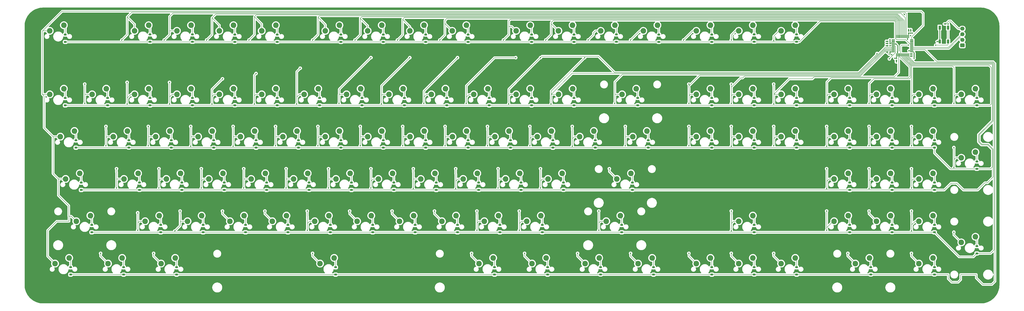
<source format=gbr>
%TF.GenerationSoftware,KiCad,Pcbnew,8.0.5*%
%TF.CreationDate,2025-06-15T08:43:14-07:00*%
%TF.ProjectId,Full Keyboard,46756c6c-204b-4657-9962-6f6172642e6b,2.0.0*%
%TF.SameCoordinates,Original*%
%TF.FileFunction,Copper,L4,Bot*%
%TF.FilePolarity,Positive*%
%FSLAX46Y46*%
G04 Gerber Fmt 4.6, Leading zero omitted, Abs format (unit mm)*
G04 Created by KiCad (PCBNEW 8.0.5) date 2025-06-15 08:43:14*
%MOMM*%
%LPD*%
G01*
G04 APERTURE LIST*
G04 Aperture macros list*
%AMRoundRect*
0 Rectangle with rounded corners*
0 $1 Rounding radius*
0 $2 $3 $4 $5 $6 $7 $8 $9 X,Y pos of 4 corners*
0 Add a 4 corners polygon primitive as box body*
4,1,4,$2,$3,$4,$5,$6,$7,$8,$9,$2,$3,0*
0 Add four circle primitives for the rounded corners*
1,1,$1+$1,$2,$3*
1,1,$1+$1,$4,$5*
1,1,$1+$1,$6,$7*
1,1,$1+$1,$8,$9*
0 Add four rect primitives between the rounded corners*
20,1,$1+$1,$2,$3,$4,$5,0*
20,1,$1+$1,$4,$5,$6,$7,0*
20,1,$1+$1,$6,$7,$8,$9,0*
20,1,$1+$1,$8,$9,$2,$3,0*%
G04 Aperture macros list end*
%TA.AperFunction,ComponentPad*%
%ADD10C,2.500000*%
%TD*%
%TA.AperFunction,SMDPad,CuDef*%
%ADD11RoundRect,0.225000X0.375000X-0.225000X0.375000X0.225000X-0.375000X0.225000X-0.375000X-0.225000X0*%
%TD*%
%TA.AperFunction,SMDPad,CuDef*%
%ADD12RoundRect,0.140000X-0.140000X-0.170000X0.140000X-0.170000X0.140000X0.170000X-0.140000X0.170000X0*%
%TD*%
%TA.AperFunction,SMDPad,CuDef*%
%ADD13RoundRect,0.140000X0.170000X-0.140000X0.170000X0.140000X-0.170000X0.140000X-0.170000X-0.140000X0*%
%TD*%
%TA.AperFunction,ComponentPad*%
%ADD14RoundRect,0.250000X0.725000X-0.600000X0.725000X0.600000X-0.725000X0.600000X-0.725000X-0.600000X0*%
%TD*%
%TA.AperFunction,ComponentPad*%
%ADD15O,1.950000X1.700000*%
%TD*%
%TA.AperFunction,SMDPad,CuDef*%
%ADD16RoundRect,0.140000X-0.170000X0.140000X-0.170000X-0.140000X0.170000X-0.140000X0.170000X0.140000X0*%
%TD*%
%TA.AperFunction,SMDPad,CuDef*%
%ADD17R,1.000000X1.700000*%
%TD*%
%TA.AperFunction,SMDPad,CuDef*%
%ADD18RoundRect,0.075000X-0.662500X-0.075000X0.662500X-0.075000X0.662500X0.075000X-0.662500X0.075000X0*%
%TD*%
%TA.AperFunction,SMDPad,CuDef*%
%ADD19RoundRect,0.075000X-0.075000X-0.662500X0.075000X-0.662500X0.075000X0.662500X-0.075000X0.662500X0*%
%TD*%
%TA.AperFunction,SMDPad,CuDef*%
%ADD20RoundRect,0.135000X-0.135000X-0.185000X0.135000X-0.185000X0.135000X0.185000X-0.135000X0.185000X0*%
%TD*%
%TA.AperFunction,SMDPad,CuDef*%
%ADD21RoundRect,0.140000X0.140000X0.170000X-0.140000X0.170000X-0.140000X-0.170000X0.140000X-0.170000X0*%
%TD*%
%TA.AperFunction,ViaPad*%
%ADD22C,0.600000*%
%TD*%
%TA.AperFunction,Conductor*%
%ADD23C,0.200000*%
%TD*%
%TA.AperFunction,Conductor*%
%ADD24C,0.300000*%
%TD*%
%TA.AperFunction,Conductor*%
%ADD25C,0.400000*%
%TD*%
G04 APERTURE END LIST*
D10*
%TO.P,}1,1,1*%
%TO.N,Col12*%
X347059946Y-274670029D03*
%TO.P,}1,2,2*%
%TO.N,Net-(D50-A)*%
X353409946Y-272130029D03*
%TD*%
%TO.P,{1,1,1*%
%TO.N,Col11*%
X328009946Y-274670029D03*
%TO.P,{1,2,2*%
%TO.N,Net-(D49-A)*%
X334359946Y-272130029D03*
%TD*%
%TO.P,\u005C1,1,1*%
%TO.N,Col13*%
X370872446Y-274670029D03*
%TO.P,\u005C1,2,2*%
%TO.N,Net-(D51-A)*%
X377222446Y-272130029D03*
%TD*%
%TO.P,Z1,1,1*%
%TO.N,Col1*%
X151797446Y-312770029D03*
%TO.P,Z1,2,2*%
%TO.N,Net-(D76-A)*%
X158147446Y-310230029D03*
%TD*%
%TO.P,Y1,1,1*%
%TO.N,Col6*%
X232759946Y-274670029D03*
%TO.P,Y1,2,2*%
%TO.N,Net-(D44-A)*%
X239109946Y-272130029D03*
%TD*%
%TO.P,X1,1,1*%
%TO.N,Col2*%
X170847446Y-312770029D03*
%TO.P,X1,2,2*%
%TO.N,Net-(D77-A)*%
X177197446Y-310230029D03*
%TD*%
%TO.P,W1,1,1*%
%TO.N,Col2*%
X156559946Y-274670029D03*
%TO.P,W1,2,2*%
%TO.N,Net-(D40-A)*%
X162909946Y-272130029D03*
%TD*%
%TO.P,V1,1,1*%
%TO.N,Col4*%
X208947446Y-312770029D03*
%TO.P,V1,2,2*%
%TO.N,Net-(D79-A)*%
X215297446Y-310230029D03*
%TD*%
%TO.P,UpArrow1,1,1*%
%TO.N,Col15*%
X418497446Y-312770029D03*
%TO.P,UpArrow1,2,2*%
%TO.N,Net-(D87-A)*%
X424847446Y-310230029D03*
%TD*%
%TO.P,U2,1,1*%
%TO.N,Col7*%
X251809946Y-274670029D03*
%TO.P,U2,2,2*%
%TO.N,Net-(D45-A)*%
X258159946Y-272130029D03*
%TD*%
%TO.P,Tilde1,1,1*%
%TO.N,Col0*%
X108934946Y-255620029D03*
%TO.P,Tilde1,2,2*%
%TO.N,Net-(D17-A)*%
X115284946Y-253080029D03*
%TD*%
%TO.P,Tab1,1,1*%
%TO.N,Col0*%
X113697446Y-274670029D03*
%TO.P,Tab1,2,2*%
%TO.N,Net-(D38-A)*%
X120047446Y-272130029D03*
%TD*%
%TO.P,T1,1,1*%
%TO.N,Col5*%
X213709946Y-274670029D03*
%TO.P,T1,2,2*%
%TO.N,Net-(D43-A)*%
X220059946Y-272130029D03*
%TD*%
%TO.P,Space1,1,1*%
%TO.N,Col5*%
X230378696Y-331820029D03*
%TO.P,Space1,2,2*%
%TO.N,Net-(D95-A)*%
X236728696Y-329280029D03*
%TD*%
%TO.P,Shift1,1,1*%
%TO.N,Col0*%
X120841196Y-312770029D03*
%TO.P,Shift1,2,2*%
%TO.N,Net-(D75-A)*%
X127191196Y-310230029D03*
%TD*%
%TO.P,ScrollLock1,1,1*%
%TO.N,Col15*%
X418497446Y-227045029D03*
%TO.P,ScrollLock1,2,2*%
%TO.N,Net-(D14-A)*%
X424847446Y-224505029D03*
%TD*%
%TO.P,S1,1,1*%
%TO.N,Col2*%
X161322446Y-293720029D03*
%TO.P,S1,2,2*%
%TO.N,Net-(D61-A)*%
X167672446Y-291180029D03*
%TD*%
%TO.P,RightWin1,1,1*%
%TO.N,Col10*%
X325628696Y-331820029D03*
%TO.P,RightWin1,2,2*%
%TO.N,Net-(D97-A)*%
X331978696Y-329280029D03*
%TD*%
%TO.P,RightShift1,1,1*%
%TO.N,Col11*%
X358966196Y-312770029D03*
%TO.P,RightShift1,2,2*%
%TO.N,Net-(D86-A)*%
X365316196Y-310230029D03*
%TD*%
%TO.P,RightControl1,1,1*%
%TO.N,Col13*%
X373253696Y-331820029D03*
%TO.P,RightControl1,2,2*%
%TO.N,Net-(D99-A)*%
X379603696Y-329280029D03*
%TD*%
%TO.P,RightArrow1,1,1*%
%TO.N,Col16*%
X437547446Y-331820029D03*
%TO.P,RightArrow1,2,2*%
%TO.N,Net-(D102-A)*%
X443897446Y-329280029D03*
%TD*%
%TO.P,RightAlt1,1,1*%
%TO.N,Col9*%
X301816196Y-331820029D03*
%TO.P,RightAlt1,2,2*%
%TO.N,Net-(D96-A)*%
X308166196Y-329280029D03*
%TD*%
%TO.P,R4,1,1*%
%TO.N,Col4*%
X194659946Y-274670029D03*
%TO.P,R4,2,2*%
%TO.N,Net-(D42-A)*%
X201009946Y-272130029D03*
%TD*%
%TO.P,Q1,1,1*%
%TO.N,Col1*%
X137509946Y-274670029D03*
%TO.P,Q1,2,2*%
%TO.N,Net-(D39-A)*%
X143859946Y-272130029D03*
%TD*%
%TO.P,PrtSc1,1,1*%
%TO.N,Col14*%
X399447446Y-227045029D03*
%TO.P,PrtSc1,2,2*%
%TO.N,Net-(D13-A)*%
X405797446Y-224505029D03*
%TD*%
%TO.P,PgUp1,1,1*%
%TO.N,Col16*%
X437547446Y-255620029D03*
%TO.P,PgUp1,2,2*%
%TO.N,Net-(D33-A)*%
X443897446Y-253080029D03*
%TD*%
%TO.P,PgDn1,1,1*%
%TO.N,Col16*%
X437547446Y-274670029D03*
%TO.P,PgDn1,2,2*%
%TO.N,Net-(D54-A)*%
X443897446Y-272130029D03*
%TD*%
%TO.P,PauseBreak1,1,1*%
%TO.N,Col16*%
X437547446Y-227045029D03*
%TO.P,PauseBreak1,2,2*%
%TO.N,Net-(D15-A)*%
X443897446Y-224505029D03*
%TD*%
%TO.P,P1,1,1*%
%TO.N,Col10*%
X308959946Y-274670029D03*
%TO.P,P1,2,2*%
%TO.N,Net-(D48-A)*%
X315309946Y-272130029D03*
%TD*%
%TO.P,O1,1,1*%
%TO.N,Col9*%
X289909946Y-274670029D03*
%TO.P,O1,2,2*%
%TO.N,Net-(D47-A)*%
X296259946Y-272130029D03*
%TD*%
%TO.P,NumLock1,1,1*%
%TO.N,Col17*%
X461359946Y-255620029D03*
%TO.P,NumLock1,2,2*%
%TO.N,Net-(D34-A)*%
X467709946Y-253080029D03*
%TD*%
%TO.P,NumEnter1,1,1*%
%TO.N,Col20*%
X518509946Y-322295029D03*
%TO.P,NumEnter1,2,2*%
%TO.N,Net-(D91-A)*%
X524859946Y-319755029D03*
%TD*%
%TO.P,Num9,1,1*%
%TO.N,Col19*%
X499459946Y-274670029D03*
%TO.P,Num9,2,2*%
%TO.N,Net-(D57-A)*%
X505809946Y-272130029D03*
%TD*%
%TO.P,Num8,1,1*%
%TO.N,Col18*%
X480409946Y-274670029D03*
%TO.P,Num8,2,2*%
%TO.N,Net-(D56-A)*%
X486759946Y-272130029D03*
%TD*%
%TO.P,Num7,1,1*%
%TO.N,Col17*%
X461359946Y-274670029D03*
%TO.P,Num7,2,2*%
%TO.N,Net-(D55-A)*%
X467709946Y-272130029D03*
%TD*%
%TO.P,Num6,1,1*%
%TO.N,Col19*%
X499459946Y-293720029D03*
%TO.P,Num6,2,2*%
%TO.N,Net-(D73-A)*%
X505809946Y-291180029D03*
%TD*%
%TO.P,Num5,1,1*%
%TO.N,Col18*%
X480409946Y-293720029D03*
%TO.P,Num5,2,2*%
%TO.N,Net-(D72-A)*%
X486759946Y-291180029D03*
%TD*%
%TO.P,Num4,1,1*%
%TO.N,Col17*%
X461359946Y-293720029D03*
%TO.P,Num4,2,2*%
%TO.N,Net-(D74-A)*%
X467709946Y-291180029D03*
%TD*%
%TO.P,Num3,1,1*%
%TO.N,Col19*%
X499459946Y-312770029D03*
%TO.P,Num3,2,2*%
%TO.N,Net-(D90-A)*%
X505809946Y-310230029D03*
%TD*%
%TO.P,Num2,1,1*%
%TO.N,Col18*%
X480409946Y-312770029D03*
%TO.P,Num2,2,2*%
%TO.N,Net-(D89-A)*%
X486759946Y-310230029D03*
%TD*%
%TO.P,Num1,1,1*%
%TO.N,Col17*%
X461359946Y-312770029D03*
%TO.P,Num1,2,2*%
%TO.N,Net-(D88-A)*%
X467709946Y-310230029D03*
%TD*%
%TO.P,Num0,1,1*%
%TO.N,Col17*%
X470884946Y-331820029D03*
%TO.P,Num0,2,2*%
%TO.N,Net-(D103-A)*%
X477234946Y-329280029D03*
%TD*%
%TO.P,Num/1,1,1*%
%TO.N,Col18*%
X480409946Y-255620029D03*
%TO.P,Num/1,2,2*%
%TO.N,Net-(D35-A)*%
X486759946Y-253080029D03*
%TD*%
%TO.P,Num.1,1,1*%
%TO.N,Col19*%
X499459946Y-331820029D03*
%TO.P,Num.1,2,2*%
%TO.N,Net-(D104-A)*%
X505809946Y-329280029D03*
%TD*%
%TO.P,Num-1,1,1*%
%TO.N,Col20*%
X518509946Y-255620029D03*
%TO.P,Num-1,2,2*%
%TO.N,Net-(D37-A)*%
X524859946Y-253080029D03*
%TD*%
%TO.P,Num+1,1,1*%
%TO.N,Col20*%
X518509946Y-284195029D03*
%TO.P,Num+1,2,2*%
%TO.N,Net-(D58-A)*%
X524859946Y-281655029D03*
%TD*%
%TO.P,Num\u002A1,1,1*%
%TO.N,Col19*%
X499459946Y-255620029D03*
%TO.P,Num\u002A1,2,2*%
%TO.N,Net-(D36-A)*%
X505809946Y-253080029D03*
%TD*%
%TO.P,N1,1,1*%
%TO.N,Col6*%
X247047446Y-312770029D03*
%TO.P,N1,2,2*%
%TO.N,Net-(D81-A)*%
X253397446Y-310230029D03*
%TD*%
%TO.P,Menu1,1,1*%
%TO.N,Col11*%
X349441196Y-331820029D03*
%TO.P,Menu1,2,2*%
%TO.N,Net-(D98-A)*%
X355791196Y-329280029D03*
%TD*%
%TO.P,M1,1,1*%
%TO.N,Col7*%
X266097446Y-312770029D03*
%TO.P,M1,2,2*%
%TO.N,Net-(D82-A)*%
X272447446Y-310230029D03*
%TD*%
%TO.P,LeftWin1,1,1*%
%TO.N,Col1*%
X135128696Y-331820029D03*
%TO.P,LeftWin1,2,2*%
%TO.N,Net-(D93-A)*%
X141478696Y-329280029D03*
%TD*%
%TO.P,LeftControl1,1,1*%
%TO.N,Col0*%
X111316196Y-331820029D03*
%TO.P,LeftControl1,2,2*%
%TO.N,Net-(D92-A)*%
X117666196Y-329280029D03*
%TD*%
%TO.P,LeftArrow1,1,1*%
%TO.N,Col14*%
X399447446Y-331820029D03*
%TO.P,LeftArrow1,2,2*%
%TO.N,Net-(D100-A)*%
X405797446Y-329280029D03*
%TD*%
%TO.P,LeftAlt1,1,1*%
%TO.N,Col2*%
X158941196Y-331820029D03*
%TO.P,LeftAlt1,2,2*%
%TO.N,Net-(D94-A)*%
X165291196Y-329280029D03*
%TD*%
%TO.P,L1,1,1*%
%TO.N,Col9*%
X294672446Y-293720029D03*
%TO.P,L1,2,2*%
%TO.N,Net-(D68-A)*%
X301022446Y-291180029D03*
%TD*%
%TO.P,K1,1,1*%
%TO.N,Col8*%
X275622446Y-293720029D03*
%TO.P,K1,2,2*%
%TO.N,Net-(D67-A)*%
X281972446Y-291180029D03*
%TD*%
%TO.P,J2,1,1*%
%TO.N,Col7*%
X256572446Y-293720029D03*
%TO.P,J2,2,2*%
%TO.N,Net-(D66-A)*%
X262922446Y-291180029D03*
%TD*%
%TO.P,Insert1,1,1*%
%TO.N,Col14*%
X399447446Y-255620029D03*
%TO.P,Insert1,2,2*%
%TO.N,Net-(D31-A)*%
X405797446Y-253080029D03*
%TD*%
%TO.P,I1,1,1*%
%TO.N,Col8*%
X270859946Y-274670029D03*
%TO.P,I1,2,2*%
%TO.N,Net-(D46-A)*%
X277209946Y-272130029D03*
%TD*%
%TO.P,Home1,1,1*%
%TO.N,Col15*%
X418497446Y-255620029D03*
%TO.P,Home1,2,2*%
%TO.N,Net-(D32-A)*%
X424847446Y-253080029D03*
%TD*%
%TO.P,H1,1,1*%
%TO.N,Col6*%
X237522446Y-293720029D03*
%TO.P,H1,2,2*%
%TO.N,Net-(D65-A)*%
X243872446Y-291180029D03*
%TD*%
%TO.P,G1,1,1*%
%TO.N,Col5*%
X218472446Y-293720029D03*
%TO.P,G1,2,2*%
%TO.N,Net-(D64-A)*%
X224822446Y-291180029D03*
%TD*%
%TO.P,Func1,1,1*%
%TO.N,Col1*%
X147034946Y-227045029D03*
%TO.P,Func1,2,2*%
%TO.N,Net-(D2-A)*%
X153384946Y-224505029D03*
%TD*%
%TO.P,F13,1,1*%
%TO.N,Col4*%
X199422446Y-293720029D03*
%TO.P,F13,2,2*%
%TO.N,Net-(D63-A)*%
X205772446Y-291180029D03*
%TD*%
%TO.P,F12,1,1*%
%TO.N,Col12*%
X375614946Y-227045029D03*
%TO.P,F12,2,2*%
%TO.N,Net-(D16-A)*%
X381964946Y-224505029D03*
%TD*%
%TO.P,F11,1,1*%
%TO.N,Col11*%
X356484946Y-227045029D03*
%TO.P,F11,2,2*%
%TO.N,Net-(D12-A)*%
X362834946Y-224505029D03*
%TD*%
%TO.P,F10,1,1*%
%TO.N,Col10*%
X337484946Y-227045029D03*
%TO.P,F10,2,2*%
%TO.N,Net-(D11-A)*%
X343834946Y-224505029D03*
%TD*%
%TO.P,F9,1,1*%
%TO.N,Col9*%
X318484946Y-227045029D03*
%TO.P,F9,2,2*%
%TO.N,Net-(D10-A)*%
X324834946Y-224505029D03*
%TD*%
%TO.P,F8,1,1*%
%TO.N,Col8*%
X289759946Y-227045029D03*
%TO.P,F8,2,2*%
%TO.N,Net-(D9-A)*%
X296109946Y-224505029D03*
%TD*%
%TO.P,F7,1,1*%
%TO.N,Col7*%
X270759946Y-227045029D03*
%TO.P,F7,2,2*%
%TO.N,Net-(D8-A)*%
X277109946Y-224505029D03*
%TD*%
%TO.P,F6,1,1*%
%TO.N,Col6*%
X251759946Y-227045029D03*
%TO.P,F6,2,2*%
%TO.N,Net-(D7-A)*%
X258109946Y-224505029D03*
%TD*%
%TO.P,F5,1,1*%
%TO.N,Col5*%
X232759946Y-227045029D03*
%TO.P,F5,2,2*%
%TO.N,Net-(D6-A)*%
X239109946Y-224505029D03*
%TD*%
%TO.P,F4,1,1*%
%TO.N,Col4*%
X204184946Y-227045029D03*
%TO.P,F4,2,2*%
%TO.N,Net-(D5-A)*%
X210534946Y-224505029D03*
%TD*%
%TO.P,F3,1,1*%
%TO.N,Col3*%
X185134946Y-227045029D03*
%TO.P,F3,2,2*%
%TO.N,Net-(D4-A)*%
X191484946Y-224505029D03*
%TD*%
%TO.P,F2,1,1*%
%TO.N,Col2*%
X166084946Y-227045029D03*
%TO.P,F2,2,2*%
%TO.N,Net-(D3-A)*%
X172434946Y-224505029D03*
%TD*%
%TO.P,ESC1,1,1*%
%TO.N,Col0*%
X108934946Y-227045029D03*
%TO.P,ESC1,2,2*%
%TO.N,Net-(D1-A)*%
X115284946Y-224505029D03*
%TD*%
%TO.P,Enter1,1,1*%
%TO.N,Col12*%
X363728696Y-293720029D03*
%TO.P,Enter1,2,2*%
%TO.N,Net-(D71-A)*%
X370078696Y-291180029D03*
%TD*%
%TO.P,End1,1,1*%
%TO.N,Col15*%
X418497446Y-274670029D03*
%TO.P,End1,2,2*%
%TO.N,Net-(D53-A)*%
X424847446Y-272130029D03*
%TD*%
%TO.P,E1,1,1*%
%TO.N,Col3*%
X175609946Y-274670029D03*
%TO.P,E1,2,2*%
%TO.N,Net-(D41-A)*%
X181959946Y-272130029D03*
%TD*%
%TO.P,DownArrow1,1,1*%
%TO.N,Col15*%
X418497446Y-331820029D03*
%TO.P,DownArrow1,2,2*%
%TO.N,Net-(D101-A)*%
X424847446Y-329280029D03*
%TD*%
%TO.P,Delete1,1,1*%
%TO.N,Col14*%
X399447446Y-274670029D03*
%TO.P,Delete1,2,2*%
%TO.N,Net-(D52-A)*%
X405797446Y-272130029D03*
%TD*%
%TO.P,D105,1,1*%
%TO.N,Col3*%
X180372446Y-293720029D03*
%TO.P,D105,2,2*%
%TO.N,Net-(D62-A)*%
X186722446Y-291180029D03*
%TD*%
%TO.P,CapsLock1,1,1*%
%TO.N,Col0*%
X116078696Y-293720029D03*
%TO.P,CapsLock1,2,2*%
%TO.N,Net-(D59-A)*%
X122428696Y-291180029D03*
%TD*%
%TO.P,C1,1,1*%
%TO.N,Col3*%
X189897446Y-312770029D03*
%TO.P,C1,2,2*%
%TO.N,Net-(D78-A)*%
X196247446Y-310230029D03*
%TD*%
%TO.P,Backspace1,1,1*%
%TO.N,Col13*%
X366109946Y-255620029D03*
%TO.P,Backspace1,2,2*%
%TO.N,Net-(D30-A)*%
X372459946Y-253080029D03*
%TD*%
%TO.P,B1,1,1*%
%TO.N,Col5*%
X227997446Y-312770029D03*
%TO.P,B1,2,2*%
%TO.N,Net-(D80-A)*%
X234347446Y-310230029D03*
%TD*%
%TO.P,A1,1,1*%
%TO.N,Col1*%
X142272446Y-293720029D03*
%TO.P,A1,2,2*%
%TO.N,Net-(D60-A)*%
X148622446Y-291180029D03*
%TD*%
%TO.P,>1,1,1*%
%TO.N,Col9*%
X304197446Y-312770029D03*
%TO.P,>1,2,2*%
%TO.N,Net-(D84-A)*%
X310547446Y-310230029D03*
%TD*%
%TO.P,<1,1,1*%
%TO.N,Col8*%
X285147446Y-312770029D03*
%TO.P,<1,2,2*%
%TO.N,Net-(D83-A)*%
X291497446Y-310230029D03*
%TD*%
%TO.P,;1,1,1*%
%TO.N,Col10*%
X313722446Y-293720029D03*
%TO.P,;1,2,2*%
%TO.N,Net-(D69-A)*%
X320072446Y-291180029D03*
%TD*%
%TO.P,"?"1,1,1*%
%TO.N,Col10*%
X323247446Y-312770029D03*
%TO.P,"?"1,2,2*%
%TO.N,Net-(D85-A)*%
X329597446Y-310230029D03*
%TD*%
%TO.P,"="1,1,1*%
%TO.N,Col12*%
X337534946Y-255620029D03*
%TO.P,"="1,2,2*%
%TO.N,Net-(D29-A)*%
X343884946Y-253080029D03*
%TD*%
%TO.P,"9"1,1,1*%
%TO.N,Col9*%
X280384946Y-255620029D03*
%TO.P,"9"1,2,2*%
%TO.N,Net-(D26-A)*%
X286734946Y-253080029D03*
%TD*%
%TO.P,"8"1,1,1*%
%TO.N,Col8*%
X261334946Y-255620029D03*
%TO.P,"8"1,2,2*%
%TO.N,Net-(D25-A)*%
X267684946Y-253080029D03*
%TD*%
%TO.P,"7"1,1,1*%
%TO.N,Col7*%
X242284946Y-255620029D03*
%TO.P,"7"1,2,2*%
%TO.N,Net-(D24-A)*%
X248634946Y-253080029D03*
%TD*%
%TO.P,"6"1,1,1*%
%TO.N,Col6*%
X223234946Y-255620029D03*
%TO.P,"6"1,2,2*%
%TO.N,Net-(D23-A)*%
X229584946Y-253080029D03*
%TD*%
%TO.P,"5"1,1,1*%
%TO.N,Col5*%
X204184946Y-255620029D03*
%TO.P,"5"1,2,2*%
%TO.N,Net-(D22-A)*%
X210534946Y-253080029D03*
%TD*%
%TO.P,"4"1,1,1*%
%TO.N,Col4*%
X185134946Y-255620029D03*
%TO.P,"4"1,2,2*%
%TO.N,Net-(D21-A)*%
X191484946Y-253080029D03*
%TD*%
%TO.P,"3"1,1,1*%
%TO.N,Col3*%
X166084946Y-255620029D03*
%TO.P,"3"1,2,2*%
%TO.N,Net-(D20-A)*%
X172434946Y-253080029D03*
%TD*%
%TO.P,"2"1,1,1*%
%TO.N,Col2*%
X147034946Y-255620029D03*
%TO.P,"2"1,2,2*%
%TO.N,Net-(D19-A)*%
X153384946Y-253080029D03*
%TD*%
%TO.P,"1"1,1,1*%
%TO.N,Col1*%
X127984946Y-255620029D03*
%TO.P,"1"1,2,2*%
%TO.N,Net-(D18-A)*%
X134334946Y-253080029D03*
%TD*%
%TO.P,"1,1,1*%
%TO.N,Col11*%
X332772446Y-293720029D03*
%TO.P,"1,2,2*%
%TO.N,Net-(D70-A)*%
X339122446Y-291180029D03*
%TD*%
%TO.P,"0"1,1,1*%
%TO.N,Col10*%
X299434946Y-255620029D03*
%TO.P,"0"1,2,2*%
%TO.N,Net-(D27-A)*%
X305784946Y-253080029D03*
%TD*%
%TO.P,"-"1,1,1*%
%TO.N,Col11*%
X318484946Y-255620029D03*
%TO.P,"-"1,2,2*%
%TO.N,Net-(D28-A)*%
X324834946Y-253080029D03*
%TD*%
D11*
%TO.P,D93,1,K*%
%TO.N,Row5*%
X142111246Y-336796529D03*
%TO.P,D93,2,A*%
%TO.N,Net-(D93-A)*%
X142111246Y-333496529D03*
%TD*%
%TO.P,D20,1,K*%
%TO.N,Row1*%
X173065546Y-260538729D03*
%TO.P,D20,2,A*%
%TO.N,Net-(D20-A)*%
X173065546Y-257238729D03*
%TD*%
%TO.P,D77,1,K*%
%TO.N,Row4*%
X177827746Y-317747729D03*
%TO.P,D77,2,A*%
%TO.N,Net-(D77-A)*%
X177827746Y-314447729D03*
%TD*%
%TO.P,D51,1,K*%
%TO.N,Row2*%
X377840146Y-279587529D03*
%TO.P,D51,2,A*%
%TO.N,Net-(D51-A)*%
X377840146Y-276287529D03*
%TD*%
D12*
%TO.P,C17,1*%
%TO.N,GND*%
X496312443Y-238390029D03*
%TO.P,C17,2*%
%TO.N,+3.3V*%
X497272443Y-238390029D03*
%TD*%
D11*
%TO.P,D45,1,K*%
%TO.N,Row2*%
X258785146Y-279587529D03*
%TO.P,D45,2,A*%
%TO.N,Net-(D45-A)*%
X258785146Y-276287529D03*
%TD*%
%TO.P,D81,1,K*%
%TO.N,Row4*%
X254022946Y-317747729D03*
%TO.P,D81,2,A*%
%TO.N,Net-(D81-A)*%
X254022946Y-314447729D03*
%TD*%
%TO.P,D30,1,K*%
%TO.N,Row1*%
X373077946Y-260538729D03*
%TO.P,D30,2,A*%
%TO.N,Net-(D30-A)*%
X373077946Y-257238729D03*
%TD*%
%TO.P,D95,1,K*%
%TO.N,Row5*%
X237355246Y-336796529D03*
%TO.P,D95,2,A*%
%TO.N,Net-(D95-A)*%
X237355246Y-333496529D03*
%TD*%
%TO.P,D53,1,K*%
%TO.N,Row2*%
X425462146Y-279587529D03*
%TO.P,D53,2,A*%
%TO.N,Net-(D53-A)*%
X425462146Y-276287529D03*
%TD*%
%TO.P,D86,1,K*%
%TO.N,Row4*%
X365934646Y-317747729D03*
%TO.P,D86,2,A*%
%TO.N,Net-(D86-A)*%
X365934646Y-314447729D03*
%TD*%
%TO.P,D50,1,K*%
%TO.N,Row2*%
X354029146Y-279587529D03*
%TO.P,D50,2,A*%
%TO.N,Net-(D50-A)*%
X354029146Y-276287529D03*
%TD*%
%TO.P,D70,1,K*%
%TO.N,Row3*%
X339742546Y-298636329D03*
%TO.P,D70,2,A*%
%TO.N,Net-(D70-A)*%
X339742546Y-295336329D03*
%TD*%
%TO.P,D71,1,K*%
%TO.N,Row3*%
X370696846Y-298636329D03*
%TO.P,D71,2,A*%
%TO.N,Net-(D71-A)*%
X370696846Y-295336329D03*
%TD*%
%TO.P,D91,1,K*%
%TO.N,Row4*%
X525468346Y-327272129D03*
%TO.P,D91,2,A*%
%TO.N,Net-(D91-A)*%
X525468346Y-323972129D03*
%TD*%
%TO.P,D85,1,K*%
%TO.N,Row4*%
X330218146Y-317747729D03*
%TO.P,D85,2,A*%
%TO.N,Net-(D85-A)*%
X330218146Y-314447729D03*
%TD*%
%TO.P,D2,1,K*%
%TO.N,Row0*%
X154016746Y-231965529D03*
%TO.P,D2,2,A*%
%TO.N,Net-(D2-A)*%
X154016746Y-228665529D03*
%TD*%
%TO.P,D27,1,K*%
%TO.N,Row1*%
X306407146Y-260601329D03*
%TO.P,D27,2,A*%
%TO.N,Net-(D27-A)*%
X306407146Y-257301329D03*
%TD*%
%TO.P,D66,1,K*%
%TO.N,Row3*%
X263547346Y-298636329D03*
%TO.P,D66,2,A*%
%TO.N,Net-(D66-A)*%
X263547346Y-295336329D03*
%TD*%
%TO.P,D90,1,K*%
%TO.N,Row4*%
X506419546Y-317747729D03*
%TO.P,D90,2,A*%
%TO.N,Net-(D90-A)*%
X506419546Y-314447729D03*
%TD*%
%TO.P,D9,1,K*%
%TO.N,Row0*%
X296882746Y-232028129D03*
%TO.P,D9,2,A*%
%TO.N,Net-(D9-A)*%
X296882746Y-228728129D03*
%TD*%
%TO.P,D14,1,K*%
%TO.N,Row0*%
X425462146Y-231965529D03*
%TO.P,D14,2,A*%
%TO.N,Net-(D14-A)*%
X425462146Y-228665529D03*
%TD*%
%TO.P,D92,1,K*%
%TO.N,Row5*%
X118300246Y-336796529D03*
%TO.P,D92,2,A*%
%TO.N,Net-(D92-A)*%
X118300246Y-333496529D03*
%TD*%
%TO.P,D5,1,K*%
%TO.N,Row0*%
X211163146Y-232028129D03*
%TO.P,D5,2,A*%
%TO.N,Net-(D5-A)*%
X211163146Y-228728129D03*
%TD*%
%TO.P,D47,1,K*%
%TO.N,Row2*%
X296882746Y-279587529D03*
%TO.P,D47,2,A*%
%TO.N,Net-(D47-A)*%
X296882746Y-276287529D03*
%TD*%
%TO.P,D35,1,K*%
%TO.N,Row1*%
X487370746Y-260601329D03*
%TO.P,D35,2,A*%
%TO.N,Net-(D35-A)*%
X487370746Y-257301329D03*
%TD*%
%TO.P,D65,1,K*%
%TO.N,Row3*%
X244498546Y-298698929D03*
%TO.P,D65,2,A*%
%TO.N,Net-(D65-A)*%
X244498546Y-295398929D03*
%TD*%
%TO.P,D96,1,K*%
%TO.N,Row5*%
X308788246Y-336796529D03*
%TO.P,D96,2,A*%
%TO.N,Net-(D96-A)*%
X308788246Y-333496529D03*
%TD*%
%TO.P,D28,1,K*%
%TO.N,Row1*%
X325455946Y-260601329D03*
%TO.P,D28,2,A*%
%TO.N,Net-(D28-A)*%
X325455946Y-257301329D03*
%TD*%
%TO.P,D73,1,K*%
%TO.N,Row3*%
X506419546Y-298698929D03*
%TO.P,D73,2,A*%
%TO.N,Net-(D73-A)*%
X506419546Y-295398929D03*
%TD*%
D12*
%TO.P,C14,1*%
%TO.N,GND*%
X485467446Y-232735029D03*
%TO.P,C14,2*%
%TO.N,+3.3V*%
X486427446Y-232735029D03*
%TD*%
D11*
%TO.P,D8,1,K*%
%TO.N,Row0*%
X277833946Y-232028129D03*
%TO.P,D8,2,A*%
%TO.N,Net-(D8-A)*%
X277833946Y-228728129D03*
%TD*%
%TO.P,D33,1,K*%
%TO.N,Row1*%
X444510946Y-260601329D03*
%TO.P,D33,2,A*%
%TO.N,Net-(D33-A)*%
X444510946Y-257301329D03*
%TD*%
%TO.P,D24,1,K*%
%TO.N,Row1*%
X249260746Y-260601329D03*
%TO.P,D24,2,A*%
%TO.N,Net-(D24-A)*%
X249260746Y-257301329D03*
%TD*%
%TO.P,D36,1,K*%
%TO.N,Row1*%
X506419546Y-260663929D03*
%TO.P,D36,2,A*%
%TO.N,Net-(D36-A)*%
X506419546Y-257363929D03*
%TD*%
%TO.P,D75,1,K*%
%TO.N,Row4*%
X127824646Y-317747729D03*
%TO.P,D75,2,A*%
%TO.N,Net-(D75-A)*%
X127824646Y-314447729D03*
%TD*%
D13*
%TO.P,C13,1*%
%TO.N,GND*%
X489319946Y-240337529D03*
%TO.P,C13,2*%
%TO.N,+3.3V*%
X489319946Y-239377529D03*
%TD*%
D14*
%TO.P,J3,1,Pin_1*%
%TO.N,+3.3V*%
X518969946Y-233560029D03*
D15*
%TO.P,J3,2,Pin_2*%
%TO.N,MCU_D+*%
X518969946Y-231060029D03*
%TO.P,J3,3,Pin_3*%
%TO.N,MCU_D-*%
X518969946Y-228560029D03*
%TO.P,J3,4,Pin_4*%
%TO.N,GND*%
X518969946Y-226060029D03*
%TD*%
D11*
%TO.P,D13,1,K*%
%TO.N,Row0*%
X406413346Y-232028129D03*
%TO.P,D13,2,A*%
%TO.N,Net-(D13-A)*%
X406413346Y-228728129D03*
%TD*%
%TO.P,D54,1,K*%
%TO.N,Row2*%
X444510946Y-279650129D03*
%TO.P,D54,2,A*%
%TO.N,Net-(D54-A)*%
X444510946Y-276350129D03*
%TD*%
%TO.P,D76,1,K*%
%TO.N,Row4*%
X158778946Y-317747729D03*
%TO.P,D76,2,A*%
%TO.N,Net-(D76-A)*%
X158778946Y-314447729D03*
%TD*%
%TO.P,D88,1,K*%
%TO.N,Row4*%
X468321946Y-317685129D03*
%TO.P,D88,2,A*%
%TO.N,Net-(D88-A)*%
X468321946Y-314385129D03*
%TD*%
%TO.P,D94,1,K*%
%TO.N,Row5*%
X165922246Y-336796529D03*
%TO.P,D94,2,A*%
%TO.N,Net-(D94-A)*%
X165922246Y-333496529D03*
%TD*%
%TO.P,D68,1,K*%
%TO.N,Row3*%
X301644946Y-298636329D03*
%TO.P,D68,2,A*%
%TO.N,Net-(D68-A)*%
X301644946Y-295336329D03*
%TD*%
%TO.P,D21,1,K*%
%TO.N,Row1*%
X192114346Y-260538729D03*
%TO.P,D21,2,A*%
%TO.N,Net-(D21-A)*%
X192114346Y-257238729D03*
%TD*%
%TO.P,D42,1,K*%
%TO.N,Row2*%
X201638746Y-279650129D03*
%TO.P,D42,2,A*%
%TO.N,Net-(D42-A)*%
X201638746Y-276350129D03*
%TD*%
%TO.P,D22,1,K*%
%TO.N,Row1*%
X211163146Y-260538729D03*
%TO.P,D22,2,A*%
%TO.N,Net-(D22-A)*%
X211163146Y-257238729D03*
%TD*%
D16*
%TO.P,C12,1*%
%TO.N,GND*%
X495802449Y-227132521D03*
%TO.P,C12,2*%
%TO.N,+3.3V*%
X495802449Y-228092521D03*
%TD*%
D11*
%TO.P,D43,1,K*%
%TO.N,Row2*%
X220687546Y-279587529D03*
%TO.P,D43,2,A*%
%TO.N,Net-(D43-A)*%
X220687546Y-276287529D03*
%TD*%
%TO.P,D23,1,K*%
%TO.N,Row1*%
X230211946Y-260601329D03*
%TO.P,D23,2,A*%
%TO.N,Net-(D23-A)*%
X230211946Y-257301329D03*
%TD*%
%TO.P,D78,1,K*%
%TO.N,Row4*%
X196876546Y-317747729D03*
%TO.P,D78,2,A*%
%TO.N,Net-(D78-A)*%
X196876546Y-314447729D03*
%TD*%
%TO.P,D39,1,K*%
%TO.N,Row2*%
X144492346Y-279587529D03*
%TO.P,D39,2,A*%
%TO.N,Net-(D39-A)*%
X144492346Y-276287529D03*
%TD*%
%TO.P,D16,1,K*%
%TO.N,Row0*%
X382602346Y-232028129D03*
%TO.P,D16,2,A*%
%TO.N,Net-(D16-A)*%
X382602346Y-228728129D03*
%TD*%
%TO.P,D56,1,K*%
%TO.N,Row2*%
X487370746Y-279650129D03*
%TO.P,D56,2,A*%
%TO.N,Net-(D56-A)*%
X487370746Y-276350129D03*
%TD*%
%TO.P,D46,1,K*%
%TO.N,Row2*%
X277833946Y-279650129D03*
%TO.P,D46,2,A*%
%TO.N,Net-(D46-A)*%
X277833946Y-276350129D03*
%TD*%
%TO.P,D74,1,K*%
%TO.N,Row3*%
X468321946Y-298698929D03*
%TO.P,D74,2,A*%
%TO.N,Net-(D74-A)*%
X468321946Y-295398929D03*
%TD*%
%TO.P,D34,1,K*%
%TO.N,Row1*%
X468321946Y-260601329D03*
%TO.P,D34,2,A*%
%TO.N,Net-(D34-A)*%
X468321946Y-257301329D03*
%TD*%
%TO.P,D3,1,K*%
%TO.N,Row0*%
X173065546Y-231965529D03*
%TO.P,D3,2,A*%
%TO.N,Net-(D3-A)*%
X173065546Y-228665529D03*
%TD*%
%TO.P,D25,1,K*%
%TO.N,Row1*%
X268309546Y-260538729D03*
%TO.P,D25,2,A*%
%TO.N,Net-(D25-A)*%
X268309546Y-257238729D03*
%TD*%
%TO.P,D1,1,K*%
%TO.N,Row0*%
X115919146Y-232028129D03*
%TO.P,D1,2,A*%
%TO.N,Net-(D1-A)*%
X115919146Y-228728129D03*
%TD*%
%TO.P,D11,1,K*%
%TO.N,Row0*%
X344504746Y-232028129D03*
%TO.P,D11,2,A*%
%TO.N,Net-(D11-A)*%
X344504746Y-228728129D03*
%TD*%
%TO.P,D79,1,K*%
%TO.N,Row4*%
X215925346Y-317747729D03*
%TO.P,D79,2,A*%
%TO.N,Net-(D79-A)*%
X215925346Y-314447729D03*
%TD*%
D17*
%TO.P,SW1,1,1*%
%TO.N,+3.3V*%
X508782445Y-225572529D03*
X508782445Y-231872529D03*
%TO.P,SW1,2,2*%
%TO.N,/BOOT0*%
X512582445Y-225572529D03*
X512582445Y-231872529D03*
%TD*%
D11*
%TO.P,D67,1,K*%
%TO.N,Row3*%
X282596146Y-298698929D03*
%TO.P,D67,2,A*%
%TO.N,Net-(D67-A)*%
X282596146Y-295398929D03*
%TD*%
%TO.P,D101,1,K*%
%TO.N,Row5*%
X425462146Y-336733929D03*
%TO.P,D101,2,A*%
%TO.N,Net-(D101-A)*%
X425462146Y-333433929D03*
%TD*%
%TO.P,D102,1,K*%
%TO.N,Row5*%
X444510946Y-336796529D03*
%TO.P,D102,2,A*%
%TO.N,Net-(D102-A)*%
X444510946Y-333496529D03*
%TD*%
%TO.P,D44,1,K*%
%TO.N,Row2*%
X239736346Y-279587529D03*
%TO.P,D44,2,A*%
%TO.N,Net-(D44-A)*%
X239736346Y-276287529D03*
%TD*%
%TO.P,D52,1,K*%
%TO.N,Row2*%
X406413346Y-279587529D03*
%TO.P,D52,2,A*%
%TO.N,Net-(D52-A)*%
X406413346Y-276287529D03*
%TD*%
%TO.P,D64,1,K*%
%TO.N,Row3*%
X225449746Y-298636329D03*
%TO.P,D64,2,A*%
%TO.N,Net-(D64-A)*%
X225449746Y-295336329D03*
%TD*%
%TO.P,D97,1,K*%
%TO.N,Row5*%
X332599246Y-336796529D03*
%TO.P,D97,2,A*%
%TO.N,Net-(D97-A)*%
X332599246Y-333496529D03*
%TD*%
%TO.P,D32,1,K*%
%TO.N,Row1*%
X425462146Y-260538729D03*
%TO.P,D32,2,A*%
%TO.N,Net-(D32-A)*%
X425462146Y-257238729D03*
%TD*%
%TO.P,D60,1,K*%
%TO.N,Row3*%
X149254546Y-298636329D03*
%TO.P,D60,2,A*%
%TO.N,Net-(D60-A)*%
X149254546Y-295336329D03*
%TD*%
%TO.P,D87,1,K*%
%TO.N,Row4*%
X425462146Y-317747729D03*
%TO.P,D87,2,A*%
%TO.N,Net-(D87-A)*%
X425462146Y-314447729D03*
%TD*%
D16*
%TO.P,C11,1*%
%TO.N,GND*%
X494819949Y-227132528D03*
%TO.P,C11,2*%
%TO.N,+3.3V*%
X494819949Y-228092528D03*
%TD*%
D11*
%TO.P,D55,1,K*%
%TO.N,Row2*%
X468321946Y-279650129D03*
%TO.P,D55,2,A*%
%TO.N,Net-(D55-A)*%
X468321946Y-276350129D03*
%TD*%
D12*
%TO.P,C15,1*%
%TO.N,GND*%
X485467445Y-231752529D03*
%TO.P,C15,2*%
%TO.N,+3.3V*%
X486427445Y-231752529D03*
%TD*%
D11*
%TO.P,D41,1,K*%
%TO.N,Row2*%
X182589946Y-279650129D03*
%TO.P,D41,2,A*%
%TO.N,Net-(D41-A)*%
X182589946Y-276350129D03*
%TD*%
%TO.P,D61,1,K*%
%TO.N,Row3*%
X168303346Y-298636329D03*
%TO.P,D61,2,A*%
%TO.N,Net-(D61-A)*%
X168303346Y-295336329D03*
%TD*%
%TO.P,D58,1,K*%
%TO.N,Row2*%
X525468346Y-289174529D03*
%TO.P,D58,2,A*%
%TO.N,Net-(D58-A)*%
X525468346Y-285874529D03*
%TD*%
%TO.P,D59,1,K*%
%TO.N,Row3*%
X123062446Y-298698929D03*
%TO.P,D59,2,A*%
%TO.N,Net-(D59-A)*%
X123062446Y-295398929D03*
%TD*%
%TO.P,D103,1,K*%
%TO.N,Row5*%
X477846346Y-336733929D03*
%TO.P,D103,2,A*%
%TO.N,Net-(D103-A)*%
X477846346Y-333433929D03*
%TD*%
%TO.P,D40,1,K*%
%TO.N,Row2*%
X163541146Y-279587529D03*
%TO.P,D40,2,A*%
%TO.N,Net-(D40-A)*%
X163541146Y-276287529D03*
%TD*%
%TO.P,D100,1,K*%
%TO.N,Row5*%
X406413346Y-336796529D03*
%TO.P,D100,2,A*%
%TO.N,Net-(D100-A)*%
X406413346Y-333496529D03*
%TD*%
D18*
%TO.P,U1,1,VBAT*%
%TO.N,+3.3V*%
X487907446Y-236485029D03*
%TO.P,U1,2,PC13*%
%TO.N,Col15*%
X487907446Y-235985029D03*
%TO.P,U1,3,PC14*%
%TO.N,Col14*%
X487907446Y-235485029D03*
%TO.P,U1,4,PC15*%
%TO.N,Col13*%
X487907446Y-234985029D03*
%TO.P,U1,5,PF0*%
%TO.N,Col12*%
X487907446Y-234485029D03*
%TO.P,U1,6,PF1*%
%TO.N,Col11*%
X487907446Y-233985029D03*
%TO.P,U1,7,NRST*%
%TO.N,/NRST*%
X487907446Y-233485029D03*
%TO.P,U1,8,VSSA*%
%TO.N,GND*%
X487907446Y-232985029D03*
%TO.P,U1,9,VDDA*%
%TO.N,+3.3V*%
X487907446Y-232485029D03*
%TO.P,U1,10,PA0*%
%TO.N,/A0*%
X487907446Y-231985029D03*
%TO.P,U1,11,PA1*%
%TO.N,/A1*%
X487907446Y-231485029D03*
%TO.P,U1,12,PA2*%
%TO.N,/A2*%
X487907446Y-230985029D03*
D19*
%TO.P,U1,13,PA3*%
%TO.N,Col10*%
X489319946Y-229572529D03*
%TO.P,U1,14,PA4*%
%TO.N,Col9*%
X489819946Y-229572529D03*
%TO.P,U1,15,PA5*%
%TO.N,Col8*%
X490319946Y-229572529D03*
%TO.P,U1,16,PA6*%
%TO.N,Col7*%
X490819946Y-229572529D03*
%TO.P,U1,17,PA7*%
%TO.N,Col6*%
X491319946Y-229572529D03*
%TO.P,U1,18,PB0*%
%TO.N,Col5*%
X491819946Y-229572529D03*
%TO.P,U1,19,PB1*%
%TO.N,Col4*%
X492319946Y-229572529D03*
%TO.P,U1,20,PB2*%
%TO.N,Col3*%
X492819946Y-229572529D03*
%TO.P,U1,21,PB10*%
%TO.N,Col2*%
X493319946Y-229572529D03*
%TO.P,U1,22,PB11*%
%TO.N,Col1*%
X493819946Y-229572529D03*
%TO.P,U1,23,VSS*%
%TO.N,GND*%
X494319946Y-229572529D03*
%TO.P,U1,24,VDD*%
%TO.N,+3.3V*%
X494819946Y-229572529D03*
D18*
%TO.P,U1,25,PB12*%
%TO.N,Col0*%
X496232446Y-230985029D03*
%TO.P,U1,26,PB13*%
%TO.N,/B13*%
X496232446Y-231485029D03*
%TO.P,U1,27,PB14*%
%TO.N,/B14*%
X496232446Y-231985029D03*
%TO.P,U1,28,PB15*%
%TO.N,/B15*%
X496232446Y-232485029D03*
%TO.P,U1,29,PA8*%
%TO.N,Row0*%
X496232446Y-232985029D03*
%TO.P,U1,30,PA9*%
%TO.N,/A9*%
X496232446Y-233485029D03*
%TO.P,U1,31,PA10*%
%TO.N,/A10*%
X496232446Y-233985029D03*
%TO.P,U1,32,PA11*%
%TO.N,MCU_D-*%
X496232446Y-234485029D03*
%TO.P,U1,33,PA12*%
%TO.N,MCU_D+*%
X496232446Y-234985029D03*
%TO.P,U1,34,PA13*%
%TO.N,Row5*%
X496232446Y-235485029D03*
%TO.P,U1,35,VSS*%
%TO.N,GND*%
X496232446Y-235985029D03*
%TO.P,U1,36,VDDIO2*%
%TO.N,+3.3V*%
X496232446Y-236485029D03*
D19*
%TO.P,U1,37,PA14*%
%TO.N,Row4*%
X494819946Y-237897529D03*
%TO.P,U1,38,PA15*%
%TO.N,Row3*%
X494319946Y-237897529D03*
%TO.P,U1,39,PB3*%
%TO.N,Row2*%
X493819946Y-237897529D03*
%TO.P,U1,40,PB4*%
%TO.N,Row1*%
X493319946Y-237897529D03*
%TO.P,U1,41,PB5*%
%TO.N,Col20*%
X492819946Y-237897529D03*
%TO.P,U1,42,PB6*%
%TO.N,Col19*%
X492319946Y-237897529D03*
%TO.P,U1,43,PB7*%
%TO.N,Col18*%
X491819946Y-237897529D03*
%TO.P,U1,44,BOOT0*%
%TO.N,/BOOT0*%
X491319946Y-237897529D03*
%TO.P,U1,45,PB8*%
%TO.N,Col17*%
X490819946Y-237897529D03*
%TO.P,U1,46,PB9*%
%TO.N,Col16*%
X490319946Y-237897529D03*
%TO.P,U1,47,VSS*%
%TO.N,GND*%
X489819946Y-237897529D03*
%TO.P,U1,48,VDD*%
%TO.N,+3.3V*%
X489319946Y-237897529D03*
%TD*%
D11*
%TO.P,D80,1,K*%
%TO.N,Row4*%
X234974146Y-317747729D03*
%TO.P,D80,2,A*%
%TO.N,Net-(D80-A)*%
X234974146Y-314447729D03*
%TD*%
%TO.P,D98,1,K*%
%TO.N,Row5*%
X356410246Y-336733929D03*
%TO.P,D98,2,A*%
%TO.N,Net-(D98-A)*%
X356410246Y-333433929D03*
%TD*%
D20*
%TO.P,R1,1*%
%TO.N,GND*%
X511559951Y-223940033D03*
%TO.P,R1,2*%
%TO.N,/BOOT0*%
X512579951Y-223940033D03*
%TD*%
D21*
%TO.P,C7,1*%
%TO.N,/NRST*%
X486427446Y-233735028D03*
%TO.P,C7,2*%
%TO.N,GND*%
X485467446Y-233735028D03*
%TD*%
D11*
%TO.P,D89,1,K*%
%TO.N,Row4*%
X487370746Y-317685129D03*
%TO.P,D89,2,A*%
%TO.N,Net-(D89-A)*%
X487370746Y-314385129D03*
%TD*%
%TO.P,D19,1,K*%
%TO.N,Row1*%
X154016746Y-260601329D03*
%TO.P,D19,2,A*%
%TO.N,Net-(D19-A)*%
X154016746Y-257301329D03*
%TD*%
%TO.P,D99,1,K*%
%TO.N,Row5*%
X380221246Y-336796529D03*
%TO.P,D99,2,A*%
%TO.N,Net-(D99-A)*%
X380221246Y-333496529D03*
%TD*%
%TO.P,D12,1,K*%
%TO.N,Row0*%
X363553546Y-231965529D03*
%TO.P,D12,2,A*%
%TO.N,Net-(D12-A)*%
X363553546Y-228665529D03*
%TD*%
D12*
%TO.P,C16,1*%
%TO.N,GND*%
X496312445Y-237407536D03*
%TO.P,C16,2*%
%TO.N,+3.3V*%
X497272445Y-237407536D03*
%TD*%
D11*
%TO.P,D26,1,K*%
%TO.N,Row1*%
X287358346Y-260601329D03*
%TO.P,D26,2,A*%
%TO.N,Net-(D26-A)*%
X287358346Y-257301329D03*
%TD*%
%TO.P,D84,1,K*%
%TO.N,Row4*%
X311169346Y-317747729D03*
%TO.P,D84,2,A*%
%TO.N,Net-(D84-A)*%
X311169346Y-314447729D03*
%TD*%
%TO.P,D38,1,K*%
%TO.N,Row2*%
X120681346Y-279650129D03*
%TO.P,D38,2,A*%
%TO.N,Net-(D38-A)*%
X120681346Y-276350129D03*
%TD*%
%TO.P,D69,1,K*%
%TO.N,Row3*%
X320693746Y-298636329D03*
%TO.P,D69,2,A*%
%TO.N,Net-(D69-A)*%
X320693746Y-295336329D03*
%TD*%
%TO.P,D7,1,K*%
%TO.N,Row0*%
X258785146Y-232028129D03*
%TO.P,D7,2,A*%
%TO.N,Net-(D7-A)*%
X258785146Y-228728129D03*
%TD*%
%TO.P,D49,1,K*%
%TO.N,Row2*%
X334980346Y-279650129D03*
%TO.P,D49,2,A*%
%TO.N,Net-(D49-A)*%
X334980346Y-276350129D03*
%TD*%
%TO.P,D31,1,K*%
%TO.N,Row1*%
X406413346Y-260601329D03*
%TO.P,D31,2,A*%
%TO.N,Net-(D31-A)*%
X406413346Y-257301329D03*
%TD*%
%TO.P,D15,1,K*%
%TO.N,Row0*%
X444510946Y-231965529D03*
%TO.P,D15,2,A*%
%TO.N,Net-(D15-A)*%
X444510946Y-228665529D03*
%TD*%
%TO.P,D10,1,K*%
%TO.N,Row0*%
X325455946Y-232028129D03*
%TO.P,D10,2,A*%
%TO.N,Net-(D10-A)*%
X325455946Y-228728129D03*
%TD*%
D12*
%TO.P,C10,1*%
%TO.N,GND*%
X485467445Y-236485028D03*
%TO.P,C10,2*%
%TO.N,+3.3V*%
X486427445Y-236485028D03*
%TD*%
D11*
%TO.P,D83,1,K*%
%TO.N,Row4*%
X292120546Y-317747729D03*
%TO.P,D83,2,A*%
%TO.N,Net-(D83-A)*%
X292120546Y-314447729D03*
%TD*%
%TO.P,D48,1,K*%
%TO.N,Row2*%
X315931546Y-279650129D03*
%TO.P,D48,2,A*%
%TO.N,Net-(D48-A)*%
X315931546Y-276350129D03*
%TD*%
%TO.P,D4,1,K*%
%TO.N,Row0*%
X192114346Y-232028129D03*
%TO.P,D4,2,A*%
%TO.N,Net-(D4-A)*%
X192114346Y-228728129D03*
%TD*%
%TO.P,D37,1,K*%
%TO.N,Row1*%
X525468346Y-260601329D03*
%TO.P,D37,2,A*%
%TO.N,Net-(D37-A)*%
X525468346Y-257301329D03*
%TD*%
%TO.P,D104,1,K*%
%TO.N,Row5*%
X506419546Y-336733929D03*
%TO.P,D104,2,A*%
%TO.N,Net-(D104-A)*%
X506419546Y-333433929D03*
%TD*%
%TO.P,D18,1,K*%
%TO.N,Row1*%
X134967946Y-260601329D03*
%TO.P,D18,2,A*%
%TO.N,Net-(D18-A)*%
X134967946Y-257301329D03*
%TD*%
%TO.P,D6,1,K*%
%TO.N,Row0*%
X239736346Y-232028129D03*
%TO.P,D6,2,A*%
%TO.N,Net-(D6-A)*%
X239736346Y-228728129D03*
%TD*%
%TO.P,D17,1,K*%
%TO.N,Row1*%
X115919146Y-260601329D03*
%TO.P,D17,2,A*%
%TO.N,Net-(D17-A)*%
X115919146Y-257301329D03*
%TD*%
%TO.P,D82,1,K*%
%TO.N,Row4*%
X273071746Y-317747729D03*
%TO.P,D82,2,A*%
%TO.N,Net-(D82-A)*%
X273071746Y-314447729D03*
%TD*%
%TO.P,D62,1,K*%
%TO.N,Row3*%
X187352146Y-298636329D03*
%TO.P,D62,2,A*%
%TO.N,Net-(D62-A)*%
X187352146Y-295336329D03*
%TD*%
%TO.P,D63,1,K*%
%TO.N,Row3*%
X206400946Y-298698929D03*
%TO.P,D63,2,A*%
%TO.N,Net-(D63-A)*%
X206400946Y-295398929D03*
%TD*%
%TO.P,D57,1,K*%
%TO.N,Row2*%
X506419546Y-279587529D03*
%TO.P,D57,2,A*%
%TO.N,Net-(D57-A)*%
X506419546Y-276287529D03*
%TD*%
%TO.P,D72,1,K*%
%TO.N,Row3*%
X487370746Y-298636329D03*
%TO.P,D72,2,A*%
%TO.N,Net-(D72-A)*%
X487370746Y-295336329D03*
%TD*%
%TO.P,D29,1,K*%
%TO.N,Row1*%
X344504746Y-260601329D03*
%TO.P,D29,2,A*%
%TO.N,Net-(D29-A)*%
X344504746Y-257301329D03*
%TD*%
D22*
%TO.N,GND*%
X495802452Y-226452529D03*
X495632442Y-238390031D03*
X484787446Y-232735028D03*
X487197408Y-237784037D03*
X489819946Y-236635029D03*
X494969946Y-235985029D03*
X489169946Y-232985029D03*
X494319946Y-230835029D03*
X484787444Y-231752530D03*
X495632443Y-237407530D03*
X484787446Y-236485032D03*
X489319946Y-241017529D03*
X510889954Y-223940031D03*
X484787446Y-233735028D03*
X494819948Y-226452528D03*
%TO.N,+3.3V*%
X486427444Y-237195029D03*
X488609946Y-239377529D03*
X507632449Y-231872534D03*
X497272444Y-239377529D03*
X486427445Y-231042529D03*
X496512449Y-228092521D03*
%TO.N,Col20*%
X515150246Y-259745029D03*
X515150246Y-288574529D03*
X515150246Y-317685129D03*
X515150246Y-279587529D03*
%TO.N,Col1*%
X148460846Y-308954429D03*
X124649846Y-259745029D03*
X134174246Y-278793829D03*
X134174246Y-270063129D03*
X131793146Y-327209529D03*
X124649846Y-251014329D03*
X148460846Y-316891429D03*
X138936446Y-297842629D03*
X141317546Y-231171829D03*
X138936446Y-289111929D03*
%TO.N,Col13*%
X369903146Y-327209529D03*
X367522046Y-270063129D03*
X367522046Y-278793829D03*
X362759846Y-259745029D03*
%TO.N,Col2*%
X143698646Y-250220629D03*
X153223046Y-270063129D03*
X157985246Y-289111929D03*
X165128546Y-317147729D03*
X143698646Y-260001329D03*
X155604146Y-327209529D03*
X153223046Y-278793829D03*
X157985246Y-297842629D03*
X167509646Y-308160729D03*
X160366346Y-231171829D03*
%TO.N,Col8*%
X272278046Y-298098929D03*
X257991446Y-260001329D03*
X272278046Y-289111929D03*
X284183546Y-231171829D03*
X267515846Y-278793829D03*
X281802446Y-308160729D03*
X270690646Y-239108829D03*
X267515846Y-270063129D03*
%TO.N,Col10*%
X310375646Y-297842629D03*
X310375646Y-289111929D03*
X296089046Y-259745029D03*
X319900046Y-308160729D03*
X318312646Y-239108829D03*
X322281146Y-327209529D03*
X331805546Y-231171829D03*
X319900046Y-316891429D03*
X305613446Y-270063129D03*
X305613446Y-278793829D03*
%TO.N,Col11*%
X486169946Y-239660029D03*
X329424446Y-289111929D03*
X480619139Y-237259222D03*
X350854346Y-231171829D03*
X315137846Y-260001329D03*
X346092146Y-327209529D03*
X355616546Y-308160729D03*
X329424446Y-297842629D03*
X324662246Y-270063129D03*
X355616546Y-316891429D03*
X329424446Y-239108829D03*
X324662246Y-278793829D03*
%TO.N,Col9*%
X300851246Y-308160729D03*
X291326846Y-298098929D03*
X286564646Y-278793829D03*
X286564646Y-270063129D03*
X298470146Y-327209529D03*
X277040246Y-259745029D03*
X300851246Y-316891429D03*
X312756746Y-231171829D03*
X291326846Y-289111929D03*
X292120546Y-239108829D03*
%TO.N,Col6*%
X243704846Y-308160729D03*
X219893846Y-260001329D03*
X221481246Y-243871029D03*
X229418246Y-270063129D03*
X234180446Y-289111929D03*
X246085946Y-231171829D03*
X234180446Y-297842629D03*
X229418246Y-278793829D03*
%TO.N,Col3*%
X177034046Y-297842629D03*
X186558446Y-308160729D03*
X162747446Y-260001329D03*
X172271846Y-270063129D03*
X162747446Y-250220629D03*
X172271846Y-278987529D03*
X179415146Y-231171829D03*
X177034046Y-289111929D03*
%TO.N,/BOOT0*%
X506982449Y-233485029D03*
X494732446Y-233485029D03*
%TO.N,Col19*%
X496101446Y-270063129D03*
X496101446Y-259745029D03*
X496101446Y-308160729D03*
X496101446Y-297842629D03*
X496101446Y-317147729D03*
X496101446Y-278793829D03*
X496101446Y-289111929D03*
X496101446Y-327209529D03*
%TO.N,Col12*%
X334186646Y-260001329D03*
X369903146Y-231171829D03*
X343711046Y-270063129D03*
X343711046Y-278987529D03*
X360378746Y-289111929D03*
X349266946Y-239108829D03*
%TO.N,Col16*%
X434192846Y-327209529D03*
X434192846Y-260001329D03*
X434192846Y-231428129D03*
X434192846Y-251014329D03*
X434192846Y-278793829D03*
X434192846Y-270063129D03*
%TO.N,Col4*%
X196082846Y-289111929D03*
X191320646Y-278987529D03*
X205607246Y-308160729D03*
X198463946Y-231171829D03*
X186558446Y-248633229D03*
X191320646Y-270063129D03*
X196082846Y-297842629D03*
X181796246Y-260001329D03*
%TO.N,Col14*%
X393714146Y-231171829D03*
X396095246Y-251014329D03*
X396095246Y-278793829D03*
X396095246Y-270063129D03*
X396095246Y-327209529D03*
X396095246Y-259745029D03*
%TO.N,Col17*%
X458003846Y-308160729D03*
X458003846Y-289111929D03*
X458003846Y-298098929D03*
X458003846Y-316891429D03*
X458003846Y-270063129D03*
X458003846Y-278987529D03*
X467528246Y-327209529D03*
X458003846Y-259745029D03*
%TO.N,Col7*%
X262753646Y-308160729D03*
X238942646Y-259745029D03*
X253229246Y-239108829D03*
X265134746Y-231171829D03*
X248467046Y-278793829D03*
X253229246Y-297842629D03*
X248467046Y-270063129D03*
X253229246Y-289111929D03*
%TO.N,Col18*%
X477052646Y-289111929D03*
X477052646Y-270063129D03*
X477052646Y-308160729D03*
X477052646Y-298098929D03*
X477052646Y-278793829D03*
X477052646Y-259745029D03*
%TO.N,Col5*%
X200845046Y-260001329D03*
X227037146Y-327209529D03*
X210369446Y-270063129D03*
X215131646Y-297842629D03*
X215131646Y-289111929D03*
X224656046Y-308160729D03*
X210369446Y-278793829D03*
X224656046Y-316891429D03*
X201638746Y-246252129D03*
X227037146Y-231171829D03*
%TO.N,Col15*%
X415144046Y-270063129D03*
X415144046Y-259745029D03*
X415144046Y-317147729D03*
X415144046Y-251014329D03*
X415144046Y-231171829D03*
X415144046Y-327209529D03*
X415144046Y-278987529D03*
X415144046Y-308160729D03*
%TD*%
D23*
%TO.N,Col8*%
X258499946Y-255620029D02*
X258059946Y-256060029D01*
X258059946Y-256060029D02*
X258059946Y-259932829D01*
X261334946Y-255620029D02*
X258499946Y-255620029D01*
X258059946Y-255620029D02*
X258059946Y-256060029D01*
%TO.N,Col2*%
X162924946Y-227045029D02*
X162809946Y-227160029D01*
X166084946Y-227045029D02*
X162924946Y-227045029D01*
X162809946Y-227160029D02*
X162809946Y-228728229D01*
X162809946Y-227045029D02*
X162809946Y-227160029D01*
%TO.N,Net-(D104-A)*%
X506419546Y-329889629D02*
X505809946Y-329280029D01*
X506419546Y-333433929D02*
X506419546Y-329889629D01*
%TO.N,Col19*%
X496101446Y-328461529D02*
X496101446Y-327209529D01*
X499459946Y-331820029D02*
X496101446Y-328461529D01*
%TO.N,Net-(D103-A)*%
X477846346Y-329891429D02*
X477234946Y-329280029D01*
X477846346Y-333433929D02*
X477846346Y-329891429D01*
%TO.N,Col17*%
X467528246Y-328463329D02*
X467528246Y-327209529D01*
X470884946Y-331820029D02*
X467528246Y-328463329D01*
%TO.N,Net-(D102-A)*%
X444510946Y-329893529D02*
X443897446Y-329280029D01*
X444510946Y-333496529D02*
X444510946Y-329893529D01*
%TO.N,Col16*%
X434192846Y-328465429D02*
X434192846Y-327209529D01*
X437547446Y-331820029D02*
X434192846Y-328465429D01*
%TO.N,Net-(D101-A)*%
X425462146Y-329894729D02*
X424847446Y-329280029D01*
X425462146Y-333433929D02*
X425462146Y-329894729D01*
%TO.N,Col15*%
X415144046Y-328466629D02*
X415144046Y-327209529D01*
X418497446Y-331820029D02*
X415144046Y-328466629D01*
%TO.N,Net-(D100-A)*%
X406413346Y-329895929D02*
X405797446Y-329280029D01*
X406413346Y-333496529D02*
X406413346Y-329895929D01*
%TO.N,Col14*%
X396095246Y-328467829D02*
X396095246Y-327209529D01*
X399447446Y-331820029D02*
X396095246Y-328467829D01*
%TO.N,Net-(D99-A)*%
X380221246Y-329897579D02*
X379603696Y-329280029D01*
X380221246Y-333496529D02*
X380221246Y-329897579D01*
%TO.N,Col13*%
X373253696Y-331820029D02*
X369903146Y-328469479D01*
X369903146Y-328469479D02*
X369903146Y-327209529D01*
%TO.N,Net-(D98-A)*%
X356410246Y-333433929D02*
X356410246Y-329899079D01*
X356410246Y-329899079D02*
X355791196Y-329280029D01*
%TO.N,Col11*%
X346092146Y-328470979D02*
X346092146Y-327209529D01*
X349441196Y-331820029D02*
X346092146Y-328470979D01*
%TO.N,Net-(D97-A)*%
X332599246Y-329900579D02*
X331978696Y-329280029D01*
X332599246Y-333496529D02*
X332599246Y-329900579D01*
%TO.N,Col10*%
X322281146Y-328472479D02*
X322281146Y-327209529D01*
X325628696Y-331820029D02*
X322281146Y-328472479D01*
%TO.N,Net-(D96-A)*%
X308788246Y-333496529D02*
X308788246Y-329902079D01*
X308788246Y-329902079D02*
X308166196Y-329280029D01*
%TO.N,Col9*%
X298470146Y-328473979D02*
X298470146Y-327209529D01*
X301816196Y-331820029D02*
X298470146Y-328473979D01*
%TO.N,Net-(D95-A)*%
X237355246Y-329906579D02*
X236728696Y-329280029D01*
X237355246Y-333496529D02*
X237355246Y-329906579D01*
%TO.N,Col5*%
X227037146Y-328478479D02*
X227037146Y-327209529D01*
X230378696Y-331820029D02*
X227037146Y-328478479D01*
%TO.N,Net-(D94-A)*%
X165922246Y-329911079D02*
X165291196Y-329280029D01*
X165922246Y-333496529D02*
X165922246Y-329911079D01*
%TO.N,Col2*%
X155604146Y-328482979D02*
X155604146Y-327209529D01*
X158941196Y-331820029D02*
X155604146Y-328482979D01*
%TO.N,Net-(D93-A)*%
X142111246Y-329912579D02*
X141478696Y-329280029D01*
X142111246Y-333496529D02*
X142111246Y-329912579D01*
%TO.N,Col1*%
X135128696Y-331820029D02*
X131793146Y-328484479D01*
X131793146Y-328484479D02*
X131793146Y-327209529D01*
%TO.N,Net-(D92-A)*%
X118300246Y-329914079D02*
X117666196Y-329280029D01*
X118300246Y-333496529D02*
X118300246Y-329914079D01*
%TO.N,Col0*%
X117566196Y-312770029D02*
X117566196Y-310606279D01*
X117566196Y-310606279D02*
X117507446Y-310547529D01*
X112103546Y-312770029D02*
X117566196Y-312770029D01*
X108041196Y-328545029D02*
X108041196Y-316832379D01*
X108041196Y-316832379D02*
X112103546Y-312770029D01*
X111316196Y-331820029D02*
X108041196Y-328545029D01*
%TO.N,Net-(D91-A)*%
X525468346Y-320363429D02*
X524859946Y-319755029D01*
X525468346Y-323972129D02*
X525468346Y-320363429D01*
%TO.N,Col20*%
X515150246Y-318935329D02*
X515150246Y-317685129D01*
X518509946Y-322295029D02*
X515150246Y-318935329D01*
%TO.N,Net-(D90-A)*%
X506419546Y-310839629D02*
X505809946Y-310230029D01*
X506419546Y-314447729D02*
X506419546Y-310839629D01*
%TO.N,Col19*%
X497774946Y-312770029D02*
X496184946Y-314360029D01*
X499459946Y-312770029D02*
X497774946Y-312770029D01*
X496184946Y-314360029D02*
X496184946Y-317064229D01*
X496184946Y-312770029D02*
X496184946Y-314360029D01*
%TO.N,Net-(D89-A)*%
X487370746Y-310840829D02*
X486759946Y-310230029D01*
X487370746Y-314385129D02*
X487370746Y-310840829D01*
%TO.N,Col18*%
X477052646Y-309412729D02*
X477052646Y-308160729D01*
X480409946Y-312770029D02*
X477052646Y-309412729D01*
%TO.N,Net-(D88-A)*%
X468321946Y-310842029D02*
X467709946Y-310230029D01*
X468321946Y-314385129D02*
X468321946Y-310842029D01*
%TO.N,Col17*%
X458003846Y-315663717D02*
X458003846Y-316891429D01*
X460897534Y-312770029D02*
X458003846Y-315663717D01*
X461359946Y-312770029D02*
X460897534Y-312770029D01*
X458003846Y-316891429D02*
X458003846Y-308160729D01*
%TO.N,Net-(D87-A)*%
X425462146Y-310844729D02*
X424847446Y-310230029D01*
X425462146Y-314447729D02*
X425462146Y-310844729D01*
%TO.N,Col15*%
X418497446Y-312770029D02*
X416212446Y-312770029D01*
X415222446Y-313760029D02*
X415222446Y-315838729D01*
X416212446Y-312770029D02*
X415222446Y-313760029D01*
X415222446Y-312770029D02*
X415222446Y-313760029D01*
%TO.N,Net-(D86-A)*%
X365934646Y-310848479D02*
X365316196Y-310230029D01*
X365934646Y-314447729D02*
X365934646Y-310848479D01*
%TO.N,Col11*%
X358966196Y-312770029D02*
X356381196Y-312770029D01*
X356381196Y-312770029D02*
X355691196Y-313460029D01*
X355691196Y-313460029D02*
X355691196Y-316816779D01*
X355691196Y-312770029D02*
X355691196Y-313460029D01*
%TO.N,Net-(D85-A)*%
X330218146Y-310850729D02*
X329597446Y-310230029D01*
X330218146Y-314447729D02*
X330218146Y-310850729D01*
%TO.N,Col10*%
X320962446Y-312770029D02*
X319972446Y-313760029D01*
X323247446Y-312770029D02*
X320962446Y-312770029D01*
X319972446Y-313760029D02*
X319972446Y-316819029D01*
X319972446Y-312770029D02*
X319972446Y-313760029D01*
%TO.N,Net-(D84-A)*%
X311169346Y-314447729D02*
X311169346Y-310851929D01*
X311169346Y-310851929D02*
X310547446Y-310230029D01*
%TO.N,Col9*%
X301712446Y-312770029D02*
X300922446Y-313560029D01*
X304197446Y-312770029D02*
X301712446Y-312770029D01*
X300922446Y-312770029D02*
X300922446Y-313560029D01*
X300922446Y-313560029D02*
X300922446Y-316820229D01*
%TO.N,Net-(D83-A)*%
X292120546Y-310853129D02*
X291497446Y-310230029D01*
X292120546Y-314447729D02*
X292120546Y-310853129D01*
%TO.N,Col8*%
X281802446Y-309425029D02*
X281802446Y-308160729D01*
X285147446Y-312770029D02*
X281802446Y-309425029D01*
%TO.N,Net-(D82-A)*%
X273071746Y-310854329D02*
X272447446Y-310230029D01*
X273071746Y-314447729D02*
X273071746Y-310854329D01*
%TO.N,Col7*%
X262753646Y-309426229D02*
X262753646Y-308160729D01*
X266097446Y-312770029D02*
X262753646Y-309426229D01*
%TO.N,Net-(D81-A)*%
X254022946Y-310855529D02*
X253397446Y-310230029D01*
X254022946Y-314447729D02*
X254022946Y-310855529D01*
%TO.N,Col6*%
X243704846Y-309427429D02*
X243704846Y-308160729D01*
X247047446Y-312770029D02*
X243704846Y-309427429D01*
%TO.N,Net-(D80-A)*%
X234974146Y-310856729D02*
X234347446Y-310230029D01*
X234974146Y-314447729D02*
X234974146Y-310856729D01*
%TO.N,Col5*%
X225712446Y-312770029D02*
X224722446Y-313760029D01*
X227997446Y-312770029D02*
X225712446Y-312770029D01*
X224722446Y-313760029D02*
X224722446Y-316825029D01*
X224722446Y-312770029D02*
X224722446Y-313760029D01*
%TO.N,Net-(D79-A)*%
X215925346Y-310857929D02*
X215297446Y-310230029D01*
X215925346Y-314447729D02*
X215925346Y-310857929D01*
%TO.N,Col4*%
X205607246Y-309429829D02*
X205607246Y-308160729D01*
X208947446Y-312770029D02*
X205607246Y-309429829D01*
%TO.N,Net-(D78-A)*%
X196876546Y-310859129D02*
X196247446Y-310230029D01*
X196876546Y-314447729D02*
X196876546Y-310859129D01*
%TO.N,Col3*%
X186558446Y-309431029D02*
X186558446Y-308160729D01*
X189897446Y-312770029D02*
X186558446Y-309431029D01*
%TO.N,Net-(D77-A)*%
X177827746Y-310860329D02*
X177197446Y-310230029D01*
X177827746Y-314447729D02*
X177827746Y-310860329D01*
%TO.N,Col2*%
X167572446Y-313160029D02*
X167572446Y-314703829D01*
X167962446Y-312770029D02*
X167572446Y-313160029D01*
X167572446Y-312770029D02*
X167572446Y-313160029D01*
X170847446Y-312770029D02*
X167962446Y-312770029D01*
%TO.N,Net-(D76-A)*%
X158778946Y-314447729D02*
X158778946Y-310861529D01*
X158778946Y-310861529D02*
X158147446Y-310230029D01*
%TO.N,Col1*%
X149212446Y-312770029D02*
X148522446Y-313460029D01*
X151797446Y-312770029D02*
X149212446Y-312770029D01*
X148522446Y-313460029D02*
X148522446Y-316829829D01*
X148522446Y-312770029D02*
X148522446Y-313460029D01*
%TO.N,Net-(D75-A)*%
X127824646Y-314447729D02*
X127824646Y-310863479D01*
X127824646Y-310863479D02*
X127191196Y-310230029D01*
%TO.N,Col0*%
X120841196Y-312770029D02*
X118618696Y-310547529D01*
X118618696Y-310547529D02*
X117507446Y-310547529D01*
%TO.N,Net-(D73-A)*%
X506419546Y-291789629D02*
X505809946Y-291180029D01*
X506419546Y-295398929D02*
X506419546Y-291789629D01*
%TO.N,Col19*%
X496924946Y-293720029D02*
X496184946Y-294460029D01*
X499459946Y-293720029D02*
X496924946Y-293720029D01*
X496184946Y-294460029D02*
X496184946Y-297759129D01*
X496184946Y-293720029D02*
X496184946Y-294460029D01*
%TO.N,Net-(D72-A)*%
X487370746Y-291790829D02*
X486759946Y-291180029D01*
X487370746Y-295336329D02*
X487370746Y-291790829D01*
%TO.N,Col18*%
X477874946Y-293720029D02*
X477134946Y-294460029D01*
X477134946Y-294460029D02*
X477134946Y-298016629D01*
X477134946Y-293720029D02*
X477134946Y-294460029D01*
X480409946Y-293720029D02*
X477874946Y-293720029D01*
%TO.N,Net-(D74-A)*%
X468321946Y-291792029D02*
X467709946Y-291180029D01*
X468321946Y-295398929D02*
X468321946Y-291792029D01*
%TO.N,Col17*%
X459124946Y-293720029D02*
X458084946Y-294760029D01*
X461359946Y-293720029D02*
X459124946Y-293720029D01*
X458084946Y-294760029D02*
X458084946Y-298017829D01*
X458084946Y-293720029D02*
X458084946Y-294760029D01*
%TO.N,Net-(D71-A)*%
X370696846Y-291798179D02*
X370078696Y-291180029D01*
X370696846Y-295336329D02*
X370696846Y-291798179D01*
%TO.N,Col12*%
X360378746Y-290370079D02*
X360378746Y-289111929D01*
X363728696Y-293720029D02*
X360378746Y-290370079D01*
%TO.N,Net-(D70-A)*%
X339742546Y-291800129D02*
X339122446Y-291180029D01*
X339742546Y-295336329D02*
X339742546Y-291800129D01*
%TO.N,Col11*%
X332772446Y-293720029D02*
X330337446Y-293720029D01*
X329497446Y-294560029D02*
X329497446Y-297769629D01*
X329497446Y-293720029D02*
X329497446Y-294560029D01*
X330337446Y-293720029D02*
X329497446Y-294560029D01*
%TO.N,Net-(D69-A)*%
X320693746Y-291801329D02*
X320072446Y-291180029D01*
X320693746Y-295336329D02*
X320693746Y-291801329D01*
%TO.N,Col10*%
X313722446Y-293720029D02*
X311187446Y-293720029D01*
X310447446Y-294460029D02*
X310447446Y-297770829D01*
X310447446Y-293720029D02*
X310447446Y-294460029D01*
X311187446Y-293720029D02*
X310447446Y-294460029D01*
%TO.N,Net-(D68-A)*%
X301644946Y-291802529D02*
X301022446Y-291180029D01*
X301644946Y-295336329D02*
X301644946Y-291802529D01*
%TO.N,Col9*%
X292337446Y-293720029D02*
X291397446Y-294660029D01*
X294672446Y-293720029D02*
X292337446Y-293720029D01*
X291397446Y-293720029D02*
X291397446Y-294660029D01*
X291397446Y-294660029D02*
X291397446Y-298028329D01*
%TO.N,Net-(D67-A)*%
X282596146Y-291803729D02*
X281972446Y-291180029D01*
X282596146Y-295398929D02*
X282596146Y-291803729D01*
%TO.N,Col8*%
X275622446Y-293720029D02*
X272347446Y-293720029D01*
%TO.N,Net-(D66-A)*%
X263547346Y-291804929D02*
X262922446Y-291180029D01*
X263547346Y-295336329D02*
X263547346Y-291804929D01*
%TO.N,Col7*%
X254237446Y-293720029D02*
X253297446Y-294660029D01*
X256572446Y-293720029D02*
X254237446Y-293720029D01*
X253297446Y-294660029D02*
X253297446Y-297774429D01*
X253297446Y-293720029D02*
X253297446Y-294660029D01*
%TO.N,Net-(D65-A)*%
X244498546Y-295398929D02*
X244498546Y-291806129D01*
X244498546Y-291806129D02*
X243872446Y-291180029D01*
%TO.N,Col6*%
X237522446Y-293720029D02*
X234247446Y-293720029D01*
%TO.N,Net-(D64-A)*%
X225449746Y-291807329D02*
X224822446Y-291180029D01*
X225449746Y-295336329D02*
X225449746Y-291807329D01*
%TO.N,Col5*%
X218472446Y-293720029D02*
X215337446Y-293720029D01*
X215337446Y-293720029D02*
X215197446Y-293860029D01*
X215197446Y-293860029D02*
X215197446Y-297776829D01*
X215197446Y-293720029D02*
X215197446Y-293860029D01*
%TO.N,Net-(D63-A)*%
X206400946Y-291808529D02*
X205772446Y-291180029D01*
X206400946Y-295398929D02*
X206400946Y-291808529D01*
%TO.N,Col4*%
X199422446Y-293720029D02*
X196147446Y-293720029D01*
%TO.N,Net-(D62-A)*%
X187352146Y-291809729D02*
X186722446Y-291180029D01*
X187352146Y-295336329D02*
X187352146Y-291809729D01*
%TO.N,Col3*%
X177937446Y-293720029D02*
X177097446Y-294560029D01*
X177097446Y-293720029D02*
X177097446Y-294560029D01*
X177097446Y-294560029D02*
X177097446Y-297779229D01*
X180372446Y-293720029D02*
X177937446Y-293720029D01*
%TO.N,Net-(D61-A)*%
X168303346Y-291810929D02*
X167672446Y-291180029D01*
X168303346Y-295336329D02*
X168303346Y-291810929D01*
%TO.N,Col2*%
X158687446Y-293720029D02*
X158047446Y-294360029D01*
X158047446Y-294360029D02*
X158047446Y-297780429D01*
X161322446Y-293720029D02*
X158687446Y-293720029D01*
X158047446Y-293720029D02*
X158047446Y-294360029D01*
%TO.N,Net-(D60-A)*%
X149254546Y-291812129D02*
X148622446Y-291180029D01*
X149254546Y-295336329D02*
X149254546Y-291812129D01*
%TO.N,Col1*%
X142272446Y-293720029D02*
X138997446Y-293720029D01*
%TO.N,Net-(D59-A)*%
X123062446Y-291813779D02*
X122428696Y-291180029D01*
X123062446Y-295398929D02*
X123062446Y-291813779D01*
%TO.N,Col0*%
X112803696Y-293720029D02*
X116078696Y-293720029D01*
%TO.N,Net-(D58-A)*%
X525468346Y-282263429D02*
X524859946Y-281655029D01*
X525468346Y-285874529D02*
X525468346Y-282263429D01*
%TO.N,Col20*%
X515999946Y-284195029D02*
X515234946Y-284960029D01*
X518509946Y-284195029D02*
X515999946Y-284195029D01*
X515234946Y-284960029D02*
X515234946Y-288489829D01*
X515234946Y-284195029D02*
X515234946Y-284960029D01*
%TO.N,Net-(D57-A)*%
X506419546Y-272739629D02*
X505809946Y-272130029D01*
X506419546Y-276287529D02*
X506419546Y-272739629D01*
%TO.N,Col19*%
X499459946Y-274670029D02*
X496974946Y-274670029D01*
X496184946Y-275460029D02*
X496184946Y-278710329D01*
X496184946Y-274670029D02*
X496184946Y-275460029D01*
X496974946Y-274670029D02*
X496184946Y-275460029D01*
%TO.N,Net-(D56-A)*%
X487370746Y-272740829D02*
X486759946Y-272130029D01*
X487370746Y-276350129D02*
X487370746Y-272740829D01*
%TO.N,Col18*%
X477824946Y-274670029D02*
X477134946Y-275360029D01*
X480409946Y-274670029D02*
X477824946Y-274670029D01*
X477134946Y-275360029D02*
X477134946Y-278711529D01*
X477134946Y-274670029D02*
X477134946Y-275360029D01*
%TO.N,Net-(D55-A)*%
X468321946Y-272742029D02*
X467709946Y-272130029D01*
X468321946Y-276350129D02*
X468321946Y-272742029D01*
%TO.N,Col17*%
X458874946Y-274670029D02*
X458084946Y-275460029D01*
X458084946Y-275460029D02*
X458084946Y-278906429D01*
X461359946Y-274670029D02*
X458874946Y-274670029D01*
X458084946Y-274670029D02*
X458084946Y-275460029D01*
%TO.N,Net-(D54-A)*%
X444510946Y-272743529D02*
X443897446Y-272130029D01*
X444510946Y-276350129D02*
X444510946Y-272743529D01*
%TO.N,Col16*%
X437547446Y-274670029D02*
X435162446Y-274670029D01*
X434272446Y-275560029D02*
X434272446Y-278714229D01*
X435162446Y-274670029D02*
X434272446Y-275560029D01*
X434272446Y-274670029D02*
X434272446Y-275560029D01*
%TO.N,Net-(D53-A)*%
X425462146Y-272744729D02*
X424847446Y-272130029D01*
X425462146Y-276287529D02*
X425462146Y-272744729D01*
%TO.N,Col15*%
X418497446Y-274670029D02*
X415812446Y-274670029D01*
X415812446Y-274670029D02*
X415222446Y-275260029D01*
X415222446Y-274670029D02*
X415222446Y-275260029D01*
X415222446Y-275260029D02*
X415222446Y-278909129D01*
%TO.N,Net-(D52-A)*%
X406413346Y-272745929D02*
X405797446Y-272130029D01*
X406413346Y-276287529D02*
X406413346Y-272745929D01*
%TO.N,Col14*%
X396862446Y-274670029D02*
X396172446Y-275360029D01*
X399447446Y-274670029D02*
X396862446Y-274670029D01*
X396172446Y-274670029D02*
X396172446Y-275360029D01*
X396172446Y-275360029D02*
X396172446Y-278716629D01*
%TO.N,Net-(D51-A)*%
X377840146Y-272747729D02*
X377222446Y-272130029D01*
X377840146Y-276287529D02*
X377840146Y-272747729D01*
%TO.N,Col13*%
X370872446Y-274670029D02*
X367787446Y-274670029D01*
X367597446Y-274670029D02*
X367597446Y-274860029D01*
X367597446Y-274860029D02*
X367597446Y-278718429D01*
X367787446Y-274670029D02*
X367597446Y-274860029D01*
%TO.N,Net-(D50-A)*%
X354029146Y-276287529D02*
X354029146Y-272749229D01*
X354029146Y-272749229D02*
X353409946Y-272130029D01*
%TO.N,Col12*%
X347059946Y-274670029D02*
X344674946Y-274670029D01*
X343784946Y-275560029D02*
X343784946Y-278913629D01*
X344674946Y-274670029D02*
X343784946Y-275560029D01*
X343784946Y-274670029D02*
X343784946Y-275560029D01*
%TO.N,Net-(D49-A)*%
X334980346Y-272750429D02*
X334359946Y-272130029D01*
X334980346Y-276350129D02*
X334980346Y-272750429D01*
%TO.N,Col11*%
X325524946Y-274670029D02*
X324734946Y-275460029D01*
X328009946Y-274670029D02*
X325524946Y-274670029D01*
X324734946Y-275460029D02*
X324734946Y-278721129D01*
X324734946Y-274670029D02*
X324734946Y-275460029D01*
%TO.N,Net-(D48-A)*%
X315931546Y-272751629D02*
X315309946Y-272130029D01*
X315931546Y-276350129D02*
X315931546Y-272751629D01*
%TO.N,Col10*%
X305684946Y-275260029D02*
X305684946Y-278722329D01*
X308959946Y-274670029D02*
X306274946Y-274670029D01*
X306274946Y-274670029D02*
X305684946Y-275260029D01*
X305684946Y-274670029D02*
X305684946Y-275260029D01*
%TO.N,Net-(D47-A)*%
X296882746Y-276287529D02*
X296882746Y-272752829D01*
X296882746Y-272752829D02*
X296259946Y-272130029D01*
%TO.N,Col9*%
X286824946Y-274670029D02*
X286634946Y-274860029D01*
X286634946Y-274860029D02*
X286634946Y-278723529D01*
X286634946Y-274670029D02*
X286634946Y-274860029D01*
X289909946Y-274670029D02*
X286824946Y-274670029D01*
%TO.N,Net-(D46-A)*%
X277833946Y-272754029D02*
X277209946Y-272130029D01*
X277833946Y-276350129D02*
X277833946Y-272754029D01*
%TO.N,Col8*%
X270859946Y-274670029D02*
X267584946Y-274670029D01*
%TO.N,Net-(D45-A)*%
X258785146Y-272755229D02*
X258159946Y-272130029D01*
X258785146Y-276287529D02*
X258785146Y-272755229D01*
%TO.N,Col7*%
X251809946Y-274670029D02*
X248534946Y-274670029D01*
%TO.N,Net-(D44-A)*%
X239736346Y-272756429D02*
X239109946Y-272130029D01*
X239736346Y-276287529D02*
X239736346Y-272756429D01*
%TO.N,Col6*%
X232759946Y-274670029D02*
X229974946Y-274670029D01*
X229484946Y-275160029D02*
X229484946Y-278727129D01*
X229974946Y-274670029D02*
X229484946Y-275160029D01*
X229484946Y-274670029D02*
X229484946Y-275160029D01*
%TO.N,Net-(D43-A)*%
X220687546Y-272757629D02*
X220059946Y-272130029D01*
X220687546Y-276287529D02*
X220687546Y-272757629D01*
%TO.N,Col5*%
X213709946Y-274670029D02*
X210434946Y-274670029D01*
%TO.N,Net-(D42-A)*%
X201638746Y-276350129D02*
X201638746Y-272758829D01*
X201638746Y-272758829D02*
X201009946Y-272130029D01*
%TO.N,Col4*%
X194659946Y-274670029D02*
X191384946Y-274670029D01*
%TO.N,Net-(D41-A)*%
X182589946Y-272760029D02*
X181959946Y-272130029D01*
X182589946Y-276350129D02*
X182589946Y-272760029D01*
%TO.N,Col3*%
X175609946Y-274670029D02*
X172334946Y-274670029D01*
%TO.N,Net-(D40-A)*%
X163541146Y-276287529D02*
X163541146Y-272761229D01*
X163541146Y-272761229D02*
X162909946Y-272130029D01*
%TO.N,Col2*%
X156559946Y-274670029D02*
X153284946Y-274670029D01*
%TO.N,Net-(D39-A)*%
X144492346Y-276287529D02*
X144492346Y-272762429D01*
X144492346Y-272762429D02*
X143859946Y-272130029D01*
%TO.N,Col1*%
X134624946Y-274670029D02*
X134234946Y-275060029D01*
X137509946Y-274670029D02*
X134624946Y-274670029D01*
X134234946Y-275060029D02*
X134234946Y-278733129D01*
X134234946Y-274670029D02*
X134234946Y-275060029D01*
%TO.N,Net-(D38-A)*%
X120681346Y-272763929D02*
X120047446Y-272130029D01*
X120681346Y-276350129D02*
X120681346Y-272763929D01*
%TO.N,Col0*%
X110422446Y-274670029D02*
X113697446Y-274670029D01*
%TO.N,Net-(D37-A)*%
X525468346Y-257301329D02*
X525468346Y-253688429D01*
X525468346Y-253688429D02*
X524859946Y-253080029D01*
%TO.N,Col20*%
X516074946Y-255620029D02*
X515234946Y-256460029D01*
X518509946Y-255620029D02*
X516074946Y-255620029D01*
X515234946Y-256460029D02*
X515234946Y-259660329D01*
X515234946Y-255620029D02*
X515234946Y-256460029D01*
%TO.N,Net-(D36-A)*%
X506419546Y-253689629D02*
X505809946Y-253080029D01*
X506419546Y-257363929D02*
X506419546Y-253689629D01*
%TO.N,Col19*%
X497024946Y-255620029D02*
X496184946Y-256460029D01*
X499459946Y-255620029D02*
X497024946Y-255620029D01*
X496184946Y-255620029D02*
X496184946Y-256460029D01*
X496184946Y-256460029D02*
X496184946Y-259661529D01*
%TO.N,Net-(D35-A)*%
X487370746Y-253690829D02*
X486759946Y-253080029D01*
X487370746Y-257301329D02*
X487370746Y-253690829D01*
%TO.N,Col18*%
X480409946Y-255620029D02*
X477974946Y-255620029D01*
X477974946Y-255620029D02*
X477134946Y-256460029D01*
X477134946Y-256460029D02*
X477134946Y-259662729D01*
X477134946Y-255620029D02*
X477134946Y-256460029D01*
%TO.N,Net-(D34-A)*%
X468321946Y-253692029D02*
X467709946Y-253080029D01*
X468321946Y-257301329D02*
X468321946Y-253692029D01*
%TO.N,Col17*%
X458724946Y-255620029D02*
X458084946Y-256260029D01*
X461359946Y-255620029D02*
X458724946Y-255620029D01*
X458084946Y-256260029D02*
X458084946Y-259663929D01*
X458084946Y-255620029D02*
X458084946Y-256260029D01*
%TO.N,Net-(D33-A)*%
X444510946Y-253693529D02*
X443897446Y-253080029D01*
X444510946Y-257301329D02*
X444510946Y-253693529D01*
%TO.N,Col16*%
X434326196Y-255566279D02*
X441232446Y-248660029D01*
X437547446Y-255620029D02*
X434379946Y-255620029D01*
X434272446Y-255620029D02*
X434326196Y-255566279D01*
X434379946Y-255620029D02*
X434326196Y-255566279D01*
%TO.N,Net-(D32-A)*%
X425462146Y-253694729D02*
X424847446Y-253080029D01*
X425462146Y-257238729D02*
X425462146Y-253694729D01*
%TO.N,Col15*%
X415862446Y-255620029D02*
X415222446Y-256260029D01*
X415222446Y-255620029D02*
X415222446Y-256260029D01*
X415222446Y-256260029D02*
X415222446Y-259666629D01*
X418497446Y-255620029D02*
X415862446Y-255620029D01*
%TO.N,Net-(D31-A)*%
X406413346Y-257301329D02*
X406413346Y-253695929D01*
X406413346Y-253695929D02*
X405797446Y-253080029D01*
%TO.N,Col14*%
X399447446Y-255620029D02*
X396812446Y-255620029D01*
X396172446Y-256260029D02*
X396172446Y-259667829D01*
X396812446Y-255620029D02*
X396172446Y-256260029D01*
X396172446Y-255620029D02*
X396172446Y-256260029D01*
%TO.N,Net-(D30-A)*%
X373077946Y-257238729D02*
X373077946Y-253698029D01*
X373077946Y-253698029D02*
X372459946Y-253080029D01*
%TO.N,Col13*%
X366109946Y-255620029D02*
X362859946Y-255620029D01*
X362834946Y-255620029D02*
X362834946Y-255645029D01*
X362834946Y-255645029D02*
X362834946Y-259669929D01*
X362859946Y-255620029D02*
X362834946Y-255645029D01*
%TO.N,Net-(D29-A)*%
X344504746Y-257301329D02*
X344504746Y-253699829D01*
X344504746Y-253699829D02*
X343884946Y-253080029D01*
%TO.N,Col12*%
X337534946Y-255620029D02*
X334259946Y-255620029D01*
%TO.N,Net-(D28-A)*%
X325455946Y-253701029D02*
X324834946Y-253080029D01*
X325455946Y-257301329D02*
X325455946Y-253701029D01*
%TO.N,Col11*%
X315949946Y-255620029D02*
X315209946Y-256360029D01*
X318484946Y-255620029D02*
X315949946Y-255620029D01*
X315209946Y-256360029D02*
X315209946Y-259929229D01*
X315209946Y-255620029D02*
X315209946Y-256360029D01*
%TO.N,Net-(D27-A)*%
X306407146Y-253702229D02*
X305784946Y-253080029D01*
X306407146Y-257301329D02*
X306407146Y-253702229D01*
%TO.N,Col10*%
X297399946Y-255620029D02*
X296159946Y-256860029D01*
X296159946Y-256860029D02*
X296159946Y-259674129D01*
X296159946Y-255620029D02*
X296159946Y-256860029D01*
X299434946Y-255620029D02*
X297399946Y-255620029D01*
%TO.N,Net-(D25-A)*%
X268309546Y-257238729D02*
X268309546Y-253704629D01*
X268309546Y-253704629D02*
X267684946Y-253080029D01*
%TO.N,Net-(D26-A)*%
X287358346Y-253703429D02*
X286734946Y-253080029D01*
X287358346Y-257301329D02*
X287358346Y-253703429D01*
%TO.N,Col9*%
X278249946Y-255620029D02*
X277109946Y-256760029D01*
X280384946Y-255620029D02*
X278249946Y-255620029D01*
X277109946Y-256760029D02*
X277109946Y-259675329D01*
X277109946Y-255620029D02*
X277109946Y-256760029D01*
%TO.N,Net-(D24-A)*%
X249260746Y-253705829D02*
X248634946Y-253080029D01*
X249260746Y-257301329D02*
X249260746Y-253705829D01*
%TO.N,Col7*%
X238942646Y-255687329D02*
X238942646Y-259745029D01*
X239009946Y-255620029D02*
X238942646Y-255687329D01*
X242284946Y-255620029D02*
X239009946Y-255620029D01*
%TO.N,Net-(D23-A)*%
X230211946Y-253707029D02*
X229584946Y-253080029D01*
X230211946Y-257301329D02*
X230211946Y-253707029D01*
%TO.N,Col6*%
X221199946Y-255620029D02*
X219959946Y-256860029D01*
X223234946Y-255620029D02*
X221199946Y-255620029D01*
X219959946Y-255620029D02*
X219959946Y-256860029D01*
X219959946Y-256860029D02*
X219959946Y-259935229D01*
%TO.N,Net-(D22-A)*%
X211163146Y-253708229D02*
X210534946Y-253080029D01*
X211163146Y-257238729D02*
X211163146Y-253708229D01*
%TO.N,Col5*%
X201549946Y-255620029D02*
X200909946Y-256260029D01*
X204184946Y-255620029D02*
X201549946Y-255620029D01*
X200909946Y-256260029D02*
X200909946Y-259936429D01*
X200909946Y-255620029D02*
X200909946Y-256260029D01*
%TO.N,Net-(D21-A)*%
X192114346Y-253709429D02*
X191484946Y-253080029D01*
X192114346Y-257238729D02*
X192114346Y-253709429D01*
%TO.N,Col4*%
X182799946Y-255620029D02*
X181859946Y-256560029D01*
X185134946Y-255620029D02*
X182799946Y-255620029D01*
X181859946Y-256560029D02*
X181859946Y-259937629D01*
X181859946Y-255620029D02*
X181859946Y-256560029D01*
%TO.N,Net-(D20-A)*%
X173065546Y-253710629D02*
X172434946Y-253080029D01*
X173065546Y-257238729D02*
X173065546Y-253710629D01*
%TO.N,Col3*%
X163949946Y-255620029D02*
X162809946Y-256760029D01*
X166084946Y-255620029D02*
X163949946Y-255620029D01*
X162809946Y-256760029D02*
X162809946Y-259938829D01*
X162809946Y-255620029D02*
X162809946Y-256760029D01*
%TO.N,Net-(D19-A)*%
X154016746Y-253711829D02*
X153384946Y-253080029D01*
X154016746Y-257301329D02*
X154016746Y-253711829D01*
%TO.N,Col2*%
X147034946Y-255620029D02*
X145399946Y-255620029D01*
X143759946Y-255620029D02*
X143759946Y-257260029D01*
X143759946Y-257260029D02*
X143759946Y-259268929D01*
X145399946Y-255620029D02*
X143759946Y-257260029D01*
%TO.N,Net-(D18-A)*%
X134967946Y-253713029D02*
X134334946Y-253080029D01*
X134967946Y-257301329D02*
X134967946Y-253713029D01*
%TO.N,Col1*%
X127984946Y-255620029D02*
X124709946Y-255620029D01*
%TO.N,Net-(D17-A)*%
X115919146Y-253714229D02*
X115284946Y-253080029D01*
X115919146Y-257301329D02*
X115919146Y-253714229D01*
%TO.N,Col0*%
X108934946Y-255620029D02*
X105659946Y-255620029D01*
%TO.N,Net-(D15-A)*%
X444510946Y-225118529D02*
X443897446Y-224505029D01*
X444510946Y-228665529D02*
X444510946Y-225118529D01*
%TO.N,Col16*%
X436587446Y-227045029D02*
X434272446Y-229360029D01*
X437547446Y-227045029D02*
X436587446Y-227045029D01*
X434272446Y-229360029D02*
X434272446Y-231348529D01*
%TO.N,Net-(D14-A)*%
X425462146Y-225119729D02*
X424847446Y-224505029D01*
X425462146Y-228665529D02*
X425462146Y-225119729D01*
%TO.N,Col15*%
X415222446Y-228860029D02*
X417037446Y-227045029D01*
X417037446Y-227045029D02*
X418497446Y-227045029D01*
X415222446Y-228860029D02*
X415222446Y-231093429D01*
%TO.N,Net-(D13-A)*%
X406413346Y-225120929D02*
X405797446Y-224505029D01*
X406413346Y-228728129D02*
X406413346Y-225120929D01*
%TO.N,Col14*%
X393714146Y-231171829D02*
X397840946Y-227045029D01*
X397840946Y-227045029D02*
X399447446Y-227045029D01*
%TO.N,Net-(D16-A)*%
X382602346Y-225142429D02*
X381964946Y-224505029D01*
X382602346Y-228728129D02*
X382602346Y-225142429D01*
%TO.N,Col12*%
X374029946Y-227045029D02*
X375614946Y-227045029D01*
X369903146Y-231171829D02*
X374029946Y-227045029D01*
%TO.N,Net-(D12-A)*%
X363553546Y-225223629D02*
X362834946Y-224505029D01*
X363553546Y-228665529D02*
X363553546Y-225223629D01*
%TO.N,Col11*%
X354119946Y-227045029D02*
X356484946Y-227045029D01*
X353209946Y-227955029D02*
X354119946Y-227045029D01*
X350854346Y-231171829D02*
X353209946Y-228816229D01*
X353209946Y-228816229D02*
X353209946Y-227955029D01*
%TO.N,Net-(D11-A)*%
X344504746Y-225174829D02*
X343834946Y-224505029D01*
X344504746Y-228728129D02*
X344504746Y-225174829D01*
%TO.N,Col10*%
X337484946Y-227045029D02*
X334244946Y-223805029D01*
X334244946Y-223285029D02*
X335269946Y-222260029D01*
X334209946Y-223320029D02*
X334244946Y-223285029D01*
X334244946Y-223805029D02*
X334244946Y-223285029D01*
%TO.N,Net-(D10-A)*%
X325455946Y-225126029D02*
X324834946Y-224505029D01*
X325455946Y-228728129D02*
X325455946Y-225126029D01*
%TO.N,Col9*%
X316499946Y-225060029D02*
X315209946Y-225060029D01*
X318484946Y-227045029D02*
X316499946Y-225060029D01*
X315209946Y-225060029D02*
X315209946Y-222520029D01*
X315209946Y-227045029D02*
X315209946Y-225060029D01*
%TO.N,Net-(D9-A)*%
X296882746Y-225277829D02*
X296109946Y-224505029D01*
X296882746Y-228728129D02*
X296882746Y-225277829D01*
%TO.N,Col8*%
X286484946Y-222660029D02*
X286484946Y-222345029D01*
X289759946Y-227045029D02*
X286484946Y-223770029D01*
X286484946Y-227045029D02*
X286484946Y-222660029D01*
X286484946Y-223770029D02*
X286484946Y-222660029D01*
%TO.N,Net-(D8-A)*%
X277833946Y-225229029D02*
X277109946Y-224505029D01*
X277833946Y-228728129D02*
X277833946Y-225229029D01*
%TO.N,Col7*%
X270759946Y-225170029D02*
X267484946Y-221895029D01*
X270759946Y-227045029D02*
X270759946Y-225170029D01*
%TO.N,Col6*%
X251759946Y-224735029D02*
X248484946Y-221460029D01*
X251759946Y-227045029D02*
X251759946Y-224735029D01*
X248484946Y-227045029D02*
X248484946Y-221460029D01*
X248484946Y-221460029D02*
X248484946Y-221345029D01*
%TO.N,Col5*%
X232759946Y-227045029D02*
X232759946Y-224235029D01*
X232759946Y-224235029D02*
X229484946Y-220960029D01*
X229484946Y-220960029D02*
X229484946Y-220895029D01*
X229484946Y-227045029D02*
X229484946Y-220960029D01*
%TO.N,Net-(D7-A)*%
X258785146Y-225180229D02*
X258109946Y-224505029D01*
X258785146Y-228728129D02*
X258785146Y-225180229D01*
%TO.N,Net-(D6-A)*%
X239736346Y-225131429D02*
X239109946Y-224505029D01*
X239736346Y-228728129D02*
X239736346Y-225131429D01*
%TO.N,Net-(D5-A)*%
X211163146Y-225133229D02*
X210534946Y-224505029D01*
X211163146Y-228728129D02*
X211163146Y-225133229D01*
%TO.N,Col4*%
X204184946Y-223995029D02*
X200909946Y-220720029D01*
X204184946Y-227045029D02*
X204184946Y-223995029D01*
%TO.N,Net-(D4-A)*%
X192114346Y-225134429D02*
X191484946Y-224505029D01*
X192114346Y-228728129D02*
X192114346Y-225134429D01*
%TO.N,Col3*%
X185134946Y-224445029D02*
X181859946Y-221170029D01*
X185134946Y-227045029D02*
X185134946Y-224445029D01*
%TO.N,Net-(D3-A)*%
X173065546Y-228665529D02*
X173065546Y-225135629D01*
X173065546Y-225135629D02*
X172434946Y-224505029D01*
%TO.N,Col1*%
X147034946Y-224045029D02*
X147034946Y-227045029D01*
X143759946Y-220770029D02*
X147034946Y-224045029D01*
%TO.N,Net-(D2-A)*%
X154016746Y-228665529D02*
X154016746Y-225136829D01*
X154016746Y-225136829D02*
X153384946Y-224505029D01*
%TO.N,Col0*%
X105782446Y-226922529D02*
X105659946Y-227045029D01*
X105782446Y-226922529D02*
X105904946Y-227045029D01*
D24*
%TO.N,GND*%
X489819946Y-233635029D02*
X489169946Y-232985029D01*
D23*
X484787446Y-236485032D02*
X486097443Y-237795029D01*
D24*
X489819946Y-237897529D02*
X489819946Y-236635029D01*
D25*
X485467446Y-233735028D02*
X484787446Y-233735028D01*
X496312439Y-237407530D02*
X496312445Y-237407536D01*
X511559949Y-223940029D02*
X510889954Y-223940031D01*
X489319946Y-240337529D02*
X489319946Y-241017529D01*
D24*
X487907446Y-232985029D02*
X489169946Y-232985029D01*
D25*
X494819948Y-227132528D02*
X494819948Y-226452528D01*
D24*
X496232446Y-235985029D02*
X494969946Y-235985029D01*
X489819946Y-236635029D02*
X489819946Y-233635029D01*
D23*
X484787446Y-236485032D02*
X485467441Y-236485032D01*
X487204946Y-237795029D02*
X487197408Y-237787491D01*
X518969946Y-226060029D02*
X517219946Y-226060029D01*
X517219946Y-226060029D02*
X513719946Y-222560029D01*
D24*
X494319946Y-229572529D02*
X494319946Y-230835029D01*
D23*
X512939955Y-222560029D02*
X511559951Y-223940033D01*
D25*
X495632443Y-237407530D02*
X496312439Y-237407530D01*
X485467446Y-232735028D02*
X484787446Y-232735028D01*
D23*
X485467441Y-236485032D02*
X485467445Y-236485028D01*
D25*
X485467445Y-231752530D02*
X484787444Y-231752530D01*
X496312441Y-238390031D02*
X496312443Y-238390029D01*
X495632442Y-238390031D02*
X496312441Y-238390031D01*
D23*
X487197408Y-237787491D02*
X487197408Y-237784037D01*
X486097443Y-237795029D02*
X487204946Y-237795029D01*
D25*
X495802451Y-227132530D02*
X495802452Y-226452529D01*
D23*
X513719946Y-222560029D02*
X512939955Y-222560029D01*
D24*
%TO.N,+3.3V*%
X487159334Y-232488059D02*
X487105308Y-232497883D01*
X487065790Y-232509957D02*
X487037092Y-232521847D01*
X487907446Y-236485029D02*
X486427448Y-236485029D01*
X508782445Y-231872534D02*
X507632449Y-231872534D01*
X495802447Y-228092521D02*
X496512449Y-228092521D01*
X497272444Y-237407538D02*
X497272444Y-236832523D01*
X486427444Y-236485030D02*
X486427444Y-237195029D01*
X486427448Y-236485029D02*
X486427447Y-236485030D01*
X494819947Y-228092528D02*
X495802443Y-228092528D01*
X487907446Y-232485029D02*
X487232131Y-232485029D01*
X497272444Y-238390033D02*
X497272439Y-238390028D01*
X486427445Y-231752528D02*
X486427445Y-231042529D01*
X495802443Y-228092528D02*
X495802447Y-228092530D01*
X494819946Y-229572529D02*
X494819946Y-228092528D01*
X496232446Y-236485029D02*
X496924950Y-236485029D01*
X487037092Y-232521847D02*
X487016337Y-232532512D01*
X489319946Y-237897529D02*
X489319946Y-239377529D01*
X486527418Y-232735029D02*
X486427446Y-232735029D01*
X489319946Y-239377529D02*
X488609946Y-239377529D01*
X497272444Y-239377529D02*
X497272444Y-238390033D01*
X487232131Y-232485029D02*
X487159334Y-232488059D01*
X508782445Y-225572529D02*
X508782445Y-231872529D01*
X497272439Y-238390028D02*
X497272439Y-237407543D01*
X486427446Y-232735029D02*
X486427445Y-231752529D01*
X497272439Y-237407543D02*
X497272444Y-237407538D01*
X487105308Y-232497883D02*
X487065790Y-232509957D01*
X497272444Y-236832523D02*
G75*
G03*
X496924950Y-236484956I-347544J23D01*
G01*
X487016337Y-232532512D02*
G75*
G02*
X486527418Y-232735044I-488937J488912D01*
G01*
D23*
%TO.N,MCU_D+*%
X512888146Y-234960029D02*
X497363697Y-234960029D01*
X497338697Y-234985029D02*
X496232446Y-234985029D01*
X517819946Y-230035029D02*
X517813146Y-230035029D01*
X497363697Y-234960029D02*
X497338697Y-234985029D01*
X518969946Y-231060029D02*
X518844946Y-231060029D01*
X517813146Y-230035029D02*
X512888146Y-234960029D01*
X518844946Y-231060029D02*
X517819946Y-230035029D01*
%TO.N,MCU_D-*%
X517819946Y-229585029D02*
X517626746Y-229585029D01*
X518844946Y-228560029D02*
X517819946Y-229585029D01*
X512701746Y-234510029D02*
X497363697Y-234510029D01*
X518969946Y-228560029D02*
X518844946Y-228560029D01*
X517626746Y-229585029D02*
X512701746Y-234510029D01*
X497338697Y-234485029D02*
X496232446Y-234485029D01*
X497363697Y-234510029D02*
X497338697Y-234485029D01*
%TO.N,Col20*%
X515234946Y-243575029D02*
X514569946Y-242910029D01*
X515234946Y-259660329D02*
X515150246Y-259745029D01*
X514569946Y-242910029D02*
X496832203Y-242910029D01*
X515150246Y-279587529D02*
X515234946Y-279672229D01*
X515234946Y-288489829D02*
X515150246Y-288574529D01*
X492819946Y-238897772D02*
X492819946Y-237897529D01*
X496832203Y-242910029D02*
X492819946Y-238897772D01*
X515234946Y-255620029D02*
X515234946Y-243575029D01*
X515234946Y-279672229D02*
X515234946Y-284195029D01*
%TO.N,Row2*%
X526219946Y-277060029D02*
X527619946Y-278460029D01*
X532322888Y-242110029D02*
X532419946Y-242207087D01*
X532419946Y-280460029D02*
X532419946Y-288310029D01*
X506419546Y-279587529D02*
X120743946Y-279587529D01*
X120743946Y-279587529D02*
X120681346Y-279650129D01*
X531555446Y-289174529D02*
X525468346Y-289174529D01*
X532419946Y-288310029D02*
X531555446Y-289174529D01*
X532419946Y-242207087D02*
X532419946Y-267460029D01*
X493819946Y-238766400D02*
X497163575Y-242110029D01*
X525468346Y-289174529D02*
X513625446Y-289174529D01*
X530419946Y-278460029D02*
X532419946Y-280460029D01*
X513625446Y-289174529D02*
X506419546Y-281968629D01*
X497163575Y-242110029D02*
X532322888Y-242110029D01*
X527619946Y-278460029D02*
X530419946Y-278460029D01*
X493819946Y-237897529D02*
X493819946Y-238766400D01*
X506419546Y-281968629D02*
X506419546Y-279587529D01*
X526219946Y-273660029D02*
X526219946Y-277060029D01*
X532419946Y-267460029D02*
X526219946Y-273660029D01*
%TO.N,Col1*%
X148522446Y-309016029D02*
X148522446Y-312770029D01*
X138936446Y-289111929D02*
X138936446Y-290699329D01*
X134174246Y-270063129D02*
X134174246Y-271650529D01*
X124649846Y-251808029D02*
X124709946Y-251868129D01*
X493169946Y-218660029D02*
X493819946Y-219310029D01*
X124709946Y-259684929D02*
X124649846Y-259745029D01*
X145869946Y-218660029D02*
X493169946Y-218660029D01*
X124709946Y-251868129D02*
X124709946Y-255620029D01*
X134234946Y-271711229D02*
X134234946Y-274670029D01*
X143759946Y-227045029D02*
X143759946Y-228729429D01*
X493819946Y-219310029D02*
X493819946Y-229572529D01*
X138997446Y-290760329D02*
X138997446Y-293720029D01*
X148522446Y-316829829D02*
X148460846Y-316891429D01*
X138997446Y-293720029D02*
X138997446Y-297781629D01*
X138997446Y-297781629D02*
X138936446Y-297842629D01*
X138936446Y-290699329D02*
X138997446Y-290760329D01*
X124649846Y-251014329D02*
X124649846Y-251808029D01*
X124709946Y-255620029D02*
X124709946Y-259684929D01*
X143759946Y-227045029D02*
X143759946Y-220770029D01*
X134174246Y-271650529D02*
X134234946Y-271711229D01*
X143759946Y-228729429D02*
X141317546Y-231171829D01*
X143759946Y-220770029D02*
X145869946Y-218660029D01*
X148460846Y-308954429D02*
X148522446Y-309016029D01*
X134234946Y-278733129D02*
X134174246Y-278793829D01*
%TO.N,Col13*%
X367597446Y-270932229D02*
X367597446Y-274670029D01*
X362834946Y-255620029D02*
X362834946Y-250045029D01*
X484307548Y-234985029D02*
X487907446Y-234985029D01*
X367597446Y-278718429D02*
X367522046Y-278793829D01*
X367522046Y-270063129D02*
X367522046Y-270856829D01*
X472682548Y-246610029D02*
X484307548Y-234985029D01*
X367522046Y-270856829D02*
X367597446Y-270932229D01*
X362834946Y-250045029D02*
X366269946Y-246610029D01*
X362834946Y-259669929D02*
X362759846Y-259745029D01*
X366269946Y-246610029D02*
X472682548Y-246610029D01*
%TO.N,Col2*%
X143698646Y-250220629D02*
X143759946Y-250281929D01*
X167572446Y-309810929D02*
X167572446Y-312770029D01*
X153223046Y-270063129D02*
X153284946Y-270125029D01*
X153284946Y-276937441D02*
X153223046Y-276999341D01*
X143759946Y-259268929D02*
X143698646Y-259330229D01*
X157985246Y-289111929D02*
X158047446Y-289174129D01*
X162809946Y-228728229D02*
X160366346Y-231171829D01*
X167509646Y-308160729D02*
X167509646Y-309748129D01*
X153284946Y-270125029D02*
X153284946Y-274670029D01*
X162809946Y-220520029D02*
X164269946Y-219060029D01*
X158047446Y-289174129D02*
X158047446Y-293720029D01*
X167572446Y-314703829D02*
X165128546Y-317147729D01*
X143759946Y-250281929D02*
X143759946Y-255620029D01*
X164269946Y-219060029D02*
X491269946Y-219060029D01*
X493319946Y-221110029D02*
X493319946Y-229572529D01*
X158047446Y-297780429D02*
X157985246Y-297842629D01*
X167509646Y-309748129D02*
X167572446Y-309810929D01*
X153284946Y-274670029D02*
X153284946Y-276937441D01*
X153223046Y-276999341D02*
X153223046Y-278793829D01*
X143698646Y-259330229D02*
X143698646Y-260001329D01*
X491269946Y-219060029D02*
X493319946Y-221110029D01*
X162809946Y-227045029D02*
X162809946Y-220520029D01*
%TO.N,Col8*%
X267584946Y-270132229D02*
X267584946Y-274670029D01*
X272278046Y-290699329D02*
X272347446Y-290768729D01*
X258059946Y-251739529D02*
X258059946Y-255620029D01*
X286484946Y-222345029D02*
X287369946Y-221460029D01*
X489041516Y-221460029D02*
X490319946Y-222738459D01*
X272347446Y-298029529D02*
X272278046Y-298098929D01*
X258059946Y-259932829D02*
X257991446Y-260001329D01*
X287369946Y-221460029D02*
X489041516Y-221460029D01*
X490319946Y-222738459D02*
X490319946Y-229572529D01*
X267584946Y-274670029D02*
X267584946Y-278724729D01*
X272347446Y-290768729D02*
X272347446Y-293720029D01*
X270690646Y-239108829D02*
X258059946Y-251739529D01*
X286484946Y-227045029D02*
X286484946Y-228870429D01*
X267584946Y-278724729D02*
X267515846Y-278793829D01*
X286484946Y-228870429D02*
X284183546Y-231171829D01*
X272347446Y-293720029D02*
X272347446Y-298029529D01*
X267515846Y-270063129D02*
X267584946Y-270132229D01*
X272278046Y-289111929D02*
X272278046Y-290699329D01*
%TO.N,Col10*%
X334209946Y-227045029D02*
X334209946Y-223320029D01*
X319972446Y-310614229D02*
X319972446Y-312770029D01*
X308788246Y-239108829D02*
X296159946Y-251737129D01*
X296159946Y-251737129D02*
X296159946Y-255620029D01*
X319900046Y-308160729D02*
X319900046Y-310541829D01*
X318312646Y-239108829D02*
X308788246Y-239108829D01*
X319900046Y-310541829D02*
X319972446Y-310614229D01*
X489319946Y-222869831D02*
X489319946Y-229572529D01*
X296159946Y-259674129D02*
X296089046Y-259745029D01*
X305684946Y-271722029D02*
X305684946Y-274670029D01*
X319972446Y-316819029D02*
X319900046Y-316891429D01*
X334209946Y-228767429D02*
X331805546Y-231171829D01*
X305684946Y-278722329D02*
X305613446Y-278793829D01*
X305613446Y-270063129D02*
X305613446Y-271650529D01*
X335269946Y-222260029D02*
X488710144Y-222260029D01*
X334209946Y-227045029D02*
X334209946Y-228767429D01*
X310447446Y-297770829D02*
X310375646Y-297842629D01*
X305613446Y-271650529D02*
X305684946Y-271722029D01*
X310447446Y-289183729D02*
X310447446Y-293720029D01*
X488710144Y-222260029D02*
X489319946Y-222869831D01*
X310375646Y-289111929D02*
X310447446Y-289183729D01*
%TO.N,Col11*%
X355691196Y-308235379D02*
X355691196Y-312770029D01*
X362769946Y-245810029D02*
X472351176Y-245810029D01*
X480619139Y-237359222D02*
X480619139Y-237259222D01*
X321421596Y-247111679D02*
X330024446Y-238508829D01*
X355468746Y-238508829D02*
X362769946Y-245810029D01*
X355691196Y-316816779D02*
X355616546Y-316891429D01*
X480710561Y-237450644D02*
X480619139Y-237359222D01*
X315209946Y-253323329D02*
X315209946Y-255620029D01*
X324734946Y-270135829D02*
X324734946Y-274670029D01*
X488944946Y-236885029D02*
X488944946Y-234085029D01*
X329497446Y-297769629D02*
X329424446Y-297842629D01*
X329424446Y-239108829D02*
X321421596Y-247111679D01*
X321421596Y-247111679D02*
X315209946Y-253323329D01*
X329497446Y-289184929D02*
X329497446Y-293720029D01*
X315209946Y-259929229D02*
X315137846Y-260001329D01*
X472351176Y-245810029D02*
X480710561Y-237450644D01*
X486169946Y-239660029D02*
X488944946Y-236885029D01*
X355616546Y-308160729D02*
X355691196Y-308235379D01*
X329424446Y-289111929D02*
X329497446Y-289184929D01*
X488944946Y-234085029D02*
X488844946Y-233985029D01*
X488844946Y-233985029D02*
X487907446Y-233985029D01*
X324662246Y-270063129D02*
X324734946Y-270135829D01*
X324734946Y-278721129D02*
X324662246Y-278793829D01*
X330024446Y-238508829D02*
X355468746Y-238508829D01*
%TO.N,Col9*%
X489819946Y-222804145D02*
X489819946Y-229572529D01*
X277109946Y-254119429D02*
X277109946Y-255620029D01*
X488875830Y-221860029D02*
X489819946Y-222804145D01*
X300922446Y-309819329D02*
X300922446Y-312770029D01*
X291397446Y-291563629D02*
X291397446Y-293720029D01*
X286564646Y-270856829D02*
X286634946Y-270927129D01*
X300851246Y-308160729D02*
X300851246Y-309748129D01*
X315209946Y-222520029D02*
X315869946Y-221860029D01*
X315209946Y-228718629D02*
X312756746Y-231171829D01*
X300922446Y-316820229D02*
X300851246Y-316891429D01*
X315209946Y-227045029D02*
X315209946Y-228718629D01*
X286564646Y-270063129D02*
X286564646Y-270856829D01*
X277109946Y-259675329D02*
X277040246Y-259745029D01*
X300851246Y-309748129D02*
X300922446Y-309819329D01*
X291326846Y-291493029D02*
X291397446Y-291563629D01*
X291397446Y-298028329D02*
X291326846Y-298098929D01*
X292120546Y-239108829D02*
X277109946Y-254119429D01*
X286634946Y-270927129D02*
X286634946Y-274670029D01*
X315869946Y-221860029D02*
X488875830Y-221860029D01*
X291326846Y-289111929D02*
X291326846Y-291493029D01*
X286634946Y-278723529D02*
X286564646Y-278793829D01*
%TO.N,Col6*%
X219959946Y-245392329D02*
X219959946Y-255620029D01*
X491319946Y-222607087D02*
X491319946Y-229572529D01*
X229418246Y-270856829D02*
X229484946Y-270923529D01*
X229484946Y-278727129D02*
X229418246Y-278793829D01*
X234180446Y-289905629D02*
X234247446Y-289972629D01*
X221481246Y-243871029D02*
X219959946Y-245392329D01*
X234180446Y-289111929D02*
X234180446Y-289905629D01*
X249169946Y-220660029D02*
X489372888Y-220660029D01*
X229484946Y-270923529D02*
X229484946Y-274670029D01*
X234247446Y-289972629D02*
X234247446Y-293720029D01*
X229418246Y-270063129D02*
X229418246Y-270856829D01*
X234247446Y-293720029D02*
X234247446Y-297775629D01*
X248484946Y-227045029D02*
X248484946Y-228772829D01*
X248484946Y-228772829D02*
X246085946Y-231171829D01*
X489372888Y-220660029D02*
X491319946Y-222607087D01*
X219959946Y-259935229D02*
X219893846Y-260001329D01*
X248484946Y-221345029D02*
X249169946Y-220660029D01*
X234247446Y-297775629D02*
X234180446Y-297842629D01*
%TO.N,Col3*%
X181859946Y-227045029D02*
X181859946Y-228727029D01*
X181859946Y-221170029D02*
X183569946Y-219460029D01*
X183569946Y-219460029D02*
X489869946Y-219460029D01*
X172334946Y-270126229D02*
X172334946Y-274670029D01*
X177034046Y-289111929D02*
X177097446Y-289175329D01*
X172334946Y-278924429D02*
X172271846Y-278987529D01*
X172334946Y-274670029D02*
X172334946Y-278924429D01*
X181859946Y-227045029D02*
X181859946Y-221170029D01*
X162809946Y-250283129D02*
X162809946Y-255620029D01*
X489869946Y-219460029D02*
X492819946Y-222410029D01*
X177097446Y-297779229D02*
X177034046Y-297842629D01*
X162747446Y-250220629D02*
X162809946Y-250283129D01*
X162809946Y-259938829D02*
X162747446Y-260001329D01*
X177097446Y-289175329D02*
X177097446Y-293720029D01*
X492819946Y-222410029D02*
X492819946Y-229572529D01*
X172271846Y-270063129D02*
X172334946Y-270126229D01*
X181859946Y-228727029D02*
X179415146Y-231171829D01*
%TO.N,/NRST*%
X487030996Y-233485029D02*
X487907446Y-233485029D01*
X486427446Y-233735028D02*
G75*
G02*
X487030996Y-233485033I603554J-603572D01*
G01*
%TO.N,/BOOT0*%
X491319946Y-237897529D02*
X491319946Y-233897529D01*
X506982449Y-233485029D02*
X512219946Y-233473338D01*
X512582445Y-231872529D02*
X512582445Y-233110839D01*
X512582448Y-225572523D02*
X512582454Y-223942528D01*
X512582445Y-231872529D02*
X512582445Y-225572529D01*
X491732446Y-233485029D02*
X494732446Y-233485029D01*
X491319946Y-233897529D02*
G75*
G02*
X491732446Y-233485046I412454J29D01*
G01*
X512582445Y-233110839D02*
G75*
G02*
X512219946Y-233473345I-362545J39D01*
G01*
%TO.N,Col19*%
X496101446Y-270856829D02*
X496184946Y-270940329D01*
X496101446Y-309748129D02*
X496184946Y-309831629D01*
X496184946Y-270940329D02*
X496184946Y-274670029D01*
X496184946Y-297759129D02*
X496101446Y-297842629D01*
X496184946Y-259661529D02*
X496101446Y-259745029D01*
X496184946Y-289195429D02*
X496184946Y-293720029D01*
X496184946Y-309831629D02*
X496184946Y-312770029D01*
X492319946Y-238963458D02*
X492319946Y-237897529D01*
X496184946Y-255620029D02*
X496184946Y-242828458D01*
X496184946Y-278710329D02*
X496101446Y-278793829D01*
X496101446Y-308160729D02*
X496101446Y-309748129D01*
X496184946Y-317064229D02*
X496101446Y-317147729D01*
X496184946Y-242828458D02*
X492319946Y-238963458D01*
X496101446Y-289111929D02*
X496184946Y-289195429D01*
X496101446Y-270063129D02*
X496101446Y-270856829D01*
%TO.N,Col12*%
X334259946Y-257887441D02*
X334186646Y-257960741D01*
X343669946Y-246210029D02*
X472516862Y-246210029D01*
X343711046Y-271650529D02*
X343784946Y-271724429D01*
X349266946Y-239108829D02*
X334259946Y-254115829D01*
X334259946Y-255620029D02*
X343669946Y-246210029D01*
X472516862Y-246210029D02*
X484241862Y-234485029D01*
X343784946Y-271724429D02*
X343784946Y-274670029D01*
X484241862Y-234485029D02*
X487907446Y-234485029D01*
X334259946Y-254115829D02*
X334259946Y-255620029D01*
X343784946Y-278913629D02*
X343711046Y-278987529D01*
X334186646Y-257960741D02*
X334186646Y-260001329D01*
X343711046Y-270063129D02*
X343711046Y-271650529D01*
X334259946Y-255620029D02*
X334259946Y-257887441D01*
%TO.N,Col0*%
X501369946Y-219110029D02*
X500519946Y-218260029D01*
X105659946Y-227045029D02*
X105659946Y-255620029D01*
X117507446Y-305785029D02*
X117507446Y-310547529D01*
X110422446Y-291338779D02*
X112803696Y-293720029D01*
X501369946Y-224610029D02*
X501369946Y-219110029D01*
X501337536Y-224610029D02*
X501369946Y-224610029D01*
X106439946Y-256400029D02*
X106439946Y-270687529D01*
X110422446Y-274670029D02*
X110422446Y-291338779D01*
X112803696Y-301081279D02*
X117507446Y-305785029D01*
X496232446Y-230985029D02*
X496232446Y-229715119D01*
X106439946Y-270687529D02*
X110422446Y-274670029D01*
X112803696Y-293720029D02*
X112803696Y-301081279D01*
X496232446Y-229715119D02*
X501337536Y-224610029D01*
X105659946Y-255620029D02*
X106439946Y-256400029D01*
%TO.N,Row0*%
X493487536Y-231010029D02*
X495462536Y-232985029D01*
X444510946Y-231965529D02*
X445789358Y-231965529D01*
X442300348Y-231965529D02*
X444510946Y-231965529D01*
X455094858Y-222660029D02*
X488544458Y-222660029D01*
X488869946Y-230392439D02*
X489487536Y-231010029D01*
X488869946Y-223085517D02*
X488869946Y-230392439D01*
X495462536Y-233002619D02*
X495494946Y-233035029D01*
X489487536Y-231010029D02*
X493487536Y-231010029D01*
X496182446Y-233035029D02*
X496232446Y-232985029D01*
X442237748Y-232028129D02*
X442300348Y-231965529D01*
X445789358Y-231965529D02*
X455094858Y-222660029D01*
X488544458Y-222660029D02*
X488919946Y-223035517D01*
X495494946Y-233035029D02*
X496182446Y-233035029D01*
X495462536Y-232985029D02*
X495462536Y-233002619D01*
X488919946Y-223035517D02*
X488869946Y-223085517D01*
X115919146Y-232028129D02*
X442237748Y-232028129D01*
%TO.N,Col16*%
X434192846Y-251014329D02*
X434192846Y-251808029D01*
X434272446Y-231348529D02*
X434192846Y-231428129D01*
X434272446Y-278714229D02*
X434192846Y-278793829D01*
X434272446Y-270142729D02*
X434272446Y-274670029D01*
X488319946Y-247810029D02*
X490319946Y-245810029D01*
X434272446Y-259921729D02*
X434192846Y-260001329D01*
X434272446Y-251887629D02*
X434272446Y-255620029D01*
X452369946Y-247810029D02*
X488319946Y-247810029D01*
X451519946Y-248660029D02*
X452369946Y-247810029D01*
X434192846Y-251808029D02*
X434272446Y-251887629D01*
X441232446Y-248660029D02*
X451519946Y-248660029D01*
X490319946Y-245810029D02*
X490319946Y-237897529D01*
X434272446Y-255620029D02*
X434272446Y-259921729D01*
X434192846Y-270063129D02*
X434272446Y-270142729D01*
%TO.N,Col4*%
X492319946Y-222475715D02*
X489704260Y-219860029D01*
X200909946Y-220720029D02*
X200909946Y-227045029D01*
X191320646Y-270063129D02*
X191320646Y-270856829D01*
X191320646Y-270856829D02*
X191384946Y-270921129D01*
X196147446Y-297778029D02*
X196082846Y-297842629D01*
X489704260Y-219860029D02*
X201769946Y-219860029D01*
X191384946Y-274670029D02*
X191384946Y-278923229D01*
X191384946Y-278923229D02*
X191320646Y-278987529D01*
X196147446Y-293720029D02*
X196147446Y-297778029D01*
X191384946Y-270921129D02*
X191384946Y-274670029D01*
X181859946Y-259937629D02*
X181796246Y-260001329D01*
X196082846Y-289111929D02*
X196147446Y-289176529D01*
X200909946Y-227045029D02*
X200909946Y-228725829D01*
X181859946Y-253331729D02*
X181859946Y-255620029D01*
X200909946Y-228725829D02*
X198463946Y-231171829D01*
X186558446Y-248633229D02*
X181859946Y-253331729D01*
X196147446Y-289176529D02*
X196147446Y-293720029D01*
X492319946Y-229572529D02*
X492319946Y-222475715D01*
X201769946Y-219860029D02*
X200909946Y-220720029D01*
%TO.N,Col14*%
X396095246Y-252601729D02*
X396172446Y-252678929D01*
X396095246Y-251860029D02*
X396095246Y-252601729D01*
X396172446Y-270934029D02*
X396172446Y-274670029D01*
X484383235Y-235475028D02*
X487897445Y-235475028D01*
X473562103Y-246402186D02*
X473562103Y-246296160D01*
X473562103Y-246296160D02*
X484383235Y-235475028D01*
X396095246Y-251014329D02*
X396095246Y-251860029D01*
X396095246Y-270063129D02*
X396095246Y-270856829D01*
X472954260Y-247010029D02*
X473562103Y-246402186D01*
X396095246Y-270856829D02*
X396172446Y-270934029D01*
X396172446Y-259667829D02*
X396095246Y-259745029D01*
X396095246Y-251860029D02*
X400945246Y-247010029D01*
X487897445Y-235475028D02*
X487907446Y-235485029D01*
X396172446Y-252678929D02*
X396172446Y-255620029D01*
X396172446Y-278716629D02*
X396095246Y-278793829D01*
X400945246Y-247010029D02*
X472954260Y-247010029D01*
%TO.N,Row4*%
X506419546Y-317747729D02*
X506482146Y-317747729D01*
X517531346Y-328796929D02*
X523880946Y-328796929D01*
X523880946Y-328796929D02*
X525405746Y-327272129D01*
X506482146Y-317747729D02*
X517531346Y-328796929D01*
X533219946Y-241875715D02*
X532654260Y-241310029D01*
X127824646Y-317747729D02*
X506419546Y-317747729D01*
X531607846Y-327272129D02*
X533219946Y-325660029D01*
X494819946Y-238635028D02*
X494819946Y-237897529D01*
X497494947Y-241310029D02*
X494819946Y-238635028D01*
X532654260Y-241310029D02*
X497494947Y-241310029D01*
X525405746Y-327272129D02*
X525468346Y-327272129D01*
X525468346Y-327272129D02*
X531607846Y-327272129D01*
X533219946Y-325660029D02*
X533219946Y-241875715D01*
%TO.N,Row3*%
X516419946Y-295660029D02*
X513858846Y-295660029D01*
X532819946Y-292860029D02*
X530219946Y-295460029D01*
X532819946Y-280294343D02*
X532819946Y-292860029D01*
X529058846Y-295460029D02*
X525819946Y-298698929D01*
X526619946Y-273860029D02*
X526619946Y-276894343D01*
X513858846Y-295660029D02*
X510819946Y-298698929D01*
X497329261Y-241710029D02*
X532488574Y-241710029D01*
X506419546Y-298698929D02*
X123062446Y-298698929D01*
X532819946Y-242041401D02*
X532819946Y-267660029D01*
X525819946Y-298698929D02*
X519419946Y-298698929D01*
X532488574Y-241710029D02*
X532819946Y-242041401D01*
X510819946Y-298698929D02*
X506419546Y-298698929D01*
X494319946Y-237897529D02*
X494319946Y-238700714D01*
X530585632Y-278060029D02*
X532819946Y-280294343D01*
X526619946Y-276894343D02*
X527785632Y-278060029D01*
X494319946Y-238700714D02*
X497329261Y-241710029D01*
X527785632Y-278060029D02*
X530585632Y-278060029D01*
X532819946Y-267660029D02*
X526619946Y-273860029D01*
X519419946Y-298660029D02*
X516419946Y-295660029D01*
X530219946Y-295460029D02*
X529058846Y-295460029D01*
X519419946Y-298698929D02*
X519419946Y-298660029D01*
%TO.N,Row1*%
X531428646Y-260601329D02*
X532019946Y-260010029D01*
X532019946Y-243610029D02*
X530919946Y-242510029D01*
X496997889Y-242510029D02*
X493319946Y-238832086D01*
X493319946Y-238832086D02*
X493319946Y-237897529D01*
X525468346Y-260601329D02*
X531428646Y-260601329D01*
X530919946Y-242510029D02*
X496997889Y-242510029D01*
X115919146Y-260601329D02*
X525468346Y-260601329D01*
X532019946Y-260010029D02*
X532019946Y-243610029D01*
%TO.N,Col17*%
X458084946Y-259663929D02*
X458003846Y-259745029D01*
X490819946Y-238795029D02*
X495384946Y-243360029D01*
X458084946Y-298017829D02*
X458003846Y-298098929D01*
X458084946Y-250095029D02*
X458084946Y-255620029D01*
X458084946Y-289193029D02*
X458084946Y-293720029D01*
X459969946Y-248210029D02*
X458084946Y-250095029D01*
X494619946Y-248210029D02*
X459969946Y-248210029D01*
X495384946Y-243360029D02*
X495384946Y-247445029D01*
X490819946Y-237897529D02*
X490819946Y-238795029D01*
X458084946Y-270937929D02*
X458084946Y-274670029D01*
X495384946Y-247445029D02*
X494619946Y-248210029D01*
X458003846Y-289111929D02*
X458084946Y-289193029D01*
X458084946Y-278906429D02*
X458003846Y-278987529D01*
X458003846Y-270063129D02*
X458003846Y-270856829D01*
X458003846Y-270856829D02*
X458084946Y-270937929D01*
%TO.N,Col7*%
X489207202Y-221060029D02*
X490819946Y-222672773D01*
X267484946Y-228821629D02*
X265134746Y-231171829D01*
X253297446Y-297774429D02*
X253229246Y-297842629D01*
X248467046Y-270063129D02*
X248534946Y-270131029D01*
X268319946Y-221060029D02*
X489207202Y-221060029D01*
X267484946Y-227045029D02*
X267484946Y-221895029D01*
X239009946Y-253328129D02*
X239009946Y-255620029D01*
X267484946Y-227045029D02*
X267484946Y-228821629D01*
X490819946Y-222672773D02*
X490819946Y-229572529D01*
X248534946Y-270131029D02*
X248534946Y-274670029D01*
X253229246Y-239108829D02*
X239009946Y-253328129D01*
X253229246Y-289111929D02*
X253297446Y-289180129D01*
X253297446Y-289180129D02*
X253297446Y-293720029D01*
X248534946Y-274670029D02*
X248534946Y-278725929D01*
X248534946Y-278725929D02*
X248467046Y-278793829D01*
X267484946Y-221895029D02*
X268319946Y-221060029D01*
%TO.N,Col18*%
X477134946Y-289194229D02*
X477134946Y-293720029D01*
X495269946Y-248610029D02*
X495784946Y-248095029D01*
X491819946Y-239029144D02*
X491819946Y-237897529D01*
X477052646Y-270856829D02*
X477134946Y-270939129D01*
X477134946Y-259662729D02*
X477052646Y-259745029D01*
X477134946Y-270939129D02*
X477134946Y-274670029D01*
X477134946Y-298016629D02*
X477052646Y-298098929D01*
X477134946Y-255620029D02*
X477134946Y-250745029D01*
X477052646Y-270063129D02*
X477052646Y-270856829D01*
X477134946Y-250745029D02*
X479269946Y-248610029D01*
X477134946Y-278711529D02*
X477052646Y-278793829D01*
X477052646Y-289111929D02*
X477134946Y-289194229D01*
X495784946Y-248095029D02*
X495784946Y-242994144D01*
X495784946Y-242994144D02*
X491819946Y-239029144D01*
X479269946Y-248610029D02*
X495269946Y-248610029D01*
%TO.N,Col5*%
X210434946Y-278728329D02*
X210369446Y-278793829D01*
X215197446Y-289177729D02*
X215197446Y-293720029D01*
X229484946Y-228724029D02*
X227037146Y-231171829D01*
X210434946Y-274670029D02*
X210434946Y-278728329D01*
X200909946Y-246980929D02*
X200909946Y-255620029D01*
X491819946Y-222541401D02*
X491819946Y-229572529D01*
X224722446Y-316825029D02*
X224656046Y-316891429D01*
X224656046Y-308160729D02*
X224656046Y-310541829D01*
X210369446Y-270063129D02*
X210434946Y-270128629D01*
X230119946Y-220260029D02*
X489538574Y-220260029D01*
X200909946Y-259936429D02*
X200845046Y-260001329D01*
X215131646Y-289111929D02*
X215197446Y-289177729D01*
X224722446Y-310608229D02*
X224722446Y-312770029D01*
X215197446Y-297776829D02*
X215131646Y-297842629D01*
X201638746Y-246252129D02*
X200909946Y-246980929D01*
X229484946Y-227045029D02*
X229484946Y-228724029D01*
X229484946Y-220895029D02*
X230119946Y-220260029D01*
X210434946Y-270128629D02*
X210434946Y-274670029D01*
X489538574Y-220260029D02*
X491819946Y-222541401D01*
X224656046Y-310541829D02*
X224722446Y-310608229D01*
%TO.N,Row5*%
X514219946Y-340260029D02*
X512619946Y-338660029D01*
X528219946Y-341260029D02*
X525219946Y-338260029D01*
X532819946Y-240910029D02*
X533619946Y-241710029D01*
X517019946Y-340260029D02*
X514219946Y-340260029D01*
X525219946Y-336733929D02*
X518219946Y-336733929D01*
X512619946Y-336733929D02*
X506419546Y-336733929D01*
X502169946Y-235460029D02*
X507619946Y-240910029D01*
X502144946Y-235485029D02*
X502169946Y-235460029D01*
X533619946Y-339860029D02*
X532219946Y-341260029D01*
X506419546Y-336733929D02*
X118362846Y-336733929D01*
X533619946Y-241710029D02*
X533619946Y-339860029D01*
X518219946Y-339060029D02*
X517019946Y-340260029D01*
X507619946Y-240910029D02*
X532819946Y-240910029D01*
X518219946Y-336733929D02*
X518219946Y-339060029D01*
X525219946Y-338260029D02*
X525219946Y-336733929D01*
X532219946Y-341260029D02*
X528219946Y-341260029D01*
X118362846Y-336733929D02*
X118300246Y-336796529D01*
X496232446Y-235485029D02*
X502144946Y-235485029D01*
X512619946Y-338660029D02*
X512619946Y-336733929D01*
%TO.N,Col15*%
X473119946Y-247410029D02*
X484119946Y-236410029D01*
X415222446Y-231093429D02*
X415144046Y-231171829D01*
X415144046Y-270063129D02*
X415144046Y-274591629D01*
X415222446Y-315838729D02*
X415144046Y-315917129D01*
X415222446Y-252360029D02*
X419322446Y-248260029D01*
X415144046Y-251808029D02*
X415222446Y-251886429D01*
X484548921Y-235875028D02*
X487034945Y-235875028D01*
X484119946Y-236304003D02*
X484548921Y-235875028D01*
X415144046Y-308160729D02*
X415144046Y-309748129D01*
X415144046Y-251014329D02*
X415144046Y-251808029D01*
X484119946Y-236410029D02*
X484119946Y-236304003D01*
X415144046Y-274591629D02*
X415222446Y-274670029D01*
X415222446Y-259666629D02*
X415144046Y-259745029D01*
X487144946Y-235985029D02*
X487907446Y-235985029D01*
X419322446Y-248260029D02*
X420219946Y-248260029D01*
X415222446Y-278909129D02*
X415144046Y-278987529D01*
X415144046Y-309748129D02*
X415222446Y-309826529D01*
X421069946Y-247410029D02*
X473119946Y-247410029D01*
X415144046Y-315917129D02*
X415144046Y-317147729D01*
X420219946Y-248260029D02*
X421069946Y-247410029D01*
X415222446Y-309826529D02*
X415222446Y-312770029D01*
X415222446Y-252360029D02*
X415222446Y-255620029D01*
X487034945Y-235875028D02*
X487144946Y-235985029D01*
X415222446Y-251886429D02*
X415222446Y-252360029D01*
%TO.N,Col0*%
X105904946Y-227045029D02*
X108934946Y-227045029D01*
%TO.N,Net-(D1-A)*%
X115919146Y-228728129D02*
X115919146Y-225139229D01*
X115919146Y-225139229D02*
X115284946Y-224505029D01*
%TO.N,Col0*%
X500519946Y-218260029D02*
X114444946Y-218260029D01*
X114444946Y-218260029D02*
X105782446Y-226922529D01*
%TD*%
%TA.AperFunction,NonConductor*%
G36*
X527373352Y-216573821D02*
G01*
X527906786Y-216591287D01*
X527914870Y-216591817D01*
X528443993Y-216643933D01*
X528451996Y-216644987D01*
X528976608Y-216731603D01*
X528984522Y-216733177D01*
X529502348Y-216853920D01*
X529510153Y-216856012D01*
X530018942Y-217010355D01*
X530026591Y-217012951D01*
X530524202Y-217200242D01*
X530531695Y-217203345D01*
X531015983Y-217422777D01*
X531023235Y-217426353D01*
X531492142Y-217676992D01*
X531499154Y-217681041D01*
X531657501Y-217779509D01*
X531950649Y-217961803D01*
X531957396Y-217966311D01*
X532389566Y-218276004D01*
X532396003Y-218280944D01*
X532601488Y-218449583D01*
X532806984Y-218618231D01*
X532813075Y-218623574D01*
X533201119Y-218987023D01*
X533206857Y-218992760D01*
X533570300Y-219380810D01*
X533575650Y-219386911D01*
X533912930Y-219797892D01*
X533917870Y-219804330D01*
X534227546Y-220236491D01*
X534232053Y-220243237D01*
X534512813Y-220694742D01*
X534516867Y-220701763D01*
X534614948Y-220885262D01*
X534767486Y-221170647D01*
X534771075Y-221177924D01*
X534990498Y-221662211D01*
X534993603Y-221669708D01*
X535180878Y-222167298D01*
X535183486Y-222174982D01*
X535264171Y-222440972D01*
X535334313Y-222672210D01*
X535337815Y-222683753D01*
X535339915Y-222691591D01*
X535460638Y-223209367D01*
X535462221Y-223217325D01*
X535548823Y-223741892D01*
X535549882Y-223749937D01*
X535601989Y-224279037D01*
X535602520Y-224287134D01*
X535620007Y-224821456D01*
X535620073Y-224825512D01*
X535620073Y-224898457D01*
X535620074Y-224898470D01*
X535620074Y-341430334D01*
X535620073Y-341430352D01*
X535620073Y-341501798D01*
X535620007Y-341505854D01*
X535602549Y-342039282D01*
X535602018Y-342047379D01*
X535549910Y-342576479D01*
X535548851Y-342584524D01*
X535462249Y-343109091D01*
X535460666Y-343117050D01*
X535339940Y-343634833D01*
X535337840Y-343642668D01*
X535311381Y-343729895D01*
X535183510Y-344151440D01*
X535180902Y-344159123D01*
X534993621Y-344656727D01*
X534990515Y-344664224D01*
X534771102Y-345148486D01*
X534767514Y-345155763D01*
X534516891Y-345624654D01*
X534512833Y-345631682D01*
X534232070Y-346083191D01*
X534227562Y-346089938D01*
X533917888Y-346522094D01*
X533912949Y-346528531D01*
X533575666Y-346939516D01*
X533570316Y-346945617D01*
X533206872Y-347333667D01*
X533201134Y-347339405D01*
X532813087Y-347702854D01*
X532806986Y-347708204D01*
X532396014Y-348045484D01*
X532389577Y-348050423D01*
X531957406Y-348360117D01*
X531950659Y-348364626D01*
X531499170Y-348645384D01*
X531492142Y-348649441D01*
X531023253Y-348900069D01*
X531015976Y-348903658D01*
X530531703Y-349123082D01*
X530524207Y-349126187D01*
X530026611Y-349313472D01*
X530018927Y-349316080D01*
X529510171Y-349470412D01*
X529502333Y-349472513D01*
X528984544Y-349593247D01*
X528976586Y-349594830D01*
X528452017Y-349681439D01*
X528443972Y-349682498D01*
X527914872Y-349734612D01*
X527906775Y-349735143D01*
X527373928Y-349752589D01*
X527369870Y-349752655D01*
X105892126Y-349752655D01*
X105888069Y-349752589D01*
X105354642Y-349735125D01*
X105346545Y-349734594D01*
X104817447Y-349682482D01*
X104809401Y-349681423D01*
X104284837Y-349594815D01*
X104276879Y-349593232D01*
X103759104Y-349472503D01*
X103751267Y-349470403D01*
X103242479Y-349316063D01*
X103234795Y-349313454D01*
X102737224Y-349126180D01*
X102729727Y-349123075D01*
X102245450Y-348903651D01*
X102238172Y-348900062D01*
X101769285Y-348649434D01*
X101762258Y-348645377D01*
X101310762Y-348364617D01*
X101304016Y-348360109D01*
X100871859Y-348050429D01*
X100865421Y-348045489D01*
X100454443Y-347708206D01*
X100448342Y-347702856D01*
X100060288Y-347339401D01*
X100054551Y-347333663D01*
X99896709Y-347165137D01*
X99691108Y-346945617D01*
X99685782Y-346939545D01*
X99348468Y-346528523D01*
X99343553Y-346522118D01*
X99033859Y-346089938D01*
X99029352Y-346083192D01*
X98748599Y-345631702D01*
X98744542Y-345624675D01*
X98493918Y-345155786D01*
X98490329Y-345148508D01*
X98345756Y-344829427D01*
X98270903Y-344664221D01*
X98267809Y-344656753D01*
X98080526Y-344159151D01*
X98077920Y-344151473D01*
X98077910Y-344151440D01*
X97923579Y-343642671D01*
X97921488Y-343634868D01*
X97800752Y-343117050D01*
X97799180Y-343109148D01*
X97712566Y-342584524D01*
X97711514Y-342576534D01*
X97697863Y-342437929D01*
X181944296Y-342437929D01*
X181944296Y-342732128D01*
X181944297Y-342732145D01*
X181982697Y-343023825D01*
X182058848Y-343308023D01*
X182171430Y-343579823D01*
X182171438Y-343579839D01*
X182318536Y-343834618D01*
X182318547Y-343834634D01*
X182497644Y-344068038D01*
X182497650Y-344068045D01*
X182705679Y-344276074D01*
X182705685Y-344276079D01*
X182939099Y-344455184D01*
X182939106Y-344455188D01*
X183193885Y-344602286D01*
X183193901Y-344602294D01*
X183465701Y-344714876D01*
X183465703Y-344714876D01*
X183465709Y-344714879D01*
X183749896Y-344791027D01*
X184041590Y-344829429D01*
X184041597Y-344829429D01*
X184335795Y-344829429D01*
X184335802Y-344829429D01*
X184627496Y-344791027D01*
X184911683Y-344714879D01*
X184985014Y-344684504D01*
X185183490Y-344602294D01*
X185183493Y-344602292D01*
X185183499Y-344602290D01*
X185438293Y-344455184D01*
X185671707Y-344276079D01*
X185879746Y-344068040D01*
X186058851Y-343834626D01*
X186205957Y-343579832D01*
X186318546Y-343308016D01*
X186394694Y-343023829D01*
X186433096Y-342732135D01*
X186433096Y-342437929D01*
X281944296Y-342437929D01*
X281944296Y-342732128D01*
X281944297Y-342732145D01*
X281982697Y-343023825D01*
X282058848Y-343308023D01*
X282171430Y-343579823D01*
X282171438Y-343579839D01*
X282318536Y-343834618D01*
X282318547Y-343834634D01*
X282497644Y-344068038D01*
X282497650Y-344068045D01*
X282705679Y-344276074D01*
X282705685Y-344276079D01*
X282939099Y-344455184D01*
X282939106Y-344455188D01*
X283193885Y-344602286D01*
X283193901Y-344602294D01*
X283465701Y-344714876D01*
X283465703Y-344714876D01*
X283465709Y-344714879D01*
X283749896Y-344791027D01*
X284041590Y-344829429D01*
X284041597Y-344829429D01*
X284335795Y-344829429D01*
X284335802Y-344829429D01*
X284627496Y-344791027D01*
X284911683Y-344714879D01*
X284985014Y-344684504D01*
X285183490Y-344602294D01*
X285183493Y-344602292D01*
X285183499Y-344602290D01*
X285438293Y-344455184D01*
X285671707Y-344276079D01*
X285879746Y-344068040D01*
X286058851Y-343834626D01*
X286205957Y-343579832D01*
X286318546Y-343308016D01*
X286394694Y-343023829D01*
X286433096Y-342732135D01*
X286433096Y-342437929D01*
X460512546Y-342437929D01*
X460512546Y-342732128D01*
X460512547Y-342732145D01*
X460550947Y-343023825D01*
X460627098Y-343308023D01*
X460739680Y-343579823D01*
X460739688Y-343579839D01*
X460886786Y-343834618D01*
X460886797Y-343834634D01*
X461065894Y-344068038D01*
X461065900Y-344068045D01*
X461273929Y-344276074D01*
X461273935Y-344276079D01*
X461507349Y-344455184D01*
X461507356Y-344455188D01*
X461762135Y-344602286D01*
X461762151Y-344602294D01*
X462033951Y-344714876D01*
X462033953Y-344714876D01*
X462033959Y-344714879D01*
X462318146Y-344791027D01*
X462609840Y-344829429D01*
X462609847Y-344829429D01*
X462904045Y-344829429D01*
X462904052Y-344829429D01*
X463195746Y-344791027D01*
X463479933Y-344714879D01*
X463553264Y-344684504D01*
X463751740Y-344602294D01*
X463751743Y-344602292D01*
X463751749Y-344602290D01*
X464006543Y-344455184D01*
X464239957Y-344276079D01*
X464447996Y-344068040D01*
X464627101Y-343834626D01*
X464774207Y-343579832D01*
X464886796Y-343308016D01*
X464962944Y-343023829D01*
X465001346Y-342732135D01*
X465001346Y-342437929D01*
X484388546Y-342437929D01*
X484388546Y-342732128D01*
X484388547Y-342732145D01*
X484426947Y-343023825D01*
X484503098Y-343308023D01*
X484615680Y-343579823D01*
X484615688Y-343579839D01*
X484762786Y-343834618D01*
X484762797Y-343834634D01*
X484941894Y-344068038D01*
X484941900Y-344068045D01*
X485149929Y-344276074D01*
X485149935Y-344276079D01*
X485383349Y-344455184D01*
X485383356Y-344455188D01*
X485638135Y-344602286D01*
X485638151Y-344602294D01*
X485909951Y-344714876D01*
X485909953Y-344714876D01*
X485909959Y-344714879D01*
X486194146Y-344791027D01*
X486485840Y-344829429D01*
X486485847Y-344829429D01*
X486780045Y-344829429D01*
X486780052Y-344829429D01*
X487071746Y-344791027D01*
X487355933Y-344714879D01*
X487429264Y-344684504D01*
X487627740Y-344602294D01*
X487627743Y-344602292D01*
X487627749Y-344602290D01*
X487882543Y-344455184D01*
X488115957Y-344276079D01*
X488323996Y-344068040D01*
X488503101Y-343834626D01*
X488650207Y-343579832D01*
X488762796Y-343308016D01*
X488838944Y-343023829D01*
X488877346Y-342732135D01*
X488877346Y-342437923D01*
X488838944Y-342146229D01*
X488762796Y-341862042D01*
X488762170Y-341860530D01*
X488650211Y-341590234D01*
X488650203Y-341590218D01*
X488503105Y-341335439D01*
X488503101Y-341335432D01*
X488323996Y-341102018D01*
X488323991Y-341102012D01*
X488115962Y-340893983D01*
X488115955Y-340893977D01*
X487882551Y-340714880D01*
X487882549Y-340714878D01*
X487882543Y-340714874D01*
X487882538Y-340714871D01*
X487882535Y-340714869D01*
X487627756Y-340567771D01*
X487627740Y-340567763D01*
X487355940Y-340455181D01*
X487071742Y-340379030D01*
X486780062Y-340340630D01*
X486780057Y-340340629D01*
X486780052Y-340340629D01*
X486485840Y-340340629D01*
X486485834Y-340340629D01*
X486485829Y-340340630D01*
X486194149Y-340379030D01*
X485909951Y-340455181D01*
X485638151Y-340567763D01*
X485638135Y-340567771D01*
X485383356Y-340714869D01*
X485383340Y-340714880D01*
X485149936Y-340893977D01*
X485149929Y-340893983D01*
X484941900Y-341102012D01*
X484941894Y-341102019D01*
X484762797Y-341335423D01*
X484762786Y-341335439D01*
X484615688Y-341590218D01*
X484615680Y-341590234D01*
X484503098Y-341862034D01*
X484426947Y-342146232D01*
X484388547Y-342437912D01*
X484388546Y-342437929D01*
X465001346Y-342437929D01*
X465001346Y-342437923D01*
X464962944Y-342146229D01*
X464886796Y-341862042D01*
X464886170Y-341860530D01*
X464774211Y-341590234D01*
X464774203Y-341590218D01*
X464627105Y-341335439D01*
X464627101Y-341335432D01*
X464447996Y-341102018D01*
X464447991Y-341102012D01*
X464239962Y-340893983D01*
X464239955Y-340893977D01*
X464006551Y-340714880D01*
X464006549Y-340714878D01*
X464006543Y-340714874D01*
X464006538Y-340714871D01*
X464006535Y-340714869D01*
X463751756Y-340567771D01*
X463751740Y-340567763D01*
X463479940Y-340455181D01*
X463195742Y-340379030D01*
X462904062Y-340340630D01*
X462904057Y-340340629D01*
X462904052Y-340340629D01*
X462609840Y-340340629D01*
X462609834Y-340340629D01*
X462609829Y-340340630D01*
X462318149Y-340379030D01*
X462033951Y-340455181D01*
X461762151Y-340567763D01*
X461762135Y-340567771D01*
X461507356Y-340714869D01*
X461507340Y-340714880D01*
X461273936Y-340893977D01*
X461273929Y-340893983D01*
X461065900Y-341102012D01*
X461065894Y-341102019D01*
X460886797Y-341335423D01*
X460886786Y-341335439D01*
X460739688Y-341590218D01*
X460739680Y-341590234D01*
X460627098Y-341862034D01*
X460550947Y-342146232D01*
X460512547Y-342437912D01*
X460512546Y-342437929D01*
X286433096Y-342437929D01*
X286433096Y-342437923D01*
X286394694Y-342146229D01*
X286318546Y-341862042D01*
X286317920Y-341860530D01*
X286205961Y-341590234D01*
X286205953Y-341590218D01*
X286058855Y-341335439D01*
X286058851Y-341335432D01*
X285879746Y-341102018D01*
X285879741Y-341102012D01*
X285671712Y-340893983D01*
X285671705Y-340893977D01*
X285438301Y-340714880D01*
X285438299Y-340714878D01*
X285438293Y-340714874D01*
X285438288Y-340714871D01*
X285438285Y-340714869D01*
X285183506Y-340567771D01*
X285183490Y-340567763D01*
X284911690Y-340455181D01*
X284627492Y-340379030D01*
X284335812Y-340340630D01*
X284335807Y-340340629D01*
X284335802Y-340340629D01*
X284041590Y-340340629D01*
X284041584Y-340340629D01*
X284041579Y-340340630D01*
X283749899Y-340379030D01*
X283465701Y-340455181D01*
X283193901Y-340567763D01*
X283193885Y-340567771D01*
X282939106Y-340714869D01*
X282939090Y-340714880D01*
X282705686Y-340893977D01*
X282705679Y-340893983D01*
X282497650Y-341102012D01*
X282497644Y-341102019D01*
X282318547Y-341335423D01*
X282318536Y-341335439D01*
X282171438Y-341590218D01*
X282171430Y-341590234D01*
X282058848Y-341862034D01*
X281982697Y-342146232D01*
X281944297Y-342437912D01*
X281944296Y-342437929D01*
X186433096Y-342437929D01*
X186433096Y-342437923D01*
X186394694Y-342146229D01*
X186318546Y-341862042D01*
X186317920Y-341860530D01*
X186205961Y-341590234D01*
X186205953Y-341590218D01*
X186058855Y-341335439D01*
X186058851Y-341335432D01*
X185879746Y-341102018D01*
X185879741Y-341102012D01*
X185671712Y-340893983D01*
X185671705Y-340893977D01*
X185438301Y-340714880D01*
X185438299Y-340714878D01*
X185438293Y-340714874D01*
X185438288Y-340714871D01*
X185438285Y-340714869D01*
X185183506Y-340567771D01*
X185183490Y-340567763D01*
X184911690Y-340455181D01*
X184627492Y-340379030D01*
X184335812Y-340340630D01*
X184335807Y-340340629D01*
X184335802Y-340340629D01*
X184041590Y-340340629D01*
X184041584Y-340340629D01*
X184041579Y-340340630D01*
X183749899Y-340379030D01*
X183465701Y-340455181D01*
X183193901Y-340567763D01*
X183193885Y-340567771D01*
X182939106Y-340714869D01*
X182939090Y-340714880D01*
X182705686Y-340893977D01*
X182705679Y-340893983D01*
X182497650Y-341102012D01*
X182497644Y-341102019D01*
X182318547Y-341335423D01*
X182318536Y-341335439D01*
X182171438Y-341590218D01*
X182171430Y-341590234D01*
X182058848Y-341862034D01*
X181982697Y-342146232D01*
X181944297Y-342437912D01*
X181944296Y-342437929D01*
X97697863Y-342437929D01*
X97659401Y-342047399D01*
X97658871Y-342039311D01*
X97653069Y-341862042D01*
X97641392Y-341505324D01*
X97641327Y-341501290D01*
X97641327Y-308208714D01*
X110938696Y-308208714D01*
X110938696Y-308441343D01*
X110954397Y-308560593D01*
X110969059Y-308671959D01*
X110979198Y-308709797D01*
X111029264Y-308896649D01*
X111118279Y-309111550D01*
X111118284Y-309111561D01*
X111234583Y-309312995D01*
X111234594Y-309313011D01*
X111376192Y-309497546D01*
X111376198Y-309497553D01*
X111540671Y-309662026D01*
X111540678Y-309662032D01*
X111652026Y-309747472D01*
X111725222Y-309803637D01*
X111725229Y-309803641D01*
X111926663Y-309919940D01*
X111926668Y-309919942D01*
X111926671Y-309919944D01*
X111992058Y-309947028D01*
X112141575Y-310008960D01*
X112141576Y-310008960D01*
X112141578Y-310008961D01*
X112366266Y-310069166D01*
X112596889Y-310099529D01*
X112596896Y-310099529D01*
X112829496Y-310099529D01*
X112829503Y-310099529D01*
X113060126Y-310069166D01*
X113284814Y-310008961D01*
X113499721Y-309919944D01*
X113701170Y-309803637D01*
X113885715Y-309662031D01*
X114050198Y-309497548D01*
X114191804Y-309313003D01*
X114308111Y-309111554D01*
X114397128Y-308896647D01*
X114457333Y-308671959D01*
X114487696Y-308441336D01*
X114487696Y-308208722D01*
X114457333Y-307978099D01*
X114397128Y-307753411D01*
X114308111Y-307538504D01*
X114308109Y-307538501D01*
X114308107Y-307538496D01*
X114191808Y-307337062D01*
X114191804Y-307337055D01*
X114050198Y-307152510D01*
X114050193Y-307152504D01*
X113885720Y-306988031D01*
X113885713Y-306988025D01*
X113701178Y-306846427D01*
X113701176Y-306846425D01*
X113701170Y-306846421D01*
X113701165Y-306846418D01*
X113701162Y-306846416D01*
X113499728Y-306730117D01*
X113499717Y-306730112D01*
X113284816Y-306641097D01*
X113172470Y-306610994D01*
X113060126Y-306580892D01*
X113008876Y-306574144D01*
X112829510Y-306550529D01*
X112829503Y-306550529D01*
X112596889Y-306550529D01*
X112596881Y-306550529D01*
X112391890Y-306577518D01*
X112366266Y-306580892D01*
X112310094Y-306595943D01*
X112141575Y-306641097D01*
X111926674Y-306730112D01*
X111926663Y-306730117D01*
X111725229Y-306846416D01*
X111725213Y-306846427D01*
X111540678Y-306988025D01*
X111540671Y-306988031D01*
X111376198Y-307152504D01*
X111376192Y-307152511D01*
X111234594Y-307337046D01*
X111234583Y-307337062D01*
X111118284Y-307538496D01*
X111118279Y-307538507D01*
X111029264Y-307753408D01*
X110969059Y-307978100D01*
X110938696Y-308208714D01*
X97641327Y-308208714D01*
X97641327Y-255699083D01*
X105059444Y-255699083D01*
X105062125Y-255709088D01*
X105100369Y-255851814D01*
X105100370Y-255851815D01*
X105114802Y-255876814D01*
X105114803Y-255876815D01*
X105179421Y-255988738D01*
X105179427Y-255988746D01*
X105298295Y-256107614D01*
X105298301Y-256107619D01*
X105803127Y-256612445D01*
X105836612Y-256673768D01*
X105839446Y-256700126D01*
X105839446Y-270600859D01*
X105839445Y-270600877D01*
X105839445Y-270766583D01*
X105839444Y-270766583D01*
X105880369Y-270919314D01*
X105909304Y-270969429D01*
X105909305Y-270969433D01*
X105909306Y-270969433D01*
X105932835Y-271010188D01*
X105959425Y-271056243D01*
X105959427Y-271056246D01*
X106078295Y-271175114D01*
X106078301Y-271175119D01*
X109785627Y-274882445D01*
X109819112Y-274943768D01*
X109821946Y-274970126D01*
X109821946Y-291252109D01*
X109821945Y-291252127D01*
X109821945Y-291417833D01*
X109821944Y-291417833D01*
X109821945Y-291417836D01*
X109862869Y-291570564D01*
X109862870Y-291570566D01*
X109862869Y-291570566D01*
X109869469Y-291581996D01*
X109869470Y-291581997D01*
X109941923Y-291707491D01*
X109941927Y-291707496D01*
X110060795Y-291826364D01*
X110060801Y-291826369D01*
X112166877Y-293932445D01*
X112200362Y-293993768D01*
X112203196Y-294020126D01*
X112203196Y-300994609D01*
X112203195Y-300994627D01*
X112203195Y-301160333D01*
X112203194Y-301160333D01*
X112244119Y-301313064D01*
X112273054Y-301363179D01*
X112273055Y-301363183D01*
X112273056Y-301363183D01*
X112323175Y-301449993D01*
X112323177Y-301449996D01*
X112442045Y-301568864D01*
X112442051Y-301568869D01*
X116870627Y-305997445D01*
X116904112Y-306058768D01*
X116906946Y-306085126D01*
X116906946Y-310460859D01*
X116906945Y-310460877D01*
X116906945Y-310626583D01*
X116906944Y-310626583D01*
X116947869Y-310779314D01*
X116949080Y-310781411D01*
X116949707Y-310783752D01*
X116950979Y-310786822D01*
X116950574Y-310786989D01*
X116965696Y-310843416D01*
X116965696Y-312045529D01*
X116946011Y-312112568D01*
X116893207Y-312158323D01*
X116841696Y-312169529D01*
X112024487Y-312169529D01*
X112007645Y-312174041D01*
X112007646Y-312174042D01*
X111871760Y-312210452D01*
X111871755Y-312210455D01*
X111734836Y-312289504D01*
X111734828Y-312289510D01*
X107560677Y-316463661D01*
X107560675Y-316463664D01*
X107552149Y-316478432D01*
X107529355Y-316517913D01*
X107481619Y-316600594D01*
X107440695Y-316753322D01*
X107440695Y-316753324D01*
X107440695Y-316921425D01*
X107440696Y-316921438D01*
X107440696Y-328458359D01*
X107440695Y-328458377D01*
X107440695Y-328624083D01*
X107440694Y-328624083D01*
X107440695Y-328624086D01*
X107481619Y-328776814D01*
X107481620Y-328776816D01*
X107481619Y-328776816D01*
X107494723Y-328799511D01*
X107494724Y-328799513D01*
X107560671Y-328913738D01*
X107560677Y-328913746D01*
X107679545Y-329032614D01*
X107679551Y-329032619D01*
X109668957Y-331022025D01*
X109702442Y-331083348D01*
X109697458Y-331153040D01*
X109696705Y-331155007D01*
X109638775Y-331302614D01*
X109580393Y-331558403D01*
X109580392Y-331558408D01*
X109560788Y-331820024D01*
X109560788Y-331820033D01*
X109580392Y-332081649D01*
X109580393Y-332081654D01*
X109638772Y-332337431D01*
X109638774Y-332337440D01*
X109638776Y-332337445D01*
X109734628Y-332581672D01*
X109865810Y-332808886D01*
X109916929Y-332872987D01*
X110029393Y-333014013D01*
X110035573Y-333019746D01*
X110071329Y-333079773D01*
X110068956Y-333149603D01*
X110029207Y-333207064D01*
X109964702Y-333233913D01*
X109960984Y-333234263D01*
X109957624Y-333234527D01*
X109782639Y-333262243D01*
X109614156Y-333316985D01*
X109614153Y-333316986D01*
X109456305Y-333397415D01*
X109385348Y-333448969D01*
X109312982Y-333501546D01*
X109312980Y-333501548D01*
X109312979Y-333501548D01*
X109187715Y-333626812D01*
X109187715Y-333626813D01*
X109187713Y-333626815D01*
X109142992Y-333688367D01*
X109083582Y-333770138D01*
X109003153Y-333927986D01*
X109003152Y-333927989D01*
X108948410Y-334096472D01*
X108930029Y-334212523D01*
X108920696Y-334271450D01*
X108920696Y-334448608D01*
X108928535Y-334498102D01*
X108948410Y-334623585D01*
X109003152Y-334792068D01*
X109003153Y-334792071D01*
X109059611Y-334902874D01*
X109083582Y-334949919D01*
X109187713Y-335093243D01*
X109312982Y-335218512D01*
X109456306Y-335322643D01*
X109524773Y-335357529D01*
X109614153Y-335403071D01*
X109614156Y-335403072D01*
X109698397Y-335430443D01*
X109782641Y-335457815D01*
X109957617Y-335485529D01*
X109957618Y-335485529D01*
X110134774Y-335485529D01*
X110134775Y-335485529D01*
X110309751Y-335457815D01*
X110478238Y-335403071D01*
X110636086Y-335322643D01*
X110779410Y-335218512D01*
X110904679Y-335093243D01*
X111008810Y-334949919D01*
X111089238Y-334792071D01*
X111143982Y-334623584D01*
X111171696Y-334448608D01*
X111171696Y-334271450D01*
X111162361Y-334212515D01*
X112875696Y-334212515D01*
X112875696Y-334507542D01*
X112890974Y-334623584D01*
X112914203Y-334800022D01*
X112975528Y-335028892D01*
X112990557Y-335084980D01*
X112990560Y-335084990D01*
X113103450Y-335357529D01*
X113103454Y-335357539D01*
X113250957Y-335613022D01*
X113430548Y-335847069D01*
X113430554Y-335847076D01*
X113639148Y-336055670D01*
X113639155Y-336055676D01*
X113873202Y-336235267D01*
X114128685Y-336382770D01*
X114128686Y-336382770D01*
X114128689Y-336382772D01*
X114339492Y-336470089D01*
X114367838Y-336481831D01*
X114401244Y-336495668D01*
X114686203Y-336572022D01*
X114978690Y-336610529D01*
X114978697Y-336610529D01*
X115273695Y-336610529D01*
X115273702Y-336610529D01*
X115566189Y-336572022D01*
X115851148Y-336495668D01*
X116123703Y-336382772D01*
X116379190Y-336235267D01*
X116613238Y-336055675D01*
X116821842Y-335847071D01*
X117001434Y-335613023D01*
X117148939Y-335357536D01*
X117261835Y-335084981D01*
X117338189Y-334800022D01*
X117376696Y-334507535D01*
X117376696Y-334457763D01*
X117396381Y-334390724D01*
X117449185Y-334344969D01*
X117518343Y-334335025D01*
X117565791Y-334352224D01*
X117601546Y-334374278D01*
X117616542Y-334383528D01*
X117616549Y-334383532D01*
X117777538Y-334436878D01*
X117876901Y-334447029D01*
X118723590Y-334447028D01*
X118723598Y-334447027D01*
X118723601Y-334447027D01*
X118778006Y-334441469D01*
X118822954Y-334436878D01*
X118927449Y-334402251D01*
X118997275Y-334399850D01*
X119057317Y-334435581D01*
X119088510Y-334498102D01*
X119088924Y-334500559D01*
X119108410Y-334623585D01*
X119163152Y-334792068D01*
X119163153Y-334792071D01*
X119219611Y-334902874D01*
X119243582Y-334949919D01*
X119347713Y-335093243D01*
X119472982Y-335218512D01*
X119616306Y-335322643D01*
X119684773Y-335357529D01*
X119774153Y-335403071D01*
X119774156Y-335403072D01*
X119858397Y-335430443D01*
X119942641Y-335457815D01*
X120117617Y-335485529D01*
X120117618Y-335485529D01*
X120294774Y-335485529D01*
X120294775Y-335485529D01*
X120469751Y-335457815D01*
X120638238Y-335403071D01*
X120796086Y-335322643D01*
X120939410Y-335218512D01*
X121064679Y-335093243D01*
X121168810Y-334949919D01*
X121249238Y-334792071D01*
X121303982Y-334623584D01*
X121331696Y-334448608D01*
X121331696Y-334271450D01*
X121303982Y-334096474D01*
X121249238Y-333927987D01*
X121249238Y-333927986D01*
X121168809Y-333770138D01*
X121168807Y-333770135D01*
X121064679Y-333626815D01*
X120939410Y-333501546D01*
X120796086Y-333397415D01*
X120766987Y-333382588D01*
X120638238Y-333316986D01*
X120638235Y-333316985D01*
X120469752Y-333262243D01*
X120382263Y-333248386D01*
X120294775Y-333234529D01*
X120117617Y-333234529D01*
X120059291Y-333243767D01*
X119942639Y-333262243D01*
X119774156Y-333316985D01*
X119774153Y-333316986D01*
X119616306Y-333397414D01*
X119597630Y-333410984D01*
X119531823Y-333434463D01*
X119463769Y-333418637D01*
X119415075Y-333368531D01*
X119400745Y-333310665D01*
X119400745Y-333223191D01*
X119400744Y-333223173D01*
X119390595Y-333123821D01*
X119390594Y-333123818D01*
X119386725Y-333112141D01*
X119337249Y-332962832D01*
X119337245Y-332962826D01*
X119337244Y-332962823D01*
X119248216Y-332818488D01*
X119248213Y-332818484D01*
X119128289Y-332698560D01*
X118983948Y-332609528D01*
X118977401Y-332606476D01*
X118978150Y-332604867D01*
X118928293Y-332570345D01*
X118901473Y-332505828D01*
X118900746Y-332492416D01*
X118900746Y-330576595D01*
X118920431Y-330509556D01*
X118940408Y-330485694D01*
X118952993Y-330474017D01*
X118953001Y-330474010D01*
X119116582Y-330268886D01*
X119247764Y-330041672D01*
X119343616Y-329797445D01*
X119401998Y-329541659D01*
X119412806Y-329397430D01*
X119421604Y-329280033D01*
X119421604Y-329280024D01*
X119401999Y-329018408D01*
X119401998Y-329018403D01*
X119401998Y-329018399D01*
X119343616Y-328762613D01*
X119247764Y-328518386D01*
X119116582Y-328291172D01*
X118953001Y-328086048D01*
X118953000Y-328086047D01*
X118952997Y-328086043D01*
X118760675Y-327907596D01*
X118709388Y-327872629D01*
X118543900Y-327759801D01*
X118543896Y-327759799D01*
X118543893Y-327759797D01*
X118543892Y-327759796D01*
X118307521Y-327645967D01*
X118307523Y-327645967D01*
X118056819Y-327568635D01*
X118056815Y-327568634D01*
X118056811Y-327568633D01*
X117932019Y-327549823D01*
X117797383Y-327529529D01*
X117797378Y-327529529D01*
X117535014Y-327529529D01*
X117535008Y-327529529D01*
X117373443Y-327553882D01*
X117275581Y-327568633D01*
X117275578Y-327568634D01*
X117275572Y-327568635D01*
X117024869Y-327645967D01*
X116788499Y-327759796D01*
X116788498Y-327759797D01*
X116571716Y-327907596D01*
X116379394Y-328086043D01*
X116215810Y-328291172D01*
X116084628Y-328518385D01*
X115988778Y-328762607D01*
X115988772Y-328762626D01*
X115930393Y-329018403D01*
X115930392Y-329018408D01*
X115910788Y-329280024D01*
X115910788Y-329280033D01*
X115930392Y-329541649D01*
X115930393Y-329541654D01*
X115988772Y-329797431D01*
X115988774Y-329797440D01*
X115988776Y-329797445D01*
X116084628Y-330041672D01*
X116215810Y-330268886D01*
X116347932Y-330434562D01*
X116379394Y-330474014D01*
X116514402Y-330599282D01*
X116571717Y-330652462D01*
X116788492Y-330800257D01*
X116788497Y-330800259D01*
X116788498Y-330800260D01*
X116788499Y-330800261D01*
X116914039Y-330860717D01*
X117024869Y-330914090D01*
X117024870Y-330914090D01*
X117024873Y-330914092D01*
X117275581Y-330991425D01*
X117535014Y-331030529D01*
X117575746Y-331030529D01*
X117642785Y-331050214D01*
X117688540Y-331103018D01*
X117699746Y-331154529D01*
X117699746Y-332492416D01*
X117680061Y-332559455D01*
X117627257Y-332605210D01*
X117618053Y-332608824D01*
X117616543Y-332609528D01*
X117472202Y-332698560D01*
X117352278Y-332818484D01*
X117352275Y-332818488D01*
X117263247Y-332962823D01*
X117263243Y-332962832D01*
X117224328Y-333080270D01*
X117184555Y-333137714D01*
X117120039Y-333164537D01*
X117051263Y-333152222D01*
X117003524Y-333110161D01*
X117001440Y-333107043D01*
X116994219Y-333097633D01*
X116890776Y-332962823D01*
X116821843Y-332872988D01*
X116821837Y-332872981D01*
X116613243Y-332664387D01*
X116613236Y-332664381D01*
X116379189Y-332484790D01*
X116123706Y-332337287D01*
X116123696Y-332337283D01*
X115851157Y-332224393D01*
X115851150Y-332224391D01*
X115851148Y-332224390D01*
X115566189Y-332148036D01*
X115517309Y-332141600D01*
X115273709Y-332109529D01*
X115273702Y-332109529D01*
X114978690Y-332109529D01*
X114978682Y-332109529D01*
X114700281Y-332146182D01*
X114686203Y-332148036D01*
X114401244Y-332224390D01*
X114401234Y-332224393D01*
X114128695Y-332337283D01*
X114128685Y-332337287D01*
X113873202Y-332484790D01*
X113639155Y-332664381D01*
X113639148Y-332664387D01*
X113430554Y-332872981D01*
X113430548Y-332872988D01*
X113250957Y-333107035D01*
X113103454Y-333362518D01*
X113103450Y-333362528D01*
X112990560Y-333635067D01*
X112990557Y-333635077D01*
X112927815Y-333869237D01*
X112914204Y-333920033D01*
X112914202Y-333920044D01*
X112875696Y-334212515D01*
X111162361Y-334212515D01*
X111143982Y-334096474D01*
X111089238Y-333927987D01*
X111089238Y-333927986D01*
X111059303Y-333869237D01*
X111008810Y-333770139D01*
X111007725Y-333768646D01*
X110998398Y-333755807D01*
X110974918Y-333690001D01*
X110990744Y-333621947D01*
X111040850Y-333573252D01*
X111109328Y-333559377D01*
X111117188Y-333560305D01*
X111185014Y-333570529D01*
X111447378Y-333570529D01*
X111706811Y-333531425D01*
X111957519Y-333454092D01*
X112193900Y-333340257D01*
X112410675Y-333192462D01*
X112559929Y-333053974D01*
X112602997Y-333014014D01*
X112602997Y-333014012D01*
X112603001Y-333014010D01*
X112766582Y-332808886D01*
X112897764Y-332581672D01*
X112993616Y-332337445D01*
X113051998Y-332081659D01*
X113071604Y-331820029D01*
X113051998Y-331558399D01*
X112993616Y-331302613D01*
X112897764Y-331058386D01*
X112766582Y-330831172D01*
X112603001Y-330626048D01*
X112603000Y-330626047D01*
X112602997Y-330626043D01*
X112410675Y-330447596D01*
X112193900Y-330299801D01*
X112193896Y-330299799D01*
X112193893Y-330299797D01*
X112193892Y-330299796D01*
X111957521Y-330185967D01*
X111957523Y-330185967D01*
X111706819Y-330108635D01*
X111706815Y-330108634D01*
X111706811Y-330108633D01*
X111582019Y-330089823D01*
X111447383Y-330069529D01*
X111447378Y-330069529D01*
X111185014Y-330069529D01*
X111185008Y-330069529D01*
X111023443Y-330093882D01*
X110925581Y-330108633D01*
X110925578Y-330108634D01*
X110925572Y-330108635D01*
X110674872Y-330185966D01*
X110657281Y-330194438D01*
X110588340Y-330205789D01*
X110524205Y-330178066D01*
X110515800Y-330170398D01*
X108678015Y-328332613D01*
X108644530Y-328271290D01*
X108641696Y-328244932D01*
X108641696Y-327209525D01*
X130987581Y-327209525D01*
X130987581Y-327209529D01*
X131007776Y-327388778D01*
X131007777Y-327388783D01*
X131067357Y-327559052D01*
X131163331Y-327711792D01*
X131165591Y-327714626D01*
X131166480Y-327716804D01*
X131167035Y-327717687D01*
X131166880Y-327717784D01*
X131192001Y-327779312D01*
X131192646Y-327791941D01*
X131192646Y-328397809D01*
X131192645Y-328397827D01*
X131192645Y-328563533D01*
X131192644Y-328563533D01*
X131192645Y-328563536D01*
X131232433Y-328712026D01*
X131233569Y-328716263D01*
X131233570Y-328716267D01*
X131235984Y-328720448D01*
X131235987Y-328720452D01*
X131312623Y-328853191D01*
X131312627Y-328853196D01*
X131431495Y-328972064D01*
X131431501Y-328972069D01*
X133481457Y-331022025D01*
X133514942Y-331083348D01*
X133509958Y-331153040D01*
X133509205Y-331155007D01*
X133451275Y-331302614D01*
X133392893Y-331558403D01*
X133392892Y-331558408D01*
X133373288Y-331820024D01*
X133373288Y-331820033D01*
X133392892Y-332081649D01*
X133392893Y-332081654D01*
X133451272Y-332337431D01*
X133451274Y-332337440D01*
X133451276Y-332337445D01*
X133547128Y-332581672D01*
X133678310Y-332808886D01*
X133729429Y-332872987D01*
X133841893Y-333014013D01*
X133848073Y-333019746D01*
X133883829Y-333079773D01*
X133881456Y-333149603D01*
X133841707Y-333207064D01*
X133777202Y-333233913D01*
X133773484Y-333234263D01*
X133770124Y-333234527D01*
X133595139Y-333262243D01*
X133426656Y-333316985D01*
X133426653Y-333316986D01*
X133268805Y-333397415D01*
X133197848Y-333448969D01*
X133125482Y-333501546D01*
X133125480Y-333501548D01*
X133125479Y-333501548D01*
X133000215Y-333626812D01*
X133000215Y-333626813D01*
X133000213Y-333626815D01*
X132955492Y-333688367D01*
X132896082Y-333770138D01*
X132815653Y-333927986D01*
X132815652Y-333927989D01*
X132760910Y-334096472D01*
X132742529Y-334212523D01*
X132733196Y-334271450D01*
X132733196Y-334448608D01*
X132741035Y-334498102D01*
X132760910Y-334623585D01*
X132815652Y-334792068D01*
X132815653Y-334792071D01*
X132872111Y-334902874D01*
X132896082Y-334949919D01*
X133000213Y-335093243D01*
X133125482Y-335218512D01*
X133268806Y-335322643D01*
X133337273Y-335357529D01*
X133426653Y-335403071D01*
X133426656Y-335403072D01*
X133510897Y-335430443D01*
X133595141Y-335457815D01*
X133770117Y-335485529D01*
X133770118Y-335485529D01*
X133947274Y-335485529D01*
X133947275Y-335485529D01*
X134122251Y-335457815D01*
X134290738Y-335403071D01*
X134448586Y-335322643D01*
X134591910Y-335218512D01*
X134717179Y-335093243D01*
X134821310Y-334949919D01*
X134901738Y-334792071D01*
X134956482Y-334623584D01*
X134984196Y-334448608D01*
X134984196Y-334271450D01*
X134956482Y-334096474D01*
X134901738Y-333927987D01*
X134901738Y-333927986D01*
X134871803Y-333869237D01*
X134821310Y-333770139D01*
X134820225Y-333768646D01*
X134810898Y-333755807D01*
X134787418Y-333690001D01*
X134803244Y-333621947D01*
X134853350Y-333573252D01*
X134921828Y-333559377D01*
X134929688Y-333560305D01*
X134997514Y-333570529D01*
X135259878Y-333570529D01*
X135519311Y-333531425D01*
X135770019Y-333454092D01*
X136006400Y-333340257D01*
X136223175Y-333192462D01*
X136372429Y-333053974D01*
X136415497Y-333014014D01*
X136415497Y-333014012D01*
X136415501Y-333014010D01*
X136579082Y-332808886D01*
X136710264Y-332581672D01*
X136806116Y-332337445D01*
X136864498Y-332081659D01*
X136884104Y-331820029D01*
X136864498Y-331558399D01*
X136806116Y-331302613D01*
X136710264Y-331058386D01*
X136579082Y-330831172D01*
X136415501Y-330626048D01*
X136415500Y-330626047D01*
X136415497Y-330626043D01*
X136223175Y-330447596D01*
X136006400Y-330299801D01*
X136006396Y-330299799D01*
X136006393Y-330299797D01*
X136006392Y-330299796D01*
X135770021Y-330185967D01*
X135770023Y-330185967D01*
X135519319Y-330108635D01*
X135519315Y-330108634D01*
X135519311Y-330108633D01*
X135394519Y-330089823D01*
X135259883Y-330069529D01*
X135259878Y-330069529D01*
X134997514Y-330069529D01*
X134997508Y-330069529D01*
X134835943Y-330093882D01*
X134738081Y-330108633D01*
X134738078Y-330108634D01*
X134738072Y-330108635D01*
X134487372Y-330185966D01*
X134469781Y-330194438D01*
X134400840Y-330205789D01*
X134336705Y-330178066D01*
X134328300Y-330170398D01*
X132429965Y-328272063D01*
X132396480Y-328210740D01*
X132393646Y-328184382D01*
X132393646Y-327791941D01*
X132413331Y-327724902D01*
X132420701Y-327714626D01*
X132422956Y-327711796D01*
X132422962Y-327711791D01*
X132518935Y-327559051D01*
X132578514Y-327388784D01*
X132598711Y-327209529D01*
X132598711Y-327209525D01*
X154798581Y-327209525D01*
X154798581Y-327209529D01*
X154818776Y-327388778D01*
X154818777Y-327388783D01*
X154878357Y-327559052D01*
X154974331Y-327711792D01*
X154976591Y-327714626D01*
X154977480Y-327716804D01*
X154978035Y-327717687D01*
X154977880Y-327717784D01*
X155003001Y-327779312D01*
X155003646Y-327791941D01*
X155003646Y-328396309D01*
X155003645Y-328396327D01*
X155003645Y-328562033D01*
X155003644Y-328562033D01*
X155044569Y-328714764D01*
X155072191Y-328762607D01*
X155072195Y-328762613D01*
X155121027Y-328847193D01*
X155123625Y-328851693D01*
X155123627Y-328851696D01*
X155242495Y-328970564D01*
X155242501Y-328970569D01*
X157293957Y-331022025D01*
X157327442Y-331083348D01*
X157322458Y-331153040D01*
X157321705Y-331155007D01*
X157263775Y-331302614D01*
X157205393Y-331558403D01*
X157205392Y-331558408D01*
X157185788Y-331820024D01*
X157185788Y-331820033D01*
X157205392Y-332081649D01*
X157205393Y-332081654D01*
X157263772Y-332337431D01*
X157263774Y-332337440D01*
X157263776Y-332337445D01*
X157359628Y-332581672D01*
X157490810Y-332808886D01*
X157541929Y-332872987D01*
X157654393Y-333014013D01*
X157660573Y-333019746D01*
X157696329Y-333079773D01*
X157693956Y-333149603D01*
X157654207Y-333207064D01*
X157589702Y-333233913D01*
X157585984Y-333234263D01*
X157582624Y-333234527D01*
X157407639Y-333262243D01*
X157239156Y-333316985D01*
X157239153Y-333316986D01*
X157081305Y-333397415D01*
X157010348Y-333448969D01*
X156937982Y-333501546D01*
X156937980Y-333501548D01*
X156937979Y-333501548D01*
X156812715Y-333626812D01*
X156812715Y-333626813D01*
X156812713Y-333626815D01*
X156767992Y-333688367D01*
X156708582Y-333770138D01*
X156628153Y-333927986D01*
X156628152Y-333927989D01*
X156573410Y-334096472D01*
X156555029Y-334212523D01*
X156545696Y-334271450D01*
X156545696Y-334448608D01*
X156553535Y-334498102D01*
X156573410Y-334623585D01*
X156628152Y-334792068D01*
X156628153Y-334792071D01*
X156684611Y-334902874D01*
X156708582Y-334949919D01*
X156812713Y-335093243D01*
X156937982Y-335218512D01*
X157081306Y-335322643D01*
X157149773Y-335357529D01*
X157239153Y-335403071D01*
X157239156Y-335403072D01*
X157323397Y-335430443D01*
X157407641Y-335457815D01*
X157582617Y-335485529D01*
X157582618Y-335485529D01*
X157759774Y-335485529D01*
X157759775Y-335485529D01*
X157934751Y-335457815D01*
X158103238Y-335403071D01*
X158261086Y-335322643D01*
X158404410Y-335218512D01*
X158529679Y-335093243D01*
X158633810Y-334949919D01*
X158714238Y-334792071D01*
X158768982Y-334623584D01*
X158796696Y-334448608D01*
X158796696Y-334271450D01*
X158768982Y-334096474D01*
X158714238Y-333927987D01*
X158714238Y-333927986D01*
X158684303Y-333869237D01*
X158633810Y-333770139D01*
X158632725Y-333768646D01*
X158623398Y-333755807D01*
X158599918Y-333690001D01*
X158615744Y-333621947D01*
X158665850Y-333573252D01*
X158734328Y-333559377D01*
X158742188Y-333560305D01*
X158810014Y-333570529D01*
X159072378Y-333570529D01*
X159331811Y-333531425D01*
X159582519Y-333454092D01*
X159818900Y-333340257D01*
X160035675Y-333192462D01*
X160184929Y-333053974D01*
X160227997Y-333014014D01*
X160227997Y-333014012D01*
X160228001Y-333014010D01*
X160391582Y-332808886D01*
X160522764Y-332581672D01*
X160618616Y-332337445D01*
X160676998Y-332081659D01*
X160696604Y-331820029D01*
X160676998Y-331558399D01*
X160618616Y-331302613D01*
X160522764Y-331058386D01*
X160391582Y-330831172D01*
X160228001Y-330626048D01*
X160228000Y-330626047D01*
X160227997Y-330626043D01*
X160035675Y-330447596D01*
X159818900Y-330299801D01*
X159818896Y-330299799D01*
X159818893Y-330299797D01*
X159818892Y-330299796D01*
X159582521Y-330185967D01*
X159582523Y-330185967D01*
X159331819Y-330108635D01*
X159331815Y-330108634D01*
X159331811Y-330108633D01*
X159207019Y-330089823D01*
X159072383Y-330069529D01*
X159072378Y-330069529D01*
X158810014Y-330069529D01*
X158810008Y-330069529D01*
X158648443Y-330093882D01*
X158550581Y-330108633D01*
X158550578Y-330108634D01*
X158550572Y-330108635D01*
X158299872Y-330185966D01*
X158282281Y-330194438D01*
X158213340Y-330205789D01*
X158149205Y-330178066D01*
X158140800Y-330170398D01*
X156240965Y-328270563D01*
X156207480Y-328209240D01*
X156204646Y-328182882D01*
X156204646Y-327791941D01*
X156224331Y-327724902D01*
X156231701Y-327714626D01*
X156233956Y-327711796D01*
X156233962Y-327711791D01*
X156329935Y-327559051D01*
X156389514Y-327388784D01*
X156404169Y-327258714D01*
X182414196Y-327258714D01*
X182414196Y-327491343D01*
X182432535Y-327630630D01*
X182444559Y-327721959D01*
X182454698Y-327759797D01*
X182504764Y-327946649D01*
X182593779Y-328161550D01*
X182593784Y-328161561D01*
X182710083Y-328362995D01*
X182710094Y-328363011D01*
X182851692Y-328547546D01*
X182851698Y-328547553D01*
X183016171Y-328712026D01*
X183016178Y-328712032D01*
X183082097Y-328762613D01*
X183200722Y-328853637D01*
X183200726Y-328853639D01*
X183200727Y-328853640D01*
X183402163Y-328969940D01*
X183402168Y-328969942D01*
X183402171Y-328969944D01*
X183509624Y-329014452D01*
X183617075Y-329058960D01*
X183617076Y-329058960D01*
X183617078Y-329058961D01*
X183841766Y-329119166D01*
X184072389Y-329149529D01*
X184072396Y-329149529D01*
X184304996Y-329149529D01*
X184305003Y-329149529D01*
X184535626Y-329119166D01*
X184760314Y-329058961D01*
X184975221Y-328969944D01*
X185001971Y-328954500D01*
X185176665Y-328853640D01*
X185176665Y-328853639D01*
X185176670Y-328853637D01*
X185361215Y-328712031D01*
X185525698Y-328547548D01*
X185667304Y-328363003D01*
X185778225Y-328170882D01*
X185783607Y-328161561D01*
X185783607Y-328161560D01*
X185783611Y-328161554D01*
X185872628Y-327946647D01*
X185932833Y-327721959D01*
X185963196Y-327491336D01*
X185963196Y-327258722D01*
X185956719Y-327209525D01*
X226231581Y-327209525D01*
X226231581Y-327209529D01*
X226251776Y-327388778D01*
X226251777Y-327388783D01*
X226311357Y-327559052D01*
X226407331Y-327711792D01*
X226409591Y-327714626D01*
X226410480Y-327716804D01*
X226411035Y-327717687D01*
X226410880Y-327717784D01*
X226436001Y-327779312D01*
X226436646Y-327791941D01*
X226436646Y-328391809D01*
X226436645Y-328391827D01*
X226436645Y-328557533D01*
X226436644Y-328557533D01*
X226473510Y-328695116D01*
X226477569Y-328710264D01*
X226503039Y-328754379D01*
X226506504Y-328760379D01*
X226506505Y-328760383D01*
X226506506Y-328760383D01*
X226549780Y-328835338D01*
X226556625Y-328847193D01*
X226556627Y-328847196D01*
X226675495Y-328966064D01*
X226675501Y-328966069D01*
X228731457Y-331022025D01*
X228764942Y-331083348D01*
X228759958Y-331153040D01*
X228759205Y-331155007D01*
X228701275Y-331302614D01*
X228642893Y-331558403D01*
X228642892Y-331558408D01*
X228623288Y-331820024D01*
X228623288Y-331820033D01*
X228642892Y-332081649D01*
X228642893Y-332081654D01*
X228701272Y-332337431D01*
X228701274Y-332337440D01*
X228701276Y-332337445D01*
X228797128Y-332581672D01*
X228928310Y-332808886D01*
X229060432Y-332974562D01*
X229091894Y-333014014D01*
X229252504Y-333163037D01*
X229284217Y-333192462D01*
X229500992Y-333340257D01*
X229500997Y-333340259D01*
X229500998Y-333340260D01*
X229500999Y-333340261D01*
X229588893Y-333382588D01*
X229737369Y-333454090D01*
X229737370Y-333454090D01*
X229737373Y-333454092D01*
X229988081Y-333531425D01*
X230247514Y-333570529D01*
X230509878Y-333570529D01*
X230769311Y-333531425D01*
X231020019Y-333454092D01*
X231256400Y-333340257D01*
X231473175Y-333192462D01*
X231622429Y-333053974D01*
X231665497Y-333014014D01*
X231665497Y-333014012D01*
X231665501Y-333014010D01*
X231829082Y-332808886D01*
X231960264Y-332581672D01*
X232056116Y-332337445D01*
X232114498Y-332081659D01*
X232134104Y-331820029D01*
X232114498Y-331558399D01*
X232056116Y-331302613D01*
X231960264Y-331058386D01*
X231829082Y-330831172D01*
X231665501Y-330626048D01*
X231665500Y-330626047D01*
X231665497Y-330626043D01*
X231473175Y-330447596D01*
X231256400Y-330299801D01*
X231256396Y-330299799D01*
X231256393Y-330299797D01*
X231256392Y-330299796D01*
X231020021Y-330185967D01*
X231020023Y-330185967D01*
X230769319Y-330108635D01*
X230769315Y-330108634D01*
X230769311Y-330108633D01*
X230644519Y-330089823D01*
X230509883Y-330069529D01*
X230509878Y-330069529D01*
X230247514Y-330069529D01*
X230247508Y-330069529D01*
X230085943Y-330093882D01*
X229988081Y-330108633D01*
X229988078Y-330108634D01*
X229988072Y-330108635D01*
X229737372Y-330185966D01*
X229719781Y-330194438D01*
X229650840Y-330205789D01*
X229586705Y-330178066D01*
X229578300Y-330170398D01*
X227673965Y-328266063D01*
X227640480Y-328204740D01*
X227637646Y-328178382D01*
X227637646Y-327791941D01*
X227657331Y-327724902D01*
X227664701Y-327714626D01*
X227666956Y-327711796D01*
X227666962Y-327711791D01*
X227762935Y-327559051D01*
X227822514Y-327388784D01*
X227837169Y-327258714D01*
X282414196Y-327258714D01*
X282414196Y-327491343D01*
X282432535Y-327630630D01*
X282444559Y-327721959D01*
X282454698Y-327759797D01*
X282504764Y-327946649D01*
X282593779Y-328161550D01*
X282593784Y-328161561D01*
X282710083Y-328362995D01*
X282710094Y-328363011D01*
X282851692Y-328547546D01*
X282851698Y-328547553D01*
X283016171Y-328712026D01*
X283016178Y-328712032D01*
X283082097Y-328762613D01*
X283200722Y-328853637D01*
X283200726Y-328853639D01*
X283200727Y-328853640D01*
X283402163Y-328969940D01*
X283402168Y-328969942D01*
X283402171Y-328969944D01*
X283509624Y-329014452D01*
X283617075Y-329058960D01*
X283617076Y-329058960D01*
X283617078Y-329058961D01*
X283841766Y-329119166D01*
X284072389Y-329149529D01*
X284072396Y-329149529D01*
X284304996Y-329149529D01*
X284305003Y-329149529D01*
X284535626Y-329119166D01*
X284760314Y-329058961D01*
X284975221Y-328969944D01*
X285001971Y-328954500D01*
X285176665Y-328853640D01*
X285176665Y-328853639D01*
X285176670Y-328853637D01*
X285361215Y-328712031D01*
X285525698Y-328547548D01*
X285667304Y-328363003D01*
X285778225Y-328170882D01*
X285783607Y-328161561D01*
X285783607Y-328161560D01*
X285783611Y-328161554D01*
X285872628Y-327946647D01*
X285932833Y-327721959D01*
X285963196Y-327491336D01*
X285963196Y-327258722D01*
X285956719Y-327209525D01*
X297664581Y-327209525D01*
X297664581Y-327209529D01*
X297684776Y-327388778D01*
X297684777Y-327388783D01*
X297744357Y-327559052D01*
X297840331Y-327711792D01*
X297842591Y-327714626D01*
X297843480Y-327716804D01*
X297844035Y-327717687D01*
X297843880Y-327717784D01*
X297869001Y-327779312D01*
X297869646Y-327791941D01*
X297869646Y-328387309D01*
X297869645Y-328387327D01*
X297869645Y-328553033D01*
X297869644Y-328553033D01*
X297888682Y-328624083D01*
X297910569Y-328705764D01*
X297932315Y-328743429D01*
X297939504Y-328755879D01*
X297939505Y-328755883D01*
X297939506Y-328755883D01*
X297986075Y-328836545D01*
X297989625Y-328842693D01*
X297989627Y-328842696D01*
X298108495Y-328961564D01*
X298108501Y-328961569D01*
X300168957Y-331022025D01*
X300202442Y-331083348D01*
X300197458Y-331153040D01*
X300196705Y-331155007D01*
X300138775Y-331302614D01*
X300080393Y-331558403D01*
X300080392Y-331558408D01*
X300060788Y-331820024D01*
X300060788Y-331820033D01*
X300080392Y-332081649D01*
X300080393Y-332081654D01*
X300138772Y-332337431D01*
X300138774Y-332337440D01*
X300138776Y-332337445D01*
X300234628Y-332581672D01*
X300365810Y-332808886D01*
X300416929Y-332872987D01*
X300529393Y-333014013D01*
X300535573Y-333019746D01*
X300571329Y-333079773D01*
X300568956Y-333149603D01*
X300529207Y-333207064D01*
X300464702Y-333233913D01*
X300460984Y-333234263D01*
X300457624Y-333234527D01*
X300282639Y-333262243D01*
X300114156Y-333316985D01*
X300114153Y-333316986D01*
X299956305Y-333397415D01*
X299885348Y-333448969D01*
X299812982Y-333501546D01*
X299812980Y-333501548D01*
X299812979Y-333501548D01*
X299687715Y-333626812D01*
X299687715Y-333626813D01*
X299687713Y-333626815D01*
X299642992Y-333688367D01*
X299583582Y-333770138D01*
X299503153Y-333927986D01*
X299503152Y-333927989D01*
X299448410Y-334096472D01*
X299430029Y-334212523D01*
X299420696Y-334271450D01*
X299420696Y-334448608D01*
X299428535Y-334498102D01*
X299448410Y-334623585D01*
X299503152Y-334792068D01*
X299503153Y-334792071D01*
X299559611Y-334902874D01*
X299583582Y-334949919D01*
X299687713Y-335093243D01*
X299812982Y-335218512D01*
X299956306Y-335322643D01*
X300024773Y-335357529D01*
X300114153Y-335403071D01*
X300114156Y-335403072D01*
X300198397Y-335430443D01*
X300282641Y-335457815D01*
X300457617Y-335485529D01*
X300457618Y-335485529D01*
X300634774Y-335485529D01*
X300634775Y-335485529D01*
X300809751Y-335457815D01*
X300978238Y-335403071D01*
X301136086Y-335322643D01*
X301279410Y-335218512D01*
X301404679Y-335093243D01*
X301508810Y-334949919D01*
X301589238Y-334792071D01*
X301643982Y-334623584D01*
X301671696Y-334448608D01*
X301671696Y-334271450D01*
X301643982Y-334096474D01*
X301589238Y-333927987D01*
X301589238Y-333927986D01*
X301559303Y-333869237D01*
X301508810Y-333770139D01*
X301507725Y-333768646D01*
X301498398Y-333755807D01*
X301474918Y-333690001D01*
X301490744Y-333621947D01*
X301540850Y-333573252D01*
X301609328Y-333559377D01*
X301617188Y-333560305D01*
X301685014Y-333570529D01*
X301947378Y-333570529D01*
X302206811Y-333531425D01*
X302457519Y-333454092D01*
X302693900Y-333340257D01*
X302910675Y-333192462D01*
X303059929Y-333053974D01*
X303102997Y-333014014D01*
X303102997Y-333014012D01*
X303103001Y-333014010D01*
X303266582Y-332808886D01*
X303397764Y-332581672D01*
X303493616Y-332337445D01*
X303551998Y-332081659D01*
X303571604Y-331820029D01*
X303551998Y-331558399D01*
X303493616Y-331302613D01*
X303397764Y-331058386D01*
X303266582Y-330831172D01*
X303103001Y-330626048D01*
X303103000Y-330626047D01*
X303102997Y-330626043D01*
X302910675Y-330447596D01*
X302693900Y-330299801D01*
X302693896Y-330299799D01*
X302693893Y-330299797D01*
X302693892Y-330299796D01*
X302457521Y-330185967D01*
X302457523Y-330185967D01*
X302206819Y-330108635D01*
X302206815Y-330108634D01*
X302206811Y-330108633D01*
X302082019Y-330089823D01*
X301947383Y-330069529D01*
X301947378Y-330069529D01*
X301685014Y-330069529D01*
X301685008Y-330069529D01*
X301523443Y-330093882D01*
X301425581Y-330108633D01*
X301425578Y-330108634D01*
X301425572Y-330108635D01*
X301174872Y-330185966D01*
X301157281Y-330194438D01*
X301088340Y-330205789D01*
X301024205Y-330178066D01*
X301015800Y-330170398D01*
X299106965Y-328261563D01*
X299073480Y-328200240D01*
X299070646Y-328173882D01*
X299070646Y-327791941D01*
X299090331Y-327724902D01*
X299097701Y-327714626D01*
X299099956Y-327711796D01*
X299099962Y-327711791D01*
X299195935Y-327559051D01*
X299255514Y-327388784D01*
X299275711Y-327209529D01*
X299275711Y-327209525D01*
X321475581Y-327209525D01*
X321475581Y-327209529D01*
X321495776Y-327388778D01*
X321495777Y-327388783D01*
X321555357Y-327559052D01*
X321651331Y-327711792D01*
X321653591Y-327714626D01*
X321654480Y-327716804D01*
X321655035Y-327717687D01*
X321654880Y-327717784D01*
X321680001Y-327779312D01*
X321680646Y-327791941D01*
X321680646Y-328385809D01*
X321680645Y-328385827D01*
X321680645Y-328551533D01*
X321680644Y-328551533D01*
X321721569Y-328704264D01*
X321750504Y-328754379D01*
X321750505Y-328754383D01*
X321750506Y-328754383D01*
X321797941Y-328836545D01*
X321800625Y-328841193D01*
X321800627Y-328841196D01*
X321919495Y-328960064D01*
X321919501Y-328960069D01*
X323981457Y-331022026D01*
X324014942Y-331083349D01*
X324009958Y-331153041D01*
X324009205Y-331155008D01*
X323951275Y-331302614D01*
X323892893Y-331558403D01*
X323892892Y-331558408D01*
X323873288Y-331820024D01*
X323873288Y-331820033D01*
X323892892Y-332081649D01*
X323892893Y-332081654D01*
X323951272Y-332337431D01*
X323951274Y-332337440D01*
X323951276Y-332337445D01*
X324047128Y-332581672D01*
X324178310Y-332808886D01*
X324229429Y-332872987D01*
X324341893Y-333014013D01*
X324348073Y-333019746D01*
X324383829Y-333079773D01*
X324381456Y-333149603D01*
X324341707Y-333207064D01*
X324277202Y-333233913D01*
X324273484Y-333234263D01*
X324270124Y-333234527D01*
X324095139Y-333262243D01*
X323926656Y-333316985D01*
X323926653Y-333316986D01*
X323768805Y-333397415D01*
X323697848Y-333448969D01*
X323625482Y-333501546D01*
X323625480Y-333501548D01*
X323625479Y-333501548D01*
X323500215Y-333626812D01*
X323500215Y-333626813D01*
X323500213Y-333626815D01*
X323455492Y-333688367D01*
X323396082Y-333770138D01*
X323315653Y-333927986D01*
X323315652Y-333927989D01*
X323260910Y-334096472D01*
X323242529Y-334212523D01*
X323233196Y-334271450D01*
X323233196Y-334448608D01*
X323241035Y-334498102D01*
X323260910Y-334623585D01*
X323315652Y-334792068D01*
X323315653Y-334792071D01*
X323372111Y-334902874D01*
X323396082Y-334949919D01*
X323500213Y-335093243D01*
X323625482Y-335218512D01*
X323768806Y-335322643D01*
X323837273Y-335357529D01*
X323926653Y-335403071D01*
X323926656Y-335403072D01*
X324010897Y-335430443D01*
X324095141Y-335457815D01*
X324270117Y-335485529D01*
X324270118Y-335485529D01*
X324447274Y-335485529D01*
X324447275Y-335485529D01*
X324622251Y-335457815D01*
X324790738Y-335403071D01*
X324948586Y-335322643D01*
X325091910Y-335218512D01*
X325217179Y-335093243D01*
X325321310Y-334949919D01*
X325401738Y-334792071D01*
X325456482Y-334623584D01*
X325484196Y-334448608D01*
X325484196Y-334271450D01*
X325456482Y-334096474D01*
X325401738Y-333927987D01*
X325401738Y-333927986D01*
X325371803Y-333869237D01*
X325321310Y-333770139D01*
X325320225Y-333768646D01*
X325310898Y-333755807D01*
X325287418Y-333690001D01*
X325303244Y-333621947D01*
X325353350Y-333573252D01*
X325421828Y-333559377D01*
X325429688Y-333560305D01*
X325497514Y-333570529D01*
X325759878Y-333570529D01*
X326019311Y-333531425D01*
X326270019Y-333454092D01*
X326506400Y-333340257D01*
X326723175Y-333192462D01*
X326872429Y-333053974D01*
X326915497Y-333014014D01*
X326915497Y-333014012D01*
X326915501Y-333014010D01*
X327079082Y-332808886D01*
X327210264Y-332581672D01*
X327306116Y-332337445D01*
X327364498Y-332081659D01*
X327384104Y-331820029D01*
X327364498Y-331558399D01*
X327306116Y-331302613D01*
X327210264Y-331058386D01*
X327079082Y-330831172D01*
X326915501Y-330626048D01*
X326915500Y-330626047D01*
X326915497Y-330626043D01*
X326723175Y-330447596D01*
X326506400Y-330299801D01*
X326506396Y-330299799D01*
X326506393Y-330299797D01*
X326506392Y-330299796D01*
X326270021Y-330185967D01*
X326270023Y-330185967D01*
X326019319Y-330108635D01*
X326019315Y-330108634D01*
X326019311Y-330108633D01*
X325894519Y-330089823D01*
X325759883Y-330069529D01*
X325759878Y-330069529D01*
X325497514Y-330069529D01*
X325497508Y-330069529D01*
X325335943Y-330093882D01*
X325238081Y-330108633D01*
X325238078Y-330108634D01*
X325238072Y-330108635D01*
X324987374Y-330185965D01*
X324969779Y-330194438D01*
X324900837Y-330205788D01*
X324836704Y-330178063D01*
X324828300Y-330170397D01*
X322917965Y-328260062D01*
X322884480Y-328198739D01*
X322881646Y-328172381D01*
X322881646Y-327791941D01*
X322901331Y-327724902D01*
X322908701Y-327714626D01*
X322910956Y-327711796D01*
X322910962Y-327711791D01*
X323006935Y-327559051D01*
X323066514Y-327388784D01*
X323086711Y-327209529D01*
X323086711Y-327209525D01*
X345286581Y-327209525D01*
X345286581Y-327209529D01*
X345306776Y-327388778D01*
X345306777Y-327388783D01*
X345366357Y-327559052D01*
X345462331Y-327711792D01*
X345464591Y-327714626D01*
X345465480Y-327716804D01*
X345466035Y-327717687D01*
X345465880Y-327717784D01*
X345491001Y-327779312D01*
X345491646Y-327791941D01*
X345491646Y-328384309D01*
X345491645Y-328384327D01*
X345491645Y-328550033D01*
X345491644Y-328550033D01*
X345495262Y-328563536D01*
X345532569Y-328702764D01*
X345542781Y-328720452D01*
X345561504Y-328752879D01*
X345561505Y-328752883D01*
X345561506Y-328752883D01*
X345609807Y-328836545D01*
X345611625Y-328839693D01*
X345611627Y-328839696D01*
X345730495Y-328958564D01*
X345730501Y-328958569D01*
X347793957Y-331022025D01*
X347827442Y-331083348D01*
X347822458Y-331153040D01*
X347821705Y-331155007D01*
X347763775Y-331302614D01*
X347705393Y-331558403D01*
X347705392Y-331558408D01*
X347685788Y-331820024D01*
X347685788Y-331820033D01*
X347705392Y-332081649D01*
X347705393Y-332081654D01*
X347763772Y-332337431D01*
X347763774Y-332337440D01*
X347763776Y-332337445D01*
X347859628Y-332581672D01*
X347990810Y-332808886D01*
X348041929Y-332872987D01*
X348154393Y-333014013D01*
X348160573Y-333019746D01*
X348196329Y-333079773D01*
X348193956Y-333149603D01*
X348154207Y-333207064D01*
X348089702Y-333233913D01*
X348085984Y-333234263D01*
X348082624Y-333234527D01*
X347907639Y-333262243D01*
X347739156Y-333316985D01*
X347739153Y-333316986D01*
X347581305Y-333397415D01*
X347510348Y-333448969D01*
X347437982Y-333501546D01*
X347437980Y-333501548D01*
X347437979Y-333501548D01*
X347312715Y-333626812D01*
X347312715Y-333626813D01*
X347312713Y-333626815D01*
X347267992Y-333688367D01*
X347208582Y-333770138D01*
X347128153Y-333927986D01*
X347128152Y-333927989D01*
X347073410Y-334096472D01*
X347055029Y-334212523D01*
X347045696Y-334271450D01*
X347045696Y-334448608D01*
X347053535Y-334498102D01*
X347073410Y-334623585D01*
X347128152Y-334792068D01*
X347128153Y-334792071D01*
X347184611Y-334902874D01*
X347208582Y-334949919D01*
X347312713Y-335093243D01*
X347437982Y-335218512D01*
X347581306Y-335322643D01*
X347649773Y-335357529D01*
X347739153Y-335403071D01*
X347739156Y-335403072D01*
X347823397Y-335430443D01*
X347907641Y-335457815D01*
X348082617Y-335485529D01*
X348082618Y-335485529D01*
X348259774Y-335485529D01*
X348259775Y-335485529D01*
X348434751Y-335457815D01*
X348603238Y-335403071D01*
X348761086Y-335322643D01*
X348904410Y-335218512D01*
X349029679Y-335093243D01*
X349133810Y-334949919D01*
X349214238Y-334792071D01*
X349268982Y-334623584D01*
X349296696Y-334448608D01*
X349296696Y-334271450D01*
X349268982Y-334096474D01*
X349214238Y-333927987D01*
X349214238Y-333927986D01*
X349184303Y-333869237D01*
X349133810Y-333770139D01*
X349132725Y-333768646D01*
X349123398Y-333755807D01*
X349099918Y-333690001D01*
X349115744Y-333621947D01*
X349165850Y-333573252D01*
X349234328Y-333559377D01*
X349242188Y-333560305D01*
X349310014Y-333570529D01*
X349572378Y-333570529D01*
X349831811Y-333531425D01*
X350082519Y-333454092D01*
X350318900Y-333340257D01*
X350535675Y-333192462D01*
X350684929Y-333053974D01*
X350727997Y-333014014D01*
X350727997Y-333014012D01*
X350728001Y-333014010D01*
X350891582Y-332808886D01*
X351022764Y-332581672D01*
X351118616Y-332337445D01*
X351176998Y-332081659D01*
X351196604Y-331820029D01*
X351176998Y-331558399D01*
X351118616Y-331302613D01*
X351022764Y-331058386D01*
X350891582Y-330831172D01*
X350728001Y-330626048D01*
X350728000Y-330626047D01*
X350727997Y-330626043D01*
X350535675Y-330447596D01*
X350318900Y-330299801D01*
X350318896Y-330299799D01*
X350318893Y-330299797D01*
X350318892Y-330299796D01*
X350082521Y-330185967D01*
X350082523Y-330185967D01*
X349831819Y-330108635D01*
X349831815Y-330108634D01*
X349831811Y-330108633D01*
X349707019Y-330089823D01*
X349572383Y-330069529D01*
X349572378Y-330069529D01*
X349310014Y-330069529D01*
X349310008Y-330069529D01*
X349148443Y-330093882D01*
X349050581Y-330108633D01*
X349050578Y-330108634D01*
X349050572Y-330108635D01*
X348799872Y-330185966D01*
X348782281Y-330194438D01*
X348713340Y-330205789D01*
X348649205Y-330178066D01*
X348640800Y-330170398D01*
X346728965Y-328258563D01*
X346695480Y-328197240D01*
X346692646Y-328170882D01*
X346692646Y-327791941D01*
X346712331Y-327724902D01*
X346719701Y-327714626D01*
X346721956Y-327711796D01*
X346721962Y-327711791D01*
X346817935Y-327559051D01*
X346877514Y-327388784D01*
X346897711Y-327209529D01*
X346897711Y-327209525D01*
X369097581Y-327209525D01*
X369097581Y-327209529D01*
X369117776Y-327388778D01*
X369117777Y-327388783D01*
X369177357Y-327559052D01*
X369273331Y-327711792D01*
X369275591Y-327714626D01*
X369276480Y-327716804D01*
X369277035Y-327717687D01*
X369276880Y-327717784D01*
X369302001Y-327779312D01*
X369302646Y-327791941D01*
X369302646Y-328382809D01*
X369302645Y-328382827D01*
X369302645Y-328548533D01*
X369302644Y-328548533D01*
X369306262Y-328562036D01*
X369343569Y-328701264D01*
X369354647Y-328720452D01*
X369372504Y-328751379D01*
X369372505Y-328751383D01*
X369372506Y-328751383D01*
X369421673Y-328836545D01*
X369422625Y-328838193D01*
X369422627Y-328838196D01*
X369541495Y-328957064D01*
X369541501Y-328957069D01*
X371606457Y-331022025D01*
X371639942Y-331083348D01*
X371634958Y-331153040D01*
X371634205Y-331155007D01*
X371576275Y-331302614D01*
X371517893Y-331558403D01*
X371517892Y-331558408D01*
X371498288Y-331820024D01*
X371498288Y-331820033D01*
X371517892Y-332081649D01*
X371517893Y-332081654D01*
X371576272Y-332337431D01*
X371576274Y-332337440D01*
X371576276Y-332337445D01*
X371672128Y-332581672D01*
X371803310Y-332808886D01*
X371854429Y-332872987D01*
X371966893Y-333014013D01*
X371973073Y-333019746D01*
X372008829Y-333079773D01*
X372006456Y-333149603D01*
X371966707Y-333207064D01*
X371902202Y-333233913D01*
X371898484Y-333234263D01*
X371895124Y-333234527D01*
X371720139Y-333262243D01*
X371551656Y-333316985D01*
X371551653Y-333316986D01*
X371393805Y-333397415D01*
X371322848Y-333448969D01*
X371250482Y-333501546D01*
X371250480Y-333501548D01*
X371250479Y-333501548D01*
X371125215Y-333626812D01*
X371125215Y-333626813D01*
X371125213Y-333626815D01*
X371080492Y-333688367D01*
X371021082Y-333770138D01*
X370940653Y-333927986D01*
X370940652Y-333927989D01*
X370885910Y-334096472D01*
X370867529Y-334212523D01*
X370858196Y-334271450D01*
X370858196Y-334448608D01*
X370866035Y-334498102D01*
X370885910Y-334623585D01*
X370940652Y-334792068D01*
X370940653Y-334792071D01*
X370997111Y-334902874D01*
X371021082Y-334949919D01*
X371125213Y-335093243D01*
X371250482Y-335218512D01*
X371393806Y-335322643D01*
X371462273Y-335357529D01*
X371551653Y-335403071D01*
X371551656Y-335403072D01*
X371635897Y-335430443D01*
X371720141Y-335457815D01*
X371895117Y-335485529D01*
X371895118Y-335485529D01*
X372072274Y-335485529D01*
X372072275Y-335485529D01*
X372247251Y-335457815D01*
X372415738Y-335403071D01*
X372573586Y-335322643D01*
X372716910Y-335218512D01*
X372842179Y-335093243D01*
X372946310Y-334949919D01*
X373026738Y-334792071D01*
X373081482Y-334623584D01*
X373109196Y-334448608D01*
X373109196Y-334271450D01*
X373081482Y-334096474D01*
X373026738Y-333927987D01*
X373026738Y-333927986D01*
X372996803Y-333869237D01*
X372946310Y-333770139D01*
X372945225Y-333768646D01*
X372935898Y-333755807D01*
X372912418Y-333690001D01*
X372928244Y-333621947D01*
X372978350Y-333573252D01*
X373046828Y-333559377D01*
X373054688Y-333560305D01*
X373122514Y-333570529D01*
X373384878Y-333570529D01*
X373644311Y-333531425D01*
X373895019Y-333454092D01*
X374131400Y-333340257D01*
X374348175Y-333192462D01*
X374497429Y-333053974D01*
X374540497Y-333014014D01*
X374540497Y-333014012D01*
X374540501Y-333014010D01*
X374704082Y-332808886D01*
X374835264Y-332581672D01*
X374931116Y-332337445D01*
X374989498Y-332081659D01*
X375009104Y-331820029D01*
X374989498Y-331558399D01*
X374931116Y-331302613D01*
X374835264Y-331058386D01*
X374704082Y-330831172D01*
X374540501Y-330626048D01*
X374540500Y-330626047D01*
X374540497Y-330626043D01*
X374348175Y-330447596D01*
X374131400Y-330299801D01*
X374131396Y-330299799D01*
X374131393Y-330299797D01*
X374131392Y-330299796D01*
X373895021Y-330185967D01*
X373895023Y-330185967D01*
X373644319Y-330108635D01*
X373644315Y-330108634D01*
X373644311Y-330108633D01*
X373519519Y-330089823D01*
X373384883Y-330069529D01*
X373384878Y-330069529D01*
X373122514Y-330069529D01*
X373122508Y-330069529D01*
X372960943Y-330093882D01*
X372863081Y-330108633D01*
X372863078Y-330108634D01*
X372863072Y-330108635D01*
X372612372Y-330185966D01*
X372594781Y-330194438D01*
X372525840Y-330205789D01*
X372461705Y-330178066D01*
X372453300Y-330170398D01*
X370539965Y-328257063D01*
X370506480Y-328195740D01*
X370503646Y-328169382D01*
X370503646Y-327791941D01*
X370523331Y-327724902D01*
X370530701Y-327714626D01*
X370532956Y-327711796D01*
X370532962Y-327711791D01*
X370628935Y-327559051D01*
X370688514Y-327388784D01*
X370708711Y-327209529D01*
X370708711Y-327209525D01*
X395289681Y-327209525D01*
X395289681Y-327209529D01*
X395309876Y-327388778D01*
X395309877Y-327388783D01*
X395369457Y-327559052D01*
X395465431Y-327711792D01*
X395467691Y-327714626D01*
X395468580Y-327716804D01*
X395469135Y-327717687D01*
X395468980Y-327717784D01*
X395494101Y-327779312D01*
X395494746Y-327791941D01*
X395494746Y-328381159D01*
X395494745Y-328381177D01*
X395494745Y-328546883D01*
X395494744Y-328546883D01*
X395535669Y-328699614D01*
X395547700Y-328720452D01*
X395614723Y-328836541D01*
X395614727Y-328836546D01*
X395733595Y-328955414D01*
X395733601Y-328955419D01*
X397800207Y-331022026D01*
X397833692Y-331083349D01*
X397828708Y-331153041D01*
X397827955Y-331155008D01*
X397770025Y-331302614D01*
X397711643Y-331558403D01*
X397711642Y-331558408D01*
X397692038Y-331820024D01*
X397692038Y-331820033D01*
X397711642Y-332081649D01*
X397711643Y-332081654D01*
X397770022Y-332337431D01*
X397770024Y-332337440D01*
X397770026Y-332337445D01*
X397865878Y-332581672D01*
X397997060Y-332808886D01*
X398048179Y-332872987D01*
X398160643Y-333014013D01*
X398166823Y-333019746D01*
X398202579Y-333079773D01*
X398200206Y-333149603D01*
X398160457Y-333207064D01*
X398095952Y-333233913D01*
X398092234Y-333234263D01*
X398088874Y-333234527D01*
X397913889Y-333262243D01*
X397745406Y-333316985D01*
X397745403Y-333316986D01*
X397587555Y-333397415D01*
X397516598Y-333448969D01*
X397444232Y-333501546D01*
X397444230Y-333501548D01*
X397444229Y-333501548D01*
X397318965Y-333626812D01*
X397318965Y-333626813D01*
X397318963Y-333626815D01*
X397274242Y-333688367D01*
X397214832Y-333770138D01*
X397134403Y-333927986D01*
X397134402Y-333927989D01*
X397079660Y-334096472D01*
X397061279Y-334212523D01*
X397051946Y-334271450D01*
X397051946Y-334448608D01*
X397059785Y-334498102D01*
X397079660Y-334623585D01*
X397134402Y-334792068D01*
X397134403Y-334792071D01*
X397190861Y-334902874D01*
X397214832Y-334949919D01*
X397318963Y-335093243D01*
X397444232Y-335218512D01*
X397587556Y-335322643D01*
X397656023Y-335357529D01*
X397745403Y-335403071D01*
X397745406Y-335403072D01*
X397829647Y-335430443D01*
X397913891Y-335457815D01*
X398088867Y-335485529D01*
X398088868Y-335485529D01*
X398266024Y-335485529D01*
X398266025Y-335485529D01*
X398441001Y-335457815D01*
X398609488Y-335403071D01*
X398767336Y-335322643D01*
X398910660Y-335218512D01*
X399035929Y-335093243D01*
X399140060Y-334949919D01*
X399220488Y-334792071D01*
X399275232Y-334623584D01*
X399302946Y-334448608D01*
X399302946Y-334271450D01*
X399275232Y-334096474D01*
X399220488Y-333927987D01*
X399220488Y-333927986D01*
X399190553Y-333869237D01*
X399140060Y-333770139D01*
X399138975Y-333768646D01*
X399129648Y-333755807D01*
X399106168Y-333690001D01*
X399121994Y-333621947D01*
X399172100Y-333573252D01*
X399240578Y-333559377D01*
X399248438Y-333560305D01*
X399316264Y-333570529D01*
X399578628Y-333570529D01*
X399838061Y-333531425D01*
X400088769Y-333454092D01*
X400325150Y-333340257D01*
X400541925Y-333192462D01*
X400691179Y-333053974D01*
X400734247Y-333014014D01*
X400734247Y-333014012D01*
X400734251Y-333014010D01*
X400897832Y-332808886D01*
X401029014Y-332581672D01*
X401124866Y-332337445D01*
X401183248Y-332081659D01*
X401202854Y-331820029D01*
X401183248Y-331558399D01*
X401124866Y-331302613D01*
X401029014Y-331058386D01*
X400897832Y-330831172D01*
X400734251Y-330626048D01*
X400734250Y-330626047D01*
X400734247Y-330626043D01*
X400541925Y-330447596D01*
X400325150Y-330299801D01*
X400325146Y-330299799D01*
X400325143Y-330299797D01*
X400325142Y-330299796D01*
X400088771Y-330185967D01*
X400088773Y-330185967D01*
X399838069Y-330108635D01*
X399838065Y-330108634D01*
X399838061Y-330108633D01*
X399713269Y-330089823D01*
X399578633Y-330069529D01*
X399578628Y-330069529D01*
X399316264Y-330069529D01*
X399316258Y-330069529D01*
X399154693Y-330093882D01*
X399056831Y-330108633D01*
X399056828Y-330108634D01*
X399056822Y-330108635D01*
X398806124Y-330185965D01*
X398788529Y-330194438D01*
X398719587Y-330205788D01*
X398655454Y-330178063D01*
X398647050Y-330170397D01*
X396732065Y-328255412D01*
X396698580Y-328194089D01*
X396695746Y-328167731D01*
X396695746Y-327791941D01*
X396715431Y-327724902D01*
X396722801Y-327714626D01*
X396725056Y-327711796D01*
X396725062Y-327711791D01*
X396821035Y-327559051D01*
X396880614Y-327388784D01*
X396900811Y-327209529D01*
X396900811Y-327209525D01*
X414338481Y-327209525D01*
X414338481Y-327209529D01*
X414358676Y-327388778D01*
X414358677Y-327388783D01*
X414418257Y-327559052D01*
X414514231Y-327711792D01*
X414516491Y-327714626D01*
X414517380Y-327716804D01*
X414517935Y-327717687D01*
X414517780Y-327717784D01*
X414542901Y-327779312D01*
X414543546Y-327791941D01*
X414543546Y-328379959D01*
X414543545Y-328379977D01*
X414543545Y-328545683D01*
X414543544Y-328545683D01*
X414584469Y-328698415D01*
X414591311Y-328710264D01*
X414595703Y-328717872D01*
X414597191Y-328720448D01*
X414597192Y-328720453D01*
X414597193Y-328720453D01*
X414663521Y-328835338D01*
X414663527Y-328835346D01*
X414782395Y-328954214D01*
X414782401Y-328954219D01*
X416850207Y-331022026D01*
X416883692Y-331083349D01*
X416878708Y-331153041D01*
X416877955Y-331155008D01*
X416820025Y-331302614D01*
X416761643Y-331558403D01*
X416761642Y-331558408D01*
X416742038Y-331820024D01*
X416742038Y-331820033D01*
X416761642Y-332081649D01*
X416761643Y-332081654D01*
X416820022Y-332337431D01*
X416820024Y-332337440D01*
X416820026Y-332337445D01*
X416915878Y-332581672D01*
X417047060Y-332808886D01*
X417098179Y-332872987D01*
X417210643Y-333014013D01*
X417216823Y-333019746D01*
X417252579Y-333079773D01*
X417250206Y-333149603D01*
X417210457Y-333207064D01*
X417145952Y-333233913D01*
X417142234Y-333234263D01*
X417138874Y-333234527D01*
X416963889Y-333262243D01*
X416795406Y-333316985D01*
X416795403Y-333316986D01*
X416637555Y-333397415D01*
X416566598Y-333448969D01*
X416494232Y-333501546D01*
X416494230Y-333501548D01*
X416494229Y-333501548D01*
X416368965Y-333626812D01*
X416368965Y-333626813D01*
X416368963Y-333626815D01*
X416324242Y-333688367D01*
X416264832Y-333770138D01*
X416184403Y-333927986D01*
X416184402Y-333927989D01*
X416129660Y-334096472D01*
X416111279Y-334212523D01*
X416101946Y-334271450D01*
X416101946Y-334448608D01*
X416109785Y-334498102D01*
X416129660Y-334623585D01*
X416184402Y-334792068D01*
X416184403Y-334792071D01*
X416240861Y-334902874D01*
X416264832Y-334949919D01*
X416368963Y-335093243D01*
X416494232Y-335218512D01*
X416637556Y-335322643D01*
X416706023Y-335357529D01*
X416795403Y-335403071D01*
X416795406Y-335403072D01*
X416879647Y-335430443D01*
X416963891Y-335457815D01*
X417138867Y-335485529D01*
X417138868Y-335485529D01*
X417316024Y-335485529D01*
X417316025Y-335485529D01*
X417491001Y-335457815D01*
X417659488Y-335403071D01*
X417817336Y-335322643D01*
X417960660Y-335218512D01*
X418085929Y-335093243D01*
X418190060Y-334949919D01*
X418270488Y-334792071D01*
X418325232Y-334623584D01*
X418352946Y-334448608D01*
X418352946Y-334271450D01*
X418325232Y-334096474D01*
X418270488Y-333927987D01*
X418270488Y-333927986D01*
X418240553Y-333869237D01*
X418190060Y-333770139D01*
X418188975Y-333768646D01*
X418179648Y-333755807D01*
X418156168Y-333690001D01*
X418171994Y-333621947D01*
X418222100Y-333573252D01*
X418290578Y-333559377D01*
X418298438Y-333560305D01*
X418366264Y-333570529D01*
X418628628Y-333570529D01*
X418888061Y-333531425D01*
X419138769Y-333454092D01*
X419375150Y-333340257D01*
X419591925Y-333192462D01*
X419741179Y-333053974D01*
X419784247Y-333014014D01*
X419784247Y-333014012D01*
X419784251Y-333014010D01*
X419947832Y-332808886D01*
X420079014Y-332581672D01*
X420174866Y-332337445D01*
X420233248Y-332081659D01*
X420252854Y-331820029D01*
X420233248Y-331558399D01*
X420174866Y-331302613D01*
X420079014Y-331058386D01*
X419947832Y-330831172D01*
X419784251Y-330626048D01*
X419784250Y-330626047D01*
X419784247Y-330626043D01*
X419591925Y-330447596D01*
X419375150Y-330299801D01*
X419375146Y-330299799D01*
X419375143Y-330299797D01*
X419375142Y-330299796D01*
X419138771Y-330185967D01*
X419138773Y-330185967D01*
X418888069Y-330108635D01*
X418888065Y-330108634D01*
X418888061Y-330108633D01*
X418763269Y-330089823D01*
X418628633Y-330069529D01*
X418628628Y-330069529D01*
X418366264Y-330069529D01*
X418366258Y-330069529D01*
X418204693Y-330093882D01*
X418106831Y-330108633D01*
X418106828Y-330108634D01*
X418106822Y-330108635D01*
X417856124Y-330185965D01*
X417838529Y-330194438D01*
X417769587Y-330205788D01*
X417705454Y-330178063D01*
X417697050Y-330170397D01*
X415780865Y-328254212D01*
X415747380Y-328192889D01*
X415744546Y-328166531D01*
X415744546Y-327791941D01*
X415764231Y-327724902D01*
X415771601Y-327714626D01*
X415773856Y-327711796D01*
X415773862Y-327711791D01*
X415869835Y-327559051D01*
X415929414Y-327388784D01*
X415949611Y-327209529D01*
X415949611Y-327209525D01*
X433387281Y-327209525D01*
X433387281Y-327209529D01*
X433407476Y-327388778D01*
X433407477Y-327388783D01*
X433467057Y-327559052D01*
X433563031Y-327711792D01*
X433565291Y-327714626D01*
X433566180Y-327716804D01*
X433566735Y-327717687D01*
X433566580Y-327717784D01*
X433591701Y-327779312D01*
X433592346Y-327791941D01*
X433592346Y-328378759D01*
X433592345Y-328378777D01*
X433592345Y-328544483D01*
X433592344Y-328544483D01*
X433604502Y-328589856D01*
X433633269Y-328697214D01*
X433640803Y-328710264D01*
X433645195Y-328717870D01*
X433645196Y-328717872D01*
X433712323Y-328834141D01*
X433712327Y-328834146D01*
X433831195Y-328953014D01*
X433831201Y-328953019D01*
X435900207Y-331022025D01*
X435933692Y-331083348D01*
X435928708Y-331153040D01*
X435927955Y-331155007D01*
X435870025Y-331302614D01*
X435811643Y-331558403D01*
X435811642Y-331558408D01*
X435792038Y-331820024D01*
X435792038Y-331820033D01*
X435811642Y-332081649D01*
X435811643Y-332081654D01*
X435870022Y-332337431D01*
X435870024Y-332337440D01*
X435870026Y-332337445D01*
X435965878Y-332581672D01*
X436097060Y-332808886D01*
X436148179Y-332872987D01*
X436260643Y-333014013D01*
X436266823Y-333019746D01*
X436302579Y-333079773D01*
X436300206Y-333149603D01*
X436260457Y-333207064D01*
X436195952Y-333233913D01*
X436192234Y-333234263D01*
X436188874Y-333234527D01*
X436013889Y-333262243D01*
X435845406Y-333316985D01*
X435845403Y-333316986D01*
X435687555Y-333397415D01*
X435616598Y-333448969D01*
X435544232Y-333501546D01*
X435544230Y-333501548D01*
X435544229Y-333501548D01*
X435418965Y-333626812D01*
X435418965Y-333626813D01*
X435418963Y-333626815D01*
X435374242Y-333688367D01*
X435314832Y-333770138D01*
X435234403Y-333927986D01*
X435234402Y-333927989D01*
X435179660Y-334096472D01*
X435161279Y-334212523D01*
X435151946Y-334271450D01*
X435151946Y-334448608D01*
X435159785Y-334498102D01*
X435179660Y-334623585D01*
X435234402Y-334792068D01*
X435234403Y-334792071D01*
X435290861Y-334902874D01*
X435314832Y-334949919D01*
X435418963Y-335093243D01*
X435544232Y-335218512D01*
X435687556Y-335322643D01*
X435756023Y-335357529D01*
X435845403Y-335403071D01*
X435845406Y-335403072D01*
X435929647Y-335430443D01*
X436013891Y-335457815D01*
X436188867Y-335485529D01*
X436188868Y-335485529D01*
X436366024Y-335485529D01*
X436366025Y-335485529D01*
X436541001Y-335457815D01*
X436709488Y-335403071D01*
X436867336Y-335322643D01*
X437010660Y-335218512D01*
X437135929Y-335093243D01*
X437240060Y-334949919D01*
X437320488Y-334792071D01*
X437375232Y-334623584D01*
X437402946Y-334448608D01*
X437402946Y-334271450D01*
X437375232Y-334096474D01*
X437320488Y-333927987D01*
X437320488Y-333927986D01*
X437290553Y-333869237D01*
X437240060Y-333770139D01*
X437238975Y-333768646D01*
X437229648Y-333755807D01*
X437206168Y-333690001D01*
X437221994Y-333621947D01*
X437272100Y-333573252D01*
X437340578Y-333559377D01*
X437348438Y-333560305D01*
X437416264Y-333570529D01*
X437678628Y-333570529D01*
X437938061Y-333531425D01*
X438188769Y-333454092D01*
X438425150Y-333340257D01*
X438641925Y-333192462D01*
X438791179Y-333053974D01*
X438834247Y-333014014D01*
X438834247Y-333014012D01*
X438834251Y-333014010D01*
X438997832Y-332808886D01*
X439129014Y-332581672D01*
X439224866Y-332337445D01*
X439283248Y-332081659D01*
X439302854Y-331820029D01*
X439283248Y-331558399D01*
X439224866Y-331302613D01*
X439129014Y-331058386D01*
X438997832Y-330831172D01*
X438834251Y-330626048D01*
X438834250Y-330626047D01*
X438834247Y-330626043D01*
X438641925Y-330447596D01*
X438425150Y-330299801D01*
X438425146Y-330299799D01*
X438425143Y-330299797D01*
X438425142Y-330299796D01*
X438188771Y-330185967D01*
X438188773Y-330185967D01*
X437938069Y-330108635D01*
X437938065Y-330108634D01*
X437938061Y-330108633D01*
X437813269Y-330089823D01*
X437678633Y-330069529D01*
X437678628Y-330069529D01*
X437416264Y-330069529D01*
X437416258Y-330069529D01*
X437254693Y-330093882D01*
X437156831Y-330108633D01*
X437156828Y-330108634D01*
X437156822Y-330108635D01*
X436906122Y-330185966D01*
X436888531Y-330194438D01*
X436819590Y-330205789D01*
X436755455Y-330178066D01*
X436747050Y-330170398D01*
X434829665Y-328253013D01*
X434796180Y-328191690D01*
X434793346Y-328165332D01*
X434793346Y-327791941D01*
X434813031Y-327724902D01*
X434820401Y-327714626D01*
X434822656Y-327711796D01*
X434822662Y-327711791D01*
X434918635Y-327559051D01*
X434978214Y-327388784D01*
X434992869Y-327258714D01*
X460982446Y-327258714D01*
X460982446Y-327491343D01*
X461000785Y-327630630D01*
X461012809Y-327721959D01*
X461022948Y-327759797D01*
X461073014Y-327946649D01*
X461162029Y-328161550D01*
X461162034Y-328161561D01*
X461278333Y-328362995D01*
X461278344Y-328363011D01*
X461419942Y-328547546D01*
X461419948Y-328547553D01*
X461584421Y-328712026D01*
X461584428Y-328712032D01*
X461650347Y-328762613D01*
X461768972Y-328853637D01*
X461768976Y-328853639D01*
X461768977Y-328853640D01*
X461970413Y-328969940D01*
X461970418Y-328969942D01*
X461970421Y-328969944D01*
X462077874Y-329014452D01*
X462185325Y-329058960D01*
X462185326Y-329058960D01*
X462185328Y-329058961D01*
X462410016Y-329119166D01*
X462640639Y-329149529D01*
X462640646Y-329149529D01*
X462873246Y-329149529D01*
X462873253Y-329149529D01*
X463103876Y-329119166D01*
X463328564Y-329058961D01*
X463543471Y-328969944D01*
X463570221Y-328954500D01*
X463744915Y-328853640D01*
X463744915Y-328853639D01*
X463744920Y-328853637D01*
X463929465Y-328712031D01*
X464093948Y-328547548D01*
X464235554Y-328363003D01*
X464346475Y-328170882D01*
X464351857Y-328161561D01*
X464351857Y-328161560D01*
X464351861Y-328161554D01*
X464440878Y-327946647D01*
X464501083Y-327721959D01*
X464531446Y-327491336D01*
X464531446Y-327258722D01*
X464524969Y-327209525D01*
X466722681Y-327209525D01*
X466722681Y-327209529D01*
X466742876Y-327388778D01*
X466742877Y-327388783D01*
X466802457Y-327559052D01*
X466898431Y-327711792D01*
X466900691Y-327714626D01*
X466901580Y-327716804D01*
X466902135Y-327717687D01*
X466901980Y-327717784D01*
X466927101Y-327779312D01*
X466927746Y-327791941D01*
X466927746Y-328376659D01*
X466927745Y-328376677D01*
X466927745Y-328542383D01*
X466927744Y-328542383D01*
X466968670Y-328695116D01*
X466970574Y-328698414D01*
X466981808Y-328717872D01*
X466983297Y-328720450D01*
X466983298Y-328720452D01*
X467047723Y-328832041D01*
X467047727Y-328832046D01*
X467166595Y-328950914D01*
X467166601Y-328950919D01*
X469237707Y-331022026D01*
X469271192Y-331083349D01*
X469266208Y-331153041D01*
X469265455Y-331155008D01*
X469207525Y-331302614D01*
X469149143Y-331558403D01*
X469149142Y-331558408D01*
X469129538Y-331820024D01*
X469129538Y-331820033D01*
X469149142Y-332081649D01*
X469149143Y-332081654D01*
X469207522Y-332337431D01*
X469207524Y-332337440D01*
X469207526Y-332337445D01*
X469303378Y-332581672D01*
X469434560Y-332808886D01*
X469485679Y-332872987D01*
X469598143Y-333014013D01*
X469604323Y-333019746D01*
X469640079Y-333079773D01*
X469637706Y-333149603D01*
X469597957Y-333207064D01*
X469533452Y-333233913D01*
X469529734Y-333234263D01*
X469526374Y-333234527D01*
X469351389Y-333262243D01*
X469182906Y-333316985D01*
X469182903Y-333316986D01*
X469025055Y-333397415D01*
X468954098Y-333448969D01*
X468881732Y-333501546D01*
X468881730Y-333501548D01*
X468881729Y-333501548D01*
X468756465Y-333626812D01*
X468756465Y-333626813D01*
X468756463Y-333626815D01*
X468711742Y-333688367D01*
X468652332Y-333770138D01*
X468571903Y-333927986D01*
X468571902Y-333927989D01*
X468517160Y-334096472D01*
X468498779Y-334212523D01*
X468489446Y-334271450D01*
X468489446Y-334448608D01*
X468497285Y-334498102D01*
X468517160Y-334623585D01*
X468571902Y-334792068D01*
X468571903Y-334792071D01*
X468628361Y-334902874D01*
X468652332Y-334949919D01*
X468756463Y-335093243D01*
X468881732Y-335218512D01*
X469025056Y-335322643D01*
X469093523Y-335357529D01*
X469182903Y-335403071D01*
X469182906Y-335403072D01*
X469267147Y-335430443D01*
X469351391Y-335457815D01*
X469526367Y-335485529D01*
X469526368Y-335485529D01*
X469703524Y-335485529D01*
X469703525Y-335485529D01*
X469878501Y-335457815D01*
X470046988Y-335403071D01*
X470204836Y-335322643D01*
X470348160Y-335218512D01*
X470473429Y-335093243D01*
X470577560Y-334949919D01*
X470657988Y-334792071D01*
X470712732Y-334623584D01*
X470740446Y-334448608D01*
X470740446Y-334271450D01*
X470712732Y-334096474D01*
X470657988Y-333927987D01*
X470657988Y-333927986D01*
X470628053Y-333869237D01*
X470577560Y-333770139D01*
X470576475Y-333768646D01*
X470567148Y-333755807D01*
X470543668Y-333690001D01*
X470559494Y-333621947D01*
X470609600Y-333573252D01*
X470678078Y-333559377D01*
X470685938Y-333560305D01*
X470753764Y-333570529D01*
X471016128Y-333570529D01*
X471275561Y-333531425D01*
X471526269Y-333454092D01*
X471762650Y-333340257D01*
X471979425Y-333192462D01*
X472128679Y-333053974D01*
X472171747Y-333014014D01*
X472171747Y-333014012D01*
X472171751Y-333014010D01*
X472335332Y-332808886D01*
X472466514Y-332581672D01*
X472562366Y-332337445D01*
X472620748Y-332081659D01*
X472640354Y-331820029D01*
X472620748Y-331558399D01*
X472562366Y-331302613D01*
X472466514Y-331058386D01*
X472335332Y-330831172D01*
X472171751Y-330626048D01*
X472171750Y-330626047D01*
X472171747Y-330626043D01*
X471979425Y-330447596D01*
X471762650Y-330299801D01*
X471762646Y-330299799D01*
X471762643Y-330299797D01*
X471762642Y-330299796D01*
X471526271Y-330185967D01*
X471526273Y-330185967D01*
X471275569Y-330108635D01*
X471275565Y-330108634D01*
X471275561Y-330108633D01*
X471150769Y-330089823D01*
X471016133Y-330069529D01*
X471016128Y-330069529D01*
X470753764Y-330069529D01*
X470753758Y-330069529D01*
X470592193Y-330093882D01*
X470494331Y-330108633D01*
X470494328Y-330108634D01*
X470494322Y-330108635D01*
X470243624Y-330185965D01*
X470226029Y-330194438D01*
X470157087Y-330205788D01*
X470092954Y-330178063D01*
X470084550Y-330170397D01*
X468165065Y-328250912D01*
X468131580Y-328189589D01*
X468128746Y-328163231D01*
X468128746Y-327791941D01*
X468148431Y-327724902D01*
X468155801Y-327714626D01*
X468158056Y-327711796D01*
X468158062Y-327711791D01*
X468254035Y-327559051D01*
X468313614Y-327388784D01*
X468328269Y-327258714D01*
X484858446Y-327258714D01*
X484858446Y-327491343D01*
X484876785Y-327630630D01*
X484888809Y-327721959D01*
X484898948Y-327759797D01*
X484949014Y-327946649D01*
X485038029Y-328161550D01*
X485038034Y-328161561D01*
X485154333Y-328362995D01*
X485154344Y-328363011D01*
X485295942Y-328547546D01*
X485295948Y-328547553D01*
X485460421Y-328712026D01*
X485460428Y-328712032D01*
X485526347Y-328762613D01*
X485644972Y-328853637D01*
X485644976Y-328853639D01*
X485644977Y-328853640D01*
X485846413Y-328969940D01*
X485846418Y-328969942D01*
X485846421Y-328969944D01*
X485953874Y-329014452D01*
X486061325Y-329058960D01*
X486061326Y-329058960D01*
X486061328Y-329058961D01*
X486286016Y-329119166D01*
X486516639Y-329149529D01*
X486516646Y-329149529D01*
X486749246Y-329149529D01*
X486749253Y-329149529D01*
X486979876Y-329119166D01*
X487204564Y-329058961D01*
X487419471Y-328969944D01*
X487446221Y-328954500D01*
X487620915Y-328853640D01*
X487620915Y-328853639D01*
X487620920Y-328853637D01*
X487805465Y-328712031D01*
X487969948Y-328547548D01*
X488111554Y-328363003D01*
X488222475Y-328170882D01*
X488227857Y-328161561D01*
X488227857Y-328161560D01*
X488227861Y-328161554D01*
X488316878Y-327946647D01*
X488377083Y-327721959D01*
X488407446Y-327491336D01*
X488407446Y-327258722D01*
X488400969Y-327209525D01*
X495295881Y-327209525D01*
X495295881Y-327209529D01*
X495316076Y-327388778D01*
X495316077Y-327388783D01*
X495375657Y-327559052D01*
X495471631Y-327711792D01*
X495473891Y-327714626D01*
X495474780Y-327716804D01*
X495475335Y-327717687D01*
X495475180Y-327717784D01*
X495500301Y-327779312D01*
X495500946Y-327791941D01*
X495500946Y-328374859D01*
X495500945Y-328374877D01*
X495500945Y-328540583D01*
X495500944Y-328540583D01*
X495523318Y-328624083D01*
X495541869Y-328693314D01*
X495557536Y-328720450D01*
X495570804Y-328743429D01*
X495570805Y-328743433D01*
X495570806Y-328743433D01*
X495603181Y-328799510D01*
X495620925Y-328830243D01*
X495620927Y-328830246D01*
X495739795Y-328949114D01*
X495739801Y-328949119D01*
X497812707Y-331022025D01*
X497846192Y-331083348D01*
X497841208Y-331153040D01*
X497840455Y-331155007D01*
X497782525Y-331302614D01*
X497724143Y-331558403D01*
X497724142Y-331558408D01*
X497704538Y-331820024D01*
X497704538Y-331820033D01*
X497724142Y-332081649D01*
X497724143Y-332081654D01*
X497782522Y-332337431D01*
X497782524Y-332337440D01*
X497782526Y-332337445D01*
X497878378Y-332581672D01*
X498009560Y-332808886D01*
X498060679Y-332872987D01*
X498173143Y-333014013D01*
X498179323Y-333019746D01*
X498215079Y-333079773D01*
X498212706Y-333149603D01*
X498172957Y-333207064D01*
X498108452Y-333233913D01*
X498104734Y-333234263D01*
X498101374Y-333234527D01*
X497926389Y-333262243D01*
X497757906Y-333316985D01*
X497757903Y-333316986D01*
X497600055Y-333397415D01*
X497529098Y-333448969D01*
X497456732Y-333501546D01*
X497456730Y-333501548D01*
X497456729Y-333501548D01*
X497331465Y-333626812D01*
X497331465Y-333626813D01*
X497331463Y-333626815D01*
X497286742Y-333688367D01*
X497227332Y-333770138D01*
X497146903Y-333927986D01*
X497146902Y-333927989D01*
X497092160Y-334096472D01*
X497073779Y-334212523D01*
X497064446Y-334271450D01*
X497064446Y-334448608D01*
X497072285Y-334498102D01*
X497092160Y-334623585D01*
X497146902Y-334792068D01*
X497146903Y-334792071D01*
X497203361Y-334902874D01*
X497227332Y-334949919D01*
X497331463Y-335093243D01*
X497456732Y-335218512D01*
X497600056Y-335322643D01*
X497668523Y-335357529D01*
X497757903Y-335403071D01*
X497757906Y-335403072D01*
X497842147Y-335430443D01*
X497926391Y-335457815D01*
X498101367Y-335485529D01*
X498101368Y-335485529D01*
X498278524Y-335485529D01*
X498278525Y-335485529D01*
X498453501Y-335457815D01*
X498621988Y-335403071D01*
X498779836Y-335322643D01*
X498923160Y-335218512D01*
X499048429Y-335093243D01*
X499152560Y-334949919D01*
X499232988Y-334792071D01*
X499287732Y-334623584D01*
X499315446Y-334448608D01*
X499315446Y-334271450D01*
X499287732Y-334096474D01*
X499232988Y-333927987D01*
X499232988Y-333927986D01*
X499203053Y-333869237D01*
X499152560Y-333770139D01*
X499151475Y-333768646D01*
X499142148Y-333755807D01*
X499118668Y-333690001D01*
X499134494Y-333621947D01*
X499184600Y-333573252D01*
X499253078Y-333559377D01*
X499260938Y-333560305D01*
X499328764Y-333570529D01*
X499591128Y-333570529D01*
X499850561Y-333531425D01*
X500101269Y-333454092D01*
X500337650Y-333340257D01*
X500554425Y-333192462D01*
X500703679Y-333053974D01*
X500746747Y-333014014D01*
X500746747Y-333014012D01*
X500746751Y-333014010D01*
X500910332Y-332808886D01*
X501041514Y-332581672D01*
X501137366Y-332337445D01*
X501195748Y-332081659D01*
X501215354Y-331820029D01*
X501195748Y-331558399D01*
X501137366Y-331302613D01*
X501041514Y-331058386D01*
X500910332Y-330831172D01*
X500746751Y-330626048D01*
X500746750Y-330626047D01*
X500746747Y-330626043D01*
X500554425Y-330447596D01*
X500337650Y-330299801D01*
X500337646Y-330299799D01*
X500337643Y-330299797D01*
X500337642Y-330299796D01*
X500101271Y-330185967D01*
X500101273Y-330185967D01*
X499850569Y-330108635D01*
X499850565Y-330108634D01*
X499850561Y-330108633D01*
X499725769Y-330089823D01*
X499591133Y-330069529D01*
X499591128Y-330069529D01*
X499328764Y-330069529D01*
X499328758Y-330069529D01*
X499167193Y-330093882D01*
X499069331Y-330108633D01*
X499069328Y-330108634D01*
X499069322Y-330108635D01*
X498818622Y-330185966D01*
X498801031Y-330194438D01*
X498732090Y-330205789D01*
X498667955Y-330178066D01*
X498659550Y-330170398D01*
X496738265Y-328249113D01*
X496704780Y-328187790D01*
X496701946Y-328161432D01*
X496701946Y-327791941D01*
X496721631Y-327724902D01*
X496729001Y-327714626D01*
X496731256Y-327711796D01*
X496731262Y-327711791D01*
X496827235Y-327559051D01*
X496886814Y-327388784D01*
X496907011Y-327209529D01*
X496886814Y-327030274D01*
X496827235Y-326860007D01*
X496825829Y-326857770D01*
X496788028Y-326797609D01*
X496731262Y-326707267D01*
X496603708Y-326579713D01*
X496450969Y-326483740D01*
X496280700Y-326424160D01*
X496280695Y-326424159D01*
X496101450Y-326403964D01*
X496101442Y-326403964D01*
X495922196Y-326424159D01*
X495922191Y-326424160D01*
X495751922Y-326483740D01*
X495599183Y-326579713D01*
X495471630Y-326707266D01*
X495375657Y-326860005D01*
X495316077Y-327030274D01*
X495316076Y-327030279D01*
X495295881Y-327209525D01*
X488400969Y-327209525D01*
X488377083Y-327028099D01*
X488316878Y-326803411D01*
X488227861Y-326588504D01*
X488227859Y-326588501D01*
X488227857Y-326588496D01*
X488111558Y-326387062D01*
X488111554Y-326387055D01*
X487969948Y-326202510D01*
X487969943Y-326202504D01*
X487805470Y-326038031D01*
X487805463Y-326038025D01*
X487620928Y-325896427D01*
X487620926Y-325896425D01*
X487620920Y-325896421D01*
X487620915Y-325896418D01*
X487620912Y-325896416D01*
X487419478Y-325780117D01*
X487419467Y-325780112D01*
X487204566Y-325691097D01*
X487092220Y-325660994D01*
X486979876Y-325630892D01*
X486928626Y-325624144D01*
X486749260Y-325600529D01*
X486749253Y-325600529D01*
X486516639Y-325600529D01*
X486516631Y-325600529D01*
X486311640Y-325627518D01*
X486286016Y-325630892D01*
X486229844Y-325645943D01*
X486061325Y-325691097D01*
X485846424Y-325780112D01*
X485846413Y-325780117D01*
X485644979Y-325896416D01*
X485644963Y-325896427D01*
X485460428Y-326038025D01*
X485460421Y-326038031D01*
X485295948Y-326202504D01*
X485295942Y-326202511D01*
X485154344Y-326387046D01*
X485154333Y-326387062D01*
X485038034Y-326588496D01*
X485038029Y-326588507D01*
X484949014Y-326803408D01*
X484888809Y-327028100D01*
X484858446Y-327258714D01*
X468328269Y-327258714D01*
X468333811Y-327209529D01*
X468313614Y-327030274D01*
X468254035Y-326860007D01*
X468252629Y-326857770D01*
X468214828Y-326797609D01*
X468158062Y-326707267D01*
X468030508Y-326579713D01*
X467877769Y-326483740D01*
X467707500Y-326424160D01*
X467707495Y-326424159D01*
X467528250Y-326403964D01*
X467528242Y-326403964D01*
X467348996Y-326424159D01*
X467348991Y-326424160D01*
X467178722Y-326483740D01*
X467025983Y-326579713D01*
X466898430Y-326707266D01*
X466802457Y-326860005D01*
X466742877Y-327030274D01*
X466742876Y-327030279D01*
X466722681Y-327209525D01*
X464524969Y-327209525D01*
X464501083Y-327028099D01*
X464440878Y-326803411D01*
X464351861Y-326588504D01*
X464351859Y-326588501D01*
X464351857Y-326588496D01*
X464235558Y-326387062D01*
X464235554Y-326387055D01*
X464093948Y-326202510D01*
X464093943Y-326202504D01*
X463929470Y-326038031D01*
X463929463Y-326038025D01*
X463744928Y-325896427D01*
X463744926Y-325896425D01*
X463744920Y-325896421D01*
X463744915Y-325896418D01*
X463744912Y-325896416D01*
X463543478Y-325780117D01*
X463543467Y-325780112D01*
X463328566Y-325691097D01*
X463216220Y-325660994D01*
X463103876Y-325630892D01*
X463052626Y-325624144D01*
X462873260Y-325600529D01*
X462873253Y-325600529D01*
X462640639Y-325600529D01*
X462640631Y-325600529D01*
X462435640Y-325627518D01*
X462410016Y-325630892D01*
X462353844Y-325645943D01*
X462185325Y-325691097D01*
X461970424Y-325780112D01*
X461970413Y-325780117D01*
X461768979Y-325896416D01*
X461768963Y-325896427D01*
X461584428Y-326038025D01*
X461584421Y-326038031D01*
X461419948Y-326202504D01*
X461419942Y-326202511D01*
X461278344Y-326387046D01*
X461278333Y-326387062D01*
X461162034Y-326588496D01*
X461162029Y-326588507D01*
X461073014Y-326803408D01*
X461012809Y-327028100D01*
X460982446Y-327258714D01*
X434992869Y-327258714D01*
X434998411Y-327209529D01*
X434978214Y-327030274D01*
X434918635Y-326860007D01*
X434917229Y-326857770D01*
X434879428Y-326797609D01*
X434822662Y-326707267D01*
X434695108Y-326579713D01*
X434542369Y-326483740D01*
X434372100Y-326424160D01*
X434372095Y-326424159D01*
X434192850Y-326403964D01*
X434192842Y-326403964D01*
X434013596Y-326424159D01*
X434013591Y-326424160D01*
X433843322Y-326483740D01*
X433690583Y-326579713D01*
X433563030Y-326707266D01*
X433467057Y-326860005D01*
X433407477Y-327030274D01*
X433407476Y-327030279D01*
X433387281Y-327209525D01*
X415949611Y-327209525D01*
X415929414Y-327030274D01*
X415869835Y-326860007D01*
X415868429Y-326857770D01*
X415830628Y-326797609D01*
X415773862Y-326707267D01*
X415646308Y-326579713D01*
X415493569Y-326483740D01*
X415323300Y-326424160D01*
X415323295Y-326424159D01*
X415144050Y-326403964D01*
X415144042Y-326403964D01*
X414964796Y-326424159D01*
X414964791Y-326424160D01*
X414794522Y-326483740D01*
X414641783Y-326579713D01*
X414514230Y-326707266D01*
X414418257Y-326860005D01*
X414358677Y-327030274D01*
X414358676Y-327030279D01*
X414338481Y-327209525D01*
X396900811Y-327209525D01*
X396880614Y-327030274D01*
X396821035Y-326860007D01*
X396819629Y-326857770D01*
X396781828Y-326797609D01*
X396725062Y-326707267D01*
X396597508Y-326579713D01*
X396444769Y-326483740D01*
X396274500Y-326424160D01*
X396274495Y-326424159D01*
X396095250Y-326403964D01*
X396095242Y-326403964D01*
X395915996Y-326424159D01*
X395915991Y-326424160D01*
X395745722Y-326483740D01*
X395592983Y-326579713D01*
X395465430Y-326707266D01*
X395369457Y-326860005D01*
X395309877Y-327030274D01*
X395309876Y-327030279D01*
X395289681Y-327209525D01*
X370708711Y-327209525D01*
X370688514Y-327030274D01*
X370628935Y-326860007D01*
X370627529Y-326857770D01*
X370589728Y-326797609D01*
X370532962Y-326707267D01*
X370405408Y-326579713D01*
X370252669Y-326483740D01*
X370082400Y-326424160D01*
X370082395Y-326424159D01*
X369903150Y-326403964D01*
X369903142Y-326403964D01*
X369723896Y-326424159D01*
X369723891Y-326424160D01*
X369553622Y-326483740D01*
X369400883Y-326579713D01*
X369273330Y-326707266D01*
X369177357Y-326860005D01*
X369117777Y-327030274D01*
X369117776Y-327030279D01*
X369097581Y-327209525D01*
X346897711Y-327209525D01*
X346877514Y-327030274D01*
X346817935Y-326860007D01*
X346816529Y-326857770D01*
X346778728Y-326797609D01*
X346721962Y-326707267D01*
X346594408Y-326579713D01*
X346441669Y-326483740D01*
X346271400Y-326424160D01*
X346271395Y-326424159D01*
X346092150Y-326403964D01*
X346092142Y-326403964D01*
X345912896Y-326424159D01*
X345912891Y-326424160D01*
X345742622Y-326483740D01*
X345589883Y-326579713D01*
X345462330Y-326707266D01*
X345366357Y-326860005D01*
X345306777Y-327030274D01*
X345306776Y-327030279D01*
X345286581Y-327209525D01*
X323086711Y-327209525D01*
X323066514Y-327030274D01*
X323006935Y-326860007D01*
X323005529Y-326857770D01*
X322967728Y-326797609D01*
X322910962Y-326707267D01*
X322783408Y-326579713D01*
X322630669Y-326483740D01*
X322460400Y-326424160D01*
X322460395Y-326424159D01*
X322281150Y-326403964D01*
X322281142Y-326403964D01*
X322101896Y-326424159D01*
X322101891Y-326424160D01*
X321931622Y-326483740D01*
X321778883Y-326579713D01*
X321651330Y-326707266D01*
X321555357Y-326860005D01*
X321495777Y-327030274D01*
X321495776Y-327030279D01*
X321475581Y-327209525D01*
X299275711Y-327209525D01*
X299255514Y-327030274D01*
X299195935Y-326860007D01*
X299194529Y-326857770D01*
X299156728Y-326797609D01*
X299099962Y-326707267D01*
X298972408Y-326579713D01*
X298819669Y-326483740D01*
X298649400Y-326424160D01*
X298649395Y-326424159D01*
X298470150Y-326403964D01*
X298470142Y-326403964D01*
X298290896Y-326424159D01*
X298290891Y-326424160D01*
X298120622Y-326483740D01*
X297967883Y-326579713D01*
X297840330Y-326707266D01*
X297744357Y-326860005D01*
X297684777Y-327030274D01*
X297684776Y-327030279D01*
X297664581Y-327209525D01*
X285956719Y-327209525D01*
X285932833Y-327028099D01*
X285872628Y-326803411D01*
X285783611Y-326588504D01*
X285783609Y-326588501D01*
X285783607Y-326588496D01*
X285667308Y-326387062D01*
X285667304Y-326387055D01*
X285525698Y-326202510D01*
X285525693Y-326202504D01*
X285361220Y-326038031D01*
X285361213Y-326038025D01*
X285176678Y-325896427D01*
X285176676Y-325896425D01*
X285176670Y-325896421D01*
X285176665Y-325896418D01*
X285176662Y-325896416D01*
X284975228Y-325780117D01*
X284975217Y-325780112D01*
X284760316Y-325691097D01*
X284647970Y-325660994D01*
X284535626Y-325630892D01*
X284484376Y-325624144D01*
X284305010Y-325600529D01*
X284305003Y-325600529D01*
X284072389Y-325600529D01*
X284072381Y-325600529D01*
X283867390Y-325627518D01*
X283841766Y-325630892D01*
X283785594Y-325645943D01*
X283617075Y-325691097D01*
X283402174Y-325780112D01*
X283402163Y-325780117D01*
X283200729Y-325896416D01*
X283200713Y-325896427D01*
X283016178Y-326038025D01*
X283016171Y-326038031D01*
X282851698Y-326202504D01*
X282851692Y-326202511D01*
X282710094Y-326387046D01*
X282710083Y-326387062D01*
X282593784Y-326588496D01*
X282593779Y-326588507D01*
X282504764Y-326803408D01*
X282444559Y-327028100D01*
X282414196Y-327258714D01*
X227837169Y-327258714D01*
X227842711Y-327209529D01*
X227822514Y-327030274D01*
X227762935Y-326860007D01*
X227761529Y-326857770D01*
X227723728Y-326797609D01*
X227666962Y-326707267D01*
X227539408Y-326579713D01*
X227386669Y-326483740D01*
X227216400Y-326424160D01*
X227216395Y-326424159D01*
X227037150Y-326403964D01*
X227037142Y-326403964D01*
X226857896Y-326424159D01*
X226857891Y-326424160D01*
X226687622Y-326483740D01*
X226534883Y-326579713D01*
X226407330Y-326707266D01*
X226311357Y-326860005D01*
X226251777Y-327030274D01*
X226251776Y-327030279D01*
X226231581Y-327209525D01*
X185956719Y-327209525D01*
X185932833Y-327028099D01*
X185872628Y-326803411D01*
X185783611Y-326588504D01*
X185783609Y-326588501D01*
X185783607Y-326588496D01*
X185667308Y-326387062D01*
X185667304Y-326387055D01*
X185525698Y-326202510D01*
X185525693Y-326202504D01*
X185361220Y-326038031D01*
X185361213Y-326038025D01*
X185176678Y-325896427D01*
X185176676Y-325896425D01*
X185176670Y-325896421D01*
X185176665Y-325896418D01*
X185176662Y-325896416D01*
X184975228Y-325780117D01*
X184975217Y-325780112D01*
X184760316Y-325691097D01*
X184647970Y-325660994D01*
X184535626Y-325630892D01*
X184484376Y-325624144D01*
X184305010Y-325600529D01*
X184305003Y-325600529D01*
X184072389Y-325600529D01*
X184072381Y-325600529D01*
X183867390Y-325627518D01*
X183841766Y-325630892D01*
X183785594Y-325645943D01*
X183617075Y-325691097D01*
X183402174Y-325780112D01*
X183402163Y-325780117D01*
X183200729Y-325896416D01*
X183200713Y-325896427D01*
X183016178Y-326038025D01*
X183016171Y-326038031D01*
X182851698Y-326202504D01*
X182851692Y-326202511D01*
X182710094Y-326387046D01*
X182710083Y-326387062D01*
X182593784Y-326588496D01*
X182593779Y-326588507D01*
X182504764Y-326803408D01*
X182444559Y-327028100D01*
X182414196Y-327258714D01*
X156404169Y-327258714D01*
X156409711Y-327209529D01*
X156389514Y-327030274D01*
X156329935Y-326860007D01*
X156328529Y-326857770D01*
X156290728Y-326797609D01*
X156233962Y-326707267D01*
X156106408Y-326579713D01*
X155953669Y-326483740D01*
X155783400Y-326424160D01*
X155783395Y-326424159D01*
X155604150Y-326403964D01*
X155604142Y-326403964D01*
X155424896Y-326424159D01*
X155424891Y-326424160D01*
X155254622Y-326483740D01*
X155101883Y-326579713D01*
X154974330Y-326707266D01*
X154878357Y-326860005D01*
X154818777Y-327030274D01*
X154818776Y-327030279D01*
X154798581Y-327209525D01*
X132598711Y-327209525D01*
X132578514Y-327030274D01*
X132518935Y-326860007D01*
X132517529Y-326857770D01*
X132479728Y-326797609D01*
X132422962Y-326707267D01*
X132295408Y-326579713D01*
X132142669Y-326483740D01*
X131972400Y-326424160D01*
X131972395Y-326424159D01*
X131793150Y-326403964D01*
X131793142Y-326403964D01*
X131613896Y-326424159D01*
X131613891Y-326424160D01*
X131443622Y-326483740D01*
X131290883Y-326579713D01*
X131163330Y-326707266D01*
X131067357Y-326860005D01*
X131007777Y-327030274D01*
X131007776Y-327030279D01*
X130987581Y-327209525D01*
X108641696Y-327209525D01*
X108641696Y-323387929D01*
X110468796Y-323387929D01*
X110468796Y-323682128D01*
X110468797Y-323682145D01*
X110507197Y-323973825D01*
X110583348Y-324258023D01*
X110695930Y-324529823D01*
X110695938Y-324529839D01*
X110843036Y-324784618D01*
X110843047Y-324784634D01*
X111022144Y-325018038D01*
X111022150Y-325018045D01*
X111230179Y-325226074D01*
X111230185Y-325226079D01*
X111463599Y-325405184D01*
X111463606Y-325405188D01*
X111718385Y-325552286D01*
X111718401Y-325552294D01*
X111990201Y-325664876D01*
X111990203Y-325664876D01*
X111990209Y-325664879D01*
X112274396Y-325741027D01*
X112566090Y-325779429D01*
X112566097Y-325779429D01*
X112860295Y-325779429D01*
X112860302Y-325779429D01*
X113151996Y-325741027D01*
X113436183Y-325664879D01*
X113669480Y-325568245D01*
X113707990Y-325552294D01*
X113707993Y-325552292D01*
X113707999Y-325552290D01*
X113962793Y-325405184D01*
X114196207Y-325226079D01*
X114404246Y-325018040D01*
X114583351Y-324784626D01*
X114730457Y-324529832D01*
X114843046Y-324258016D01*
X114919194Y-323973829D01*
X114957596Y-323682135D01*
X114957596Y-323387929D01*
X134344796Y-323387929D01*
X134344796Y-323682128D01*
X134344797Y-323682145D01*
X134383197Y-323973825D01*
X134459348Y-324258023D01*
X134571930Y-324529823D01*
X134571938Y-324529839D01*
X134719036Y-324784618D01*
X134719047Y-324784634D01*
X134898144Y-325018038D01*
X134898150Y-325018045D01*
X135106179Y-325226074D01*
X135106185Y-325226079D01*
X135339599Y-325405184D01*
X135339606Y-325405188D01*
X135594385Y-325552286D01*
X135594401Y-325552294D01*
X135866201Y-325664876D01*
X135866203Y-325664876D01*
X135866209Y-325664879D01*
X136150396Y-325741027D01*
X136442090Y-325779429D01*
X136442097Y-325779429D01*
X136736295Y-325779429D01*
X136736302Y-325779429D01*
X137027996Y-325741027D01*
X137312183Y-325664879D01*
X137545480Y-325568245D01*
X137583990Y-325552294D01*
X137583993Y-325552292D01*
X137583999Y-325552290D01*
X137838793Y-325405184D01*
X138072207Y-325226079D01*
X138280246Y-325018040D01*
X138459351Y-324784626D01*
X138606457Y-324529832D01*
X138719046Y-324258016D01*
X138795194Y-323973829D01*
X138833596Y-323682135D01*
X138833596Y-323387929D01*
X348593796Y-323387929D01*
X348593796Y-323682128D01*
X348593797Y-323682145D01*
X348632197Y-323973825D01*
X348708348Y-324258023D01*
X348820930Y-324529823D01*
X348820938Y-324529839D01*
X348968036Y-324784618D01*
X348968047Y-324784634D01*
X349147144Y-325018038D01*
X349147150Y-325018045D01*
X349355179Y-325226074D01*
X349355185Y-325226079D01*
X349588599Y-325405184D01*
X349588606Y-325405188D01*
X349843385Y-325552286D01*
X349843401Y-325552294D01*
X350115201Y-325664876D01*
X350115203Y-325664876D01*
X350115209Y-325664879D01*
X350399396Y-325741027D01*
X350691090Y-325779429D01*
X350691097Y-325779429D01*
X350985295Y-325779429D01*
X350985302Y-325779429D01*
X351276996Y-325741027D01*
X351561183Y-325664879D01*
X351794480Y-325568245D01*
X351832990Y-325552294D01*
X351832993Y-325552292D01*
X351832999Y-325552290D01*
X352087793Y-325405184D01*
X352321207Y-325226079D01*
X352529246Y-325018040D01*
X352708351Y-324784626D01*
X352855457Y-324529832D01*
X352968046Y-324258016D01*
X353044194Y-323973829D01*
X353082596Y-323682135D01*
X353082596Y-323387929D01*
X372469796Y-323387929D01*
X372469796Y-323682128D01*
X372469797Y-323682145D01*
X372508197Y-323973825D01*
X372584348Y-324258023D01*
X372696930Y-324529823D01*
X372696938Y-324529839D01*
X372844036Y-324784618D01*
X372844047Y-324784634D01*
X373023144Y-325018038D01*
X373023150Y-325018045D01*
X373231179Y-325226074D01*
X373231185Y-325226079D01*
X373464599Y-325405184D01*
X373464606Y-325405188D01*
X373719385Y-325552286D01*
X373719401Y-325552294D01*
X373991201Y-325664876D01*
X373991203Y-325664876D01*
X373991209Y-325664879D01*
X374275396Y-325741027D01*
X374567090Y-325779429D01*
X374567097Y-325779429D01*
X374861295Y-325779429D01*
X374861302Y-325779429D01*
X375152996Y-325741027D01*
X375437183Y-325664879D01*
X375670480Y-325568245D01*
X375708990Y-325552294D01*
X375708993Y-325552292D01*
X375708999Y-325552290D01*
X375963793Y-325405184D01*
X376197207Y-325226079D01*
X376405246Y-325018040D01*
X376584351Y-324784626D01*
X376731457Y-324529832D01*
X376844046Y-324258016D01*
X376920194Y-323973829D01*
X376958596Y-323682135D01*
X376958596Y-323387923D01*
X376920194Y-323096229D01*
X376844046Y-322812042D01*
X376797386Y-322699393D01*
X376731461Y-322540234D01*
X376731453Y-322540218D01*
X376584355Y-322285439D01*
X376584351Y-322285432D01*
X376405246Y-322052018D01*
X376405241Y-322052012D01*
X376197212Y-321843983D01*
X376197205Y-321843977D01*
X375963801Y-321664880D01*
X375963799Y-321664878D01*
X375963793Y-321664874D01*
X375963788Y-321664871D01*
X375963785Y-321664869D01*
X375709006Y-321517771D01*
X375708990Y-321517763D01*
X375437190Y-321405181D01*
X375377145Y-321389092D01*
X375152996Y-321329031D01*
X375152995Y-321329030D01*
X375152992Y-321329030D01*
X374861312Y-321290630D01*
X374861307Y-321290629D01*
X374861302Y-321290629D01*
X374567090Y-321290629D01*
X374567084Y-321290629D01*
X374567079Y-321290630D01*
X374275399Y-321329030D01*
X373991201Y-321405181D01*
X373719401Y-321517763D01*
X373719385Y-321517771D01*
X373464606Y-321664869D01*
X373464590Y-321664880D01*
X373231186Y-321843977D01*
X373231179Y-321843983D01*
X373023150Y-322052012D01*
X373023144Y-322052019D01*
X372844047Y-322285423D01*
X372844036Y-322285439D01*
X372696938Y-322540218D01*
X372696930Y-322540234D01*
X372584348Y-322812034D01*
X372508197Y-323096232D01*
X372469797Y-323387912D01*
X372469796Y-323387929D01*
X353082596Y-323387929D01*
X353082596Y-323387923D01*
X353044194Y-323096229D01*
X352968046Y-322812042D01*
X352921386Y-322699393D01*
X352855461Y-322540234D01*
X352855453Y-322540218D01*
X352708355Y-322285439D01*
X352708351Y-322285432D01*
X352529246Y-322052018D01*
X352529241Y-322052012D01*
X352321212Y-321843983D01*
X352321205Y-321843977D01*
X352087801Y-321664880D01*
X352087799Y-321664878D01*
X352087793Y-321664874D01*
X352087788Y-321664871D01*
X352087785Y-321664869D01*
X351833006Y-321517771D01*
X351832990Y-321517763D01*
X351561190Y-321405181D01*
X351501145Y-321389092D01*
X351276996Y-321329031D01*
X351276995Y-321329030D01*
X351276992Y-321329030D01*
X350985312Y-321290630D01*
X350985307Y-321290629D01*
X350985302Y-321290629D01*
X350691090Y-321290629D01*
X350691084Y-321290629D01*
X350691079Y-321290630D01*
X350399399Y-321329030D01*
X350115201Y-321405181D01*
X349843401Y-321517763D01*
X349843385Y-321517771D01*
X349588606Y-321664869D01*
X349588590Y-321664880D01*
X349355186Y-321843977D01*
X349355179Y-321843983D01*
X349147150Y-322052012D01*
X349147144Y-322052019D01*
X348968047Y-322285423D01*
X348968036Y-322285439D01*
X348820938Y-322540218D01*
X348820930Y-322540234D01*
X348708348Y
... [1390638 chars truncated]
</source>
